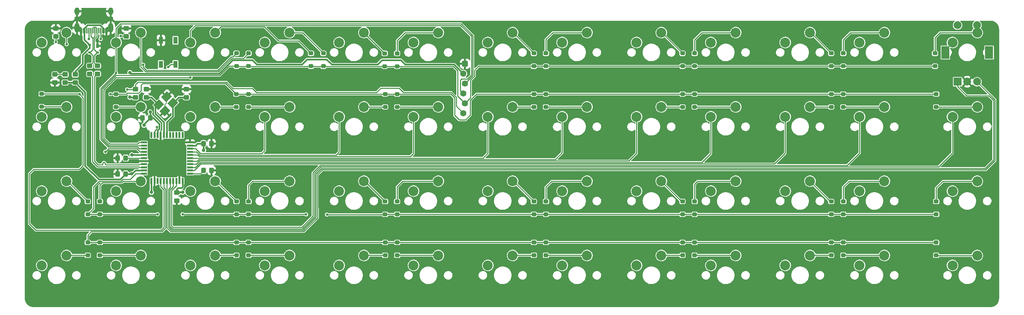
<source format=gbl>
G04 #@! TF.GenerationSoftware,KiCad,Pcbnew,(6.0.0-0)*
G04 #@! TF.CreationDate,2022-01-19T17:11:42-06:00*
G04 #@! TF.ProjectId,pcb,7063622e-6b69-4636-9164-5f7063625858,rev?*
G04 #@! TF.SameCoordinates,Original*
G04 #@! TF.FileFunction,Copper,L2,Bot*
G04 #@! TF.FilePolarity,Positive*
%FSLAX46Y46*%
G04 Gerber Fmt 4.6, Leading zero omitted, Abs format (unit mm)*
G04 Created by KiCad (PCBNEW (6.0.0-0)) date 2022-01-19 17:11:42*
%MOMM*%
%LPD*%
G01*
G04 APERTURE LIST*
G04 Aperture macros list*
%AMRoundRect*
0 Rectangle with rounded corners*
0 $1 Rounding radius*
0 $2 $3 $4 $5 $6 $7 $8 $9 X,Y pos of 4 corners*
0 Add a 4 corners polygon primitive as box body*
4,1,4,$2,$3,$4,$5,$6,$7,$8,$9,$2,$3,0*
0 Add four circle primitives for the rounded corners*
1,1,$1+$1,$2,$3*
1,1,$1+$1,$4,$5*
1,1,$1+$1,$6,$7*
1,1,$1+$1,$8,$9*
0 Add four rect primitives between the rounded corners*
20,1,$1+$1,$2,$3,$4,$5,0*
20,1,$1+$1,$4,$5,$6,$7,0*
20,1,$1+$1,$6,$7,$8,$9,0*
20,1,$1+$1,$8,$9,$2,$3,0*%
%AMRotRect*
0 Rectangle, with rotation*
0 The origin of the aperture is its center*
0 $1 length*
0 $2 width*
0 $3 Rotation angle, in degrees counterclockwise*
0 Add horizontal line*
21,1,$1,$2,0,0,$3*%
G04 Aperture macros list end*
G04 #@! TA.AperFunction,ComponentPad*
%ADD10C,2.540000*%
G04 #@! TD*
G04 #@! TA.AperFunction,ComponentPad*
%ADD11R,2.000000X2.000000*%
G04 #@! TD*
G04 #@! TA.AperFunction,ComponentPad*
%ADD12C,2.000000*%
G04 #@! TD*
G04 #@! TA.AperFunction,ComponentPad*
%ADD13R,2.000000X3.200000*%
G04 #@! TD*
G04 #@! TA.AperFunction,SMDPad,CuDef*
%ADD14RoundRect,0.249999X-0.450001X0.325001X-0.450001X-0.325001X0.450001X-0.325001X0.450001X0.325001X0*%
G04 #@! TD*
G04 #@! TA.AperFunction,SMDPad,CuDef*
%ADD15RoundRect,0.250000X0.350000X-0.250000X0.350000X0.250000X-0.350000X0.250000X-0.350000X-0.250000X0*%
G04 #@! TD*
G04 #@! TA.AperFunction,SMDPad,CuDef*
%ADD16RoundRect,0.250000X-0.350000X0.250000X-0.350000X-0.250000X0.350000X-0.250000X0.350000X0.250000X0*%
G04 #@! TD*
G04 #@! TA.AperFunction,ComponentPad*
%ADD17C,1.600200*%
G04 #@! TD*
G04 #@! TA.AperFunction,ComponentPad*
%ADD18RoundRect,0.400050X0.400050X0.400050X-0.400050X0.400050X-0.400050X-0.400050X0.400050X-0.400050X0*%
G04 #@! TD*
G04 #@! TA.AperFunction,SMDPad,CuDef*
%ADD19R,1.100000X1.800000*%
G04 #@! TD*
G04 #@! TA.AperFunction,SMDPad,CuDef*
%ADD20R,1.500000X0.500000*%
G04 #@! TD*
G04 #@! TA.AperFunction,SMDPad,CuDef*
%ADD21R,0.500000X1.500000*%
G04 #@! TD*
G04 #@! TA.AperFunction,SMDPad,CuDef*
%ADD22RoundRect,0.249999X0.325001X0.450001X-0.325001X0.450001X-0.325001X-0.450001X0.325001X-0.450001X0*%
G04 #@! TD*
G04 #@! TA.AperFunction,SMDPad,CuDef*
%ADD23RoundRect,0.249999X0.450001X-0.325001X0.450001X0.325001X-0.450001X0.325001X-0.450001X-0.325001X0*%
G04 #@! TD*
G04 #@! TA.AperFunction,SMDPad,CuDef*
%ADD24RotRect,2.100000X1.800000X45.000000*%
G04 #@! TD*
G04 #@! TA.AperFunction,SMDPad,CuDef*
%ADD25RoundRect,0.150000X-0.150000X-0.575000X0.150000X-0.575000X0.150000X0.575000X-0.150000X0.575000X0*%
G04 #@! TD*
G04 #@! TA.AperFunction,SMDPad,CuDef*
%ADD26RoundRect,0.075000X-0.075000X-0.650000X0.075000X-0.650000X0.075000X0.650000X-0.075000X0.650000X0*%
G04 #@! TD*
G04 #@! TA.AperFunction,ComponentPad*
%ADD27O,1.300000X2.400000*%
G04 #@! TD*
G04 #@! TA.AperFunction,ComponentPad*
%ADD28O,1.300000X1.900000*%
G04 #@! TD*
G04 #@! TA.AperFunction,SMDPad,CuDef*
%ADD29RoundRect,0.249999X-0.325001X-0.450001X0.325001X-0.450001X0.325001X0.450001X-0.325001X0.450001X0*%
G04 #@! TD*
G04 #@! TA.AperFunction,SMDPad,CuDef*
%ADD30R,0.700000X1.000000*%
G04 #@! TD*
G04 #@! TA.AperFunction,SMDPad,CuDef*
%ADD31R,0.700000X0.600000*%
G04 #@! TD*
G04 #@! TA.AperFunction,ViaPad*
%ADD32C,0.650000*%
G04 #@! TD*
G04 #@! TA.AperFunction,ViaPad*
%ADD33C,0.900000*%
G04 #@! TD*
G04 #@! TA.AperFunction,Conductor*
%ADD34C,0.250000*%
G04 #@! TD*
G04 #@! TA.AperFunction,Conductor*
%ADD35C,0.400000*%
G04 #@! TD*
G04 #@! TA.AperFunction,Conductor*
%ADD36C,0.200000*%
G04 #@! TD*
G04 APERTURE END LIST*
D10*
X121205625Y-50641250D03*
X127555625Y-48101250D03*
X197405625Y-50641250D03*
X203755625Y-48101250D03*
X178355625Y-50641250D03*
X184705625Y-48101250D03*
X159305625Y-50641250D03*
X165655625Y-48101250D03*
X83105625Y-50641250D03*
X89455625Y-48101250D03*
X216455625Y-50641250D03*
X222805625Y-48101250D03*
X235505625Y-50641250D03*
X241855625Y-48101250D03*
X83105625Y-69691250D03*
X89455625Y-67151250D03*
X102155625Y-69691250D03*
X108505625Y-67151250D03*
X140260799Y-69691250D03*
X146610799Y-67151250D03*
X273605625Y-50641250D03*
X279955625Y-48101250D03*
X159305625Y-69691250D03*
X165655625Y-67151250D03*
X178355625Y-69691250D03*
X184705625Y-67151250D03*
X197405625Y-69691250D03*
X203755625Y-67151250D03*
X102155625Y-107791250D03*
X108505625Y-105251250D03*
X121205625Y-107791250D03*
X127555625Y-105251250D03*
X140255625Y-107791250D03*
X146605625Y-105251250D03*
X159305625Y-107791250D03*
X165655625Y-105251250D03*
X178355625Y-107791250D03*
X184705625Y-105251250D03*
X216455625Y-107791250D03*
X222805625Y-105251250D03*
X235505625Y-107791250D03*
X241855625Y-105251250D03*
X254555625Y-107791250D03*
X260905625Y-105251250D03*
X273605625Y-107791250D03*
X279955625Y-105251250D03*
X197405625Y-107791250D03*
X203755625Y-105251250D03*
X273605625Y-88741250D03*
X279955625Y-86201250D03*
X254555625Y-88741250D03*
X260905625Y-86201250D03*
X216455625Y-88741250D03*
X222805625Y-86201250D03*
X178355625Y-88741250D03*
X184705625Y-86201250D03*
X140255625Y-88741250D03*
X146605625Y-86201250D03*
X83105625Y-88741250D03*
X89455625Y-86201250D03*
X159305625Y-88741250D03*
X165655625Y-86201250D03*
X292655625Y-69691250D03*
X299005625Y-67151250D03*
X121205625Y-88741250D03*
X127555625Y-86201250D03*
X102155625Y-88741250D03*
X108505625Y-86201250D03*
X254555625Y-69691250D03*
X260905625Y-67151250D03*
X235505625Y-69691250D03*
X241855625Y-67151250D03*
X273605625Y-69691250D03*
X279955625Y-67151250D03*
X292655625Y-107791250D03*
X299005625Y-105251250D03*
X292655625Y-88741250D03*
X299005625Y-86201250D03*
X316468125Y-50641250D03*
X322818125Y-48101250D03*
X292655625Y-50641250D03*
X299005625Y-48101250D03*
D11*
X317752725Y-60693950D03*
D12*
X322752725Y-60693950D03*
X320252725Y-60693950D03*
D13*
X325852725Y-53193950D03*
X314652725Y-53193950D03*
D12*
X322752725Y-46193950D03*
X317752725Y-46193950D03*
D10*
X102155625Y-50641250D03*
X108505625Y-48101250D03*
X140255625Y-50641250D03*
X146605625Y-48101250D03*
X316468185Y-107791530D03*
X322818185Y-105251530D03*
X316468185Y-69691370D03*
X322818185Y-67151370D03*
X316468185Y-88741450D03*
X322818185Y-86201450D03*
X197405625Y-88741250D03*
X203755625Y-86201250D03*
X235505625Y-88741250D03*
X241855625Y-86201250D03*
X83105625Y-107791250D03*
X89455625Y-105251250D03*
X254555625Y-50641250D03*
X260905625Y-48101250D03*
X121205625Y-69691250D03*
X127555625Y-67151250D03*
X216455625Y-69691250D03*
X222805625Y-67151250D03*
D14*
X117690625Y-89131250D03*
X117690625Y-91181250D03*
D15*
X97990625Y-94706250D03*
X97990625Y-91406250D03*
D16*
X209190625Y-63856250D03*
X209190625Y-67156250D03*
X171090625Y-63856250D03*
X171090625Y-67156250D03*
X136090625Y-63856250D03*
X136090625Y-67156250D03*
X102140625Y-63856250D03*
X102140625Y-67156250D03*
D15*
X285390625Y-56706250D03*
X285390625Y-53406250D03*
X250390625Y-56706250D03*
X250390625Y-53406250D03*
X212290625Y-56706250D03*
X212290625Y-53406250D03*
X209190625Y-56706250D03*
X209190625Y-53406250D03*
X174160999Y-56733377D03*
X174160999Y-53433377D03*
X170985999Y-56733377D03*
X170985999Y-53433377D03*
X155260999Y-56706250D03*
X155260999Y-53406250D03*
D16*
X288490625Y-101906250D03*
X288490625Y-105206250D03*
X285390625Y-101906250D03*
X285390625Y-105206250D03*
X250390625Y-101906250D03*
X250390625Y-105206250D03*
X247290625Y-101899377D03*
X247290625Y-105199377D03*
X212283999Y-101899377D03*
X212283999Y-105199377D03*
X209200000Y-101899377D03*
X209200000Y-105199377D03*
D15*
X212290625Y-94706250D03*
X212290625Y-91406250D03*
D16*
X285390625Y-63856250D03*
X285390625Y-67156250D03*
D15*
X209190625Y-94706250D03*
X209190625Y-91406250D03*
X171085999Y-94706250D03*
X171085999Y-91406250D03*
X132990625Y-94706250D03*
X132990625Y-91406250D03*
D16*
X288490625Y-63856250D03*
X288490625Y-67156250D03*
D15*
X285390625Y-94706250D03*
X285390625Y-91406250D03*
X250390625Y-94706250D03*
X250390625Y-91406250D03*
X247290625Y-94706250D03*
X247290625Y-91406250D03*
D16*
X174190625Y-101906250D03*
X174190625Y-105206250D03*
D15*
X152085999Y-56706250D03*
X152085999Y-53406250D03*
D16*
X212290625Y-63856250D03*
X212290625Y-67156250D03*
D17*
X191140000Y-68800000D03*
X191140000Y-58640000D03*
X191140000Y-63720000D03*
X191546400Y-66260000D03*
X191546400Y-61180000D03*
D18*
X191546400Y-56100000D03*
D15*
X288490625Y-56706250D03*
X288490625Y-53406250D03*
D16*
X312290625Y-101906250D03*
X312290625Y-105206250D03*
X312290625Y-63856250D03*
X312290625Y-67156250D03*
D15*
X312290625Y-94706250D03*
X312290625Y-91406250D03*
D19*
X113640785Y-50081290D03*
X117340785Y-56281290D03*
X117340785Y-50081290D03*
X113640785Y-56281290D03*
D20*
X109290625Y-84256250D03*
X109290625Y-83456250D03*
X109290625Y-82656250D03*
X109290625Y-81856250D03*
X109290625Y-81056250D03*
X109290625Y-80256250D03*
X109290625Y-79456250D03*
X109290625Y-78656250D03*
X109290625Y-77856250D03*
X109290625Y-77056250D03*
X109290625Y-76256250D03*
D21*
X111190625Y-74356250D03*
X111990625Y-74356250D03*
X112790625Y-74356250D03*
X113590625Y-74356250D03*
X114390625Y-74356250D03*
X115190625Y-74356250D03*
X115990625Y-74356250D03*
X116790625Y-74356250D03*
X117590625Y-74356250D03*
X118390625Y-74356250D03*
X119190625Y-74356250D03*
D20*
X121090625Y-76256250D03*
X121090625Y-77056250D03*
X121090625Y-77856250D03*
X121090625Y-78656250D03*
X121090625Y-79456250D03*
X121090625Y-80256250D03*
X121090625Y-81056250D03*
X121090625Y-81856250D03*
X121090625Y-82656250D03*
X121090625Y-83456250D03*
X121090625Y-84256250D03*
D21*
X119190625Y-86156250D03*
X118390625Y-86156250D03*
X117590625Y-86156250D03*
X116790625Y-86156250D03*
X115990625Y-86156250D03*
X115190625Y-86156250D03*
X114390625Y-86156250D03*
X113590625Y-86156250D03*
X112790625Y-86156250D03*
X111990625Y-86156250D03*
X111190625Y-86156250D03*
D22*
X110915625Y-69956250D03*
X108865625Y-69956250D03*
D23*
X120190625Y-64681250D03*
X120190625Y-62631250D03*
X109890625Y-64681250D03*
X109890625Y-62631250D03*
D24*
X113052147Y-66568382D03*
X115102757Y-64517772D03*
X116729103Y-66144118D03*
X114678493Y-68194728D03*
D23*
X91690625Y-60881250D03*
X91690625Y-58831250D03*
D25*
X93189825Y-47638315D03*
X93989825Y-47638315D03*
D26*
X95189825Y-47638315D03*
X96185825Y-47638315D03*
X96689825Y-47638315D03*
X97689825Y-47638315D03*
D25*
X99689825Y-47638315D03*
X98889825Y-47638315D03*
D26*
X98189825Y-47638315D03*
X97189825Y-47638315D03*
X95689825Y-47638315D03*
X94689825Y-47638315D03*
D27*
X100739825Y-46863315D03*
D28*
X100739825Y-42663315D03*
X92139825Y-42663315D03*
D27*
X92139825Y-46863315D03*
D23*
X97390625Y-58667186D03*
X97390625Y-56617186D03*
D14*
X86690625Y-47025000D03*
X86690625Y-49075000D03*
X89090625Y-58831250D03*
X89090625Y-60881250D03*
D23*
X86490625Y-60875000D03*
X86490625Y-58825000D03*
D16*
X136090625Y-101899377D03*
X136090625Y-105199377D03*
X132990625Y-101906250D03*
X132990625Y-105206250D03*
D29*
X124565625Y-76556250D03*
X126615625Y-76556250D03*
D23*
X95390625Y-58667186D03*
X95390625Y-56617186D03*
D22*
X104615625Y-84356250D03*
X102565625Y-84356250D03*
X104615625Y-80256250D03*
X102565625Y-80256250D03*
X126615625Y-83456250D03*
X124565625Y-83456250D03*
D16*
X83090625Y-63806250D03*
X83090625Y-67106250D03*
X94890625Y-101906250D03*
X94890625Y-105206250D03*
X97990625Y-101906250D03*
X97990625Y-105206250D03*
X171090625Y-101906250D03*
X171090625Y-105206250D03*
D15*
X136090625Y-94706250D03*
X136090625Y-91406250D03*
X174150000Y-94706250D03*
X174150000Y-91406250D03*
X288490625Y-94706250D03*
X288490625Y-91406250D03*
X94890625Y-94706250D03*
X94890625Y-91406250D03*
X136090625Y-56706250D03*
X136090625Y-53406250D03*
X311990625Y-56706250D03*
X311990625Y-53406250D03*
X247290625Y-56706250D03*
X247290625Y-53406250D03*
X132999835Y-56699950D03*
X132999835Y-53399950D03*
D14*
X107090625Y-62631250D03*
X107090625Y-64681250D03*
D16*
X250390625Y-63856250D03*
X250390625Y-67156250D03*
X247290625Y-63856250D03*
X247290625Y-67156250D03*
X174190625Y-63856250D03*
X174190625Y-67156250D03*
X132940625Y-63856250D03*
X132940625Y-67156250D03*
D14*
X104790625Y-47031250D03*
X104790625Y-49081250D03*
D30*
X97390625Y-51492186D03*
D31*
X97390625Y-53192186D03*
X95390625Y-53192186D03*
X95390625Y-51292186D03*
D32*
X109090625Y-56356250D03*
X89490625Y-51056250D03*
D33*
X119190625Y-89056250D03*
X109290625Y-71856250D03*
X111190625Y-89051250D03*
X110890625Y-68456250D03*
X124590625Y-78256250D03*
X106190625Y-79456250D03*
X105695625Y-64656250D03*
X106139815Y-84305440D03*
X105695625Y-58341278D03*
D32*
X92840625Y-63856250D03*
X100690625Y-63856250D03*
X119190625Y-94656250D03*
X150840625Y-94706250D03*
X112790625Y-94656250D03*
X156190625Y-94756250D03*
X99390625Y-78656250D03*
X102154911Y-58466336D03*
X121205625Y-59626278D03*
X103290625Y-48956250D03*
X98190625Y-49742186D03*
X95190625Y-49742186D03*
X86690625Y-50456250D03*
X104990625Y-62656250D03*
X112590625Y-72356250D03*
X115490625Y-56956250D03*
D34*
X132078555Y-54321230D02*
X132999835Y-53399950D01*
X89455625Y-48101250D02*
X89455625Y-51021250D01*
X109090625Y-56956250D02*
X109890625Y-57756250D01*
X89455625Y-51021250D02*
X89490625Y-51056250D01*
X131644749Y-54321230D02*
X132078555Y-54321230D01*
X109890625Y-57756250D02*
X128209729Y-57756250D01*
X109090625Y-56356250D02*
X109090625Y-56956250D01*
X128209729Y-57756250D02*
X131644749Y-54321230D01*
X136090625Y-53406250D02*
X134795635Y-54701240D01*
X128367134Y-58136259D02*
X109733220Y-58136260D01*
X108505625Y-56908665D02*
X108505625Y-56671250D01*
X108505625Y-56671250D02*
X108505625Y-48101250D01*
X131802154Y-54701240D02*
X128367134Y-58136259D01*
X134795635Y-54701240D02*
X131802154Y-54701240D01*
X109733220Y-58136260D02*
X108505625Y-56908665D01*
X140150645Y-46616270D02*
X129040605Y-46616270D01*
X143790625Y-50256250D02*
X140150645Y-46616270D01*
X152085999Y-53406250D02*
X148935999Y-50256250D01*
X129040605Y-46616270D02*
X127555625Y-48101250D01*
X148935999Y-50256250D02*
X143790625Y-50256250D01*
X149955999Y-48101250D02*
X155260999Y-53406250D01*
X146605625Y-48101250D02*
X149955999Y-48101250D01*
X170985999Y-53433377D02*
X165655625Y-48103003D01*
X165655625Y-48103003D02*
X165655625Y-48101250D01*
X176245625Y-48101250D02*
X184705625Y-48101250D01*
X174160999Y-53433377D02*
X174160999Y-50185876D01*
X174160999Y-50185876D02*
X176245625Y-48101250D01*
X209190625Y-53406250D02*
X203885625Y-48101250D01*
X203885625Y-48101250D02*
X203755625Y-48101250D01*
X214045625Y-48101250D02*
X222805625Y-48101250D01*
X212290625Y-49856250D02*
X214045625Y-48101250D01*
X212290625Y-53406250D02*
X212290625Y-49856250D01*
X241985625Y-48101250D02*
X241855625Y-48101250D01*
X247290625Y-53406250D02*
X241985625Y-48101250D01*
X252245625Y-48101250D02*
X260905625Y-48101250D01*
X250390625Y-53406250D02*
X250390625Y-49956250D01*
X250390625Y-49956250D02*
X252245625Y-48101250D01*
X285390625Y-53406250D02*
X280085625Y-48101250D01*
X280085625Y-48101250D02*
X279955625Y-48101250D01*
X299005625Y-48101250D02*
X290345625Y-48101250D01*
X288490625Y-53406250D02*
X288490625Y-49956250D01*
X288490625Y-49956250D02*
X290345625Y-48101250D01*
X89410625Y-67106250D02*
X89455625Y-67151250D01*
X83090625Y-67106250D02*
X89410625Y-67106250D01*
X108505625Y-67151250D02*
X102145625Y-67151250D01*
X102145625Y-67151250D02*
X102140625Y-67156250D01*
X127555625Y-67151250D02*
X132935625Y-67151250D01*
X132935625Y-67151250D02*
X132940625Y-67156250D01*
X146610799Y-67151250D02*
X136095625Y-67151250D01*
X136095625Y-67151250D02*
X136090625Y-67156250D01*
X165655625Y-67151250D02*
X171085625Y-67151250D01*
X171085625Y-67151250D02*
X171090625Y-67156250D01*
X174195625Y-67151250D02*
X174190625Y-67156250D01*
X184705625Y-67151250D02*
X174195625Y-67151250D01*
X209190625Y-67156250D02*
X203760625Y-67156250D01*
X203760625Y-67156250D02*
X203755625Y-67151250D01*
X212290625Y-67156250D02*
X222800625Y-67156250D01*
X222800625Y-67156250D02*
X222805625Y-67151250D01*
X247290625Y-67156250D02*
X241860625Y-67156250D01*
X241860625Y-67156250D02*
X241855625Y-67151250D01*
X260900625Y-67156250D02*
X260905625Y-67151250D01*
X250390625Y-67156250D02*
X260900625Y-67156250D01*
X279960625Y-67156250D02*
X279955625Y-67151250D01*
X285390625Y-67156250D02*
X279960625Y-67156250D01*
X288495625Y-67151250D02*
X288490625Y-67156250D01*
X299005625Y-67151250D02*
X288495625Y-67151250D01*
X89685625Y-86201250D02*
X89455625Y-86201250D01*
X94890625Y-91406250D02*
X89685625Y-86201250D01*
X103951519Y-86201250D02*
X103571510Y-86581259D01*
X108505625Y-86201250D02*
X103951519Y-86201250D01*
X103571510Y-86581259D02*
X98690625Y-86581259D01*
X98690625Y-86581259D02*
X97990625Y-87281259D01*
X97990625Y-87281259D02*
X97990625Y-91406250D01*
X127785625Y-86201250D02*
X127555625Y-86201250D01*
X132990625Y-91406250D02*
X127785625Y-86201250D01*
X137145625Y-86201250D02*
X146605625Y-86201250D01*
X136090625Y-91406250D02*
X136090625Y-87256250D01*
X136090625Y-87256250D02*
X137145625Y-86201250D01*
X165880999Y-86201250D02*
X165655625Y-86201250D01*
X171085999Y-91406250D02*
X165880999Y-86201250D01*
X175595625Y-86201250D02*
X176045625Y-86201250D01*
X174150000Y-87646875D02*
X175595625Y-86201250D01*
X184705625Y-86201250D02*
X176045625Y-86201250D01*
X174150000Y-91406250D02*
X174150000Y-87646875D01*
X203985625Y-86201250D02*
X203755625Y-86201250D01*
X209190625Y-91406250D02*
X203985625Y-86201250D01*
X213795625Y-86201250D02*
X212290625Y-87706250D01*
X222805625Y-86201250D02*
X213795625Y-86201250D01*
X212290625Y-87706250D02*
X212290625Y-91406250D01*
X247060625Y-91406250D02*
X247290625Y-91406250D01*
X241855625Y-86201250D02*
X247060625Y-91406250D01*
X250390625Y-86956250D02*
X250390625Y-91406250D01*
X251145625Y-86201250D02*
X250390625Y-86956250D01*
X260905625Y-86201250D02*
X251145625Y-86201250D01*
X279955625Y-86201250D02*
X285160625Y-91406250D01*
X285160625Y-91406250D02*
X285390625Y-91406250D01*
X299005625Y-86201250D02*
X289995625Y-86201250D01*
X289995625Y-86201250D02*
X288490625Y-87706250D01*
X288490625Y-87706250D02*
X288490625Y-91406250D01*
X89500625Y-105206250D02*
X89455625Y-105251250D01*
X94890625Y-105206250D02*
X89500625Y-105206250D01*
X97990625Y-105206250D02*
X108460625Y-105206250D01*
X108460625Y-105206250D02*
X108505625Y-105251250D01*
X127642498Y-105251250D02*
X127555625Y-105251250D01*
X127600625Y-105206250D02*
X127555625Y-105251250D01*
X132990625Y-105206250D02*
X127600625Y-105206250D01*
X136090625Y-105199377D02*
X146553752Y-105199377D01*
X146553752Y-105199377D02*
X146605625Y-105251250D01*
X171090625Y-105206250D02*
X165700625Y-105206250D01*
X165735625Y-105251250D02*
X165655625Y-105251250D01*
X165700625Y-105206250D02*
X165655625Y-105251250D01*
X184660625Y-105206250D02*
X184705625Y-105251250D01*
X174190625Y-105206250D02*
X184660625Y-105206250D01*
X203807498Y-105199377D02*
X203755625Y-105251250D01*
X209200000Y-105199377D02*
X203807498Y-105199377D01*
X212283999Y-105199377D02*
X222753752Y-105199377D01*
X222753752Y-105199377D02*
X222805625Y-105251250D01*
X247290625Y-105199377D02*
X241907498Y-105199377D01*
X241907498Y-105199377D02*
X241855625Y-105251250D01*
X250390625Y-105206250D02*
X260860625Y-105206250D01*
X260860625Y-105206250D02*
X260905625Y-105251250D01*
X285390625Y-105206250D02*
X280000625Y-105206250D01*
X280000625Y-105206250D02*
X279955625Y-105251250D01*
X288490625Y-105206250D02*
X298960625Y-105206250D01*
X298960625Y-105206250D02*
X299005625Y-105251250D01*
D35*
X170290625Y-55156250D02*
X175090625Y-55156250D01*
X94190625Y-82256250D02*
X94190625Y-63381250D01*
X188778368Y-56278368D02*
X191140000Y-58640000D01*
X110915625Y-68481250D02*
X110890625Y-68456250D01*
X104615625Y-84356250D02*
X103225635Y-85746240D01*
X113245626Y-71511251D02*
X113245626Y-72744730D01*
X122990625Y-76556250D02*
X124565625Y-76556250D01*
X121090625Y-77056250D02*
X122490625Y-77056250D01*
X137090625Y-55156250D02*
X138212742Y-56278367D01*
X128555604Y-58591268D02*
X131990625Y-55156250D01*
X176212742Y-56278367D02*
X188778368Y-56278368D01*
X117765625Y-89056250D02*
X117690625Y-89131250D01*
X119190625Y-87631250D02*
X119190625Y-86156250D01*
X105945615Y-58591268D02*
X128555604Y-58591268D01*
X157412742Y-56278367D02*
X169168508Y-56278367D01*
X107090625Y-83456250D02*
X106190625Y-84356250D01*
X105695625Y-58341278D02*
X105945615Y-58591268D01*
X109290625Y-71856250D02*
X109290625Y-71581250D01*
X138212742Y-56278367D02*
X149768508Y-56278367D01*
X124590625Y-78256250D02*
X124590625Y-76581250D01*
X111190625Y-86156250D02*
X111190625Y-89056250D01*
X97680615Y-85746240D02*
X94190625Y-82256250D01*
X118878125Y-87943750D02*
X119190625Y-87631250D01*
X156090625Y-54956250D02*
X157412742Y-56278367D01*
X169168508Y-56278367D02*
X170290625Y-55156250D01*
X110915625Y-69956250D02*
X111690625Y-69956250D01*
X175090625Y-55156250D02*
X176212742Y-56278367D01*
X113245626Y-72744730D02*
X112790625Y-73199731D01*
X110915625Y-69956250D02*
X110915625Y-68481250D01*
X119190625Y-89056250D02*
X117765625Y-89056250D01*
X151090625Y-54956250D02*
X156090625Y-54956250D01*
X105715625Y-64681250D02*
X105690625Y-64656250D01*
X117690625Y-88256250D02*
X118003125Y-87943750D01*
X109290625Y-79456250D02*
X106190625Y-79456250D01*
X112790625Y-73199731D02*
X112790625Y-74356250D01*
X94190625Y-63381250D02*
X91690625Y-60881250D01*
X118003125Y-87943750D02*
X118878125Y-87943750D01*
X131990625Y-55156250D02*
X137090625Y-55156250D01*
X107090625Y-64681250D02*
X105715625Y-64681250D01*
X111690625Y-69956250D02*
X113245626Y-71511251D01*
X109290625Y-71581250D02*
X110915625Y-69956250D01*
X89090625Y-60881250D02*
X91690625Y-60881250D01*
X104615625Y-84356250D02*
X106190625Y-84356250D01*
X117690625Y-89131250D02*
X117690625Y-88256250D01*
X122490625Y-77056250D02*
X122990625Y-76556250D01*
X103225635Y-85746240D02*
X97680615Y-85746240D01*
X149768508Y-56278367D02*
X151090625Y-54956250D01*
X109290625Y-83456250D02*
X107090625Y-83456250D01*
D34*
X109290625Y-80256250D02*
X104615625Y-80256250D01*
D35*
X111165015Y-64681250D02*
X113052147Y-66568382D01*
X114390625Y-71056250D02*
X112238975Y-68904600D01*
X109890625Y-64681250D02*
X111165015Y-64681250D01*
X114390625Y-74356250D02*
X114390625Y-71056250D01*
X112238975Y-68904600D02*
X112238975Y-67381554D01*
X112238975Y-67381554D02*
X113052147Y-66568382D01*
X118191971Y-64681250D02*
X116729103Y-66144118D01*
X115190625Y-74356250D02*
X115190625Y-71056250D01*
X115190625Y-71056250D02*
X116729103Y-69517772D01*
X120190625Y-64681250D02*
X118191971Y-64681250D01*
X116729103Y-69517772D02*
X116729103Y-66144118D01*
D34*
X170985999Y-56733377D02*
X171685999Y-56733377D01*
X100328039Y-77056250D02*
X98610615Y-75338826D01*
X174160999Y-56733377D02*
X188589897Y-56733377D01*
X98610615Y-75338826D02*
X98610616Y-62598845D01*
X192990625Y-64815776D02*
X192990625Y-60273190D01*
X193970635Y-57776240D02*
X195040625Y-56706250D01*
X209190625Y-56706250D02*
X311990625Y-56706250D01*
X109290625Y-77056250D02*
X100328039Y-77056250D01*
X188589897Y-56733377D02*
X189690625Y-57834105D01*
X195040625Y-56706250D02*
X209190625Y-56706250D01*
X133033262Y-56733377D02*
X132999835Y-56699950D01*
X102163183Y-59046278D02*
X128744075Y-59046278D01*
X131090404Y-56699950D02*
X132999835Y-56699950D01*
X170985999Y-56733377D02*
X133033262Y-56733377D01*
X98610616Y-62598845D02*
X102163183Y-59046278D01*
X171685999Y-56733377D02*
X174160999Y-56733377D01*
X193970635Y-59293180D02*
X193970635Y-57776240D01*
X189690625Y-64404225D02*
X191546400Y-66260000D01*
X128744075Y-59046278D02*
X131090404Y-56699950D01*
X189690625Y-57834105D02*
X189690625Y-64404225D01*
X192990625Y-60273190D02*
X193970635Y-59293180D01*
X191546400Y-66260000D02*
X192990625Y-64815776D01*
X171090625Y-63856250D02*
X187940625Y-63856250D01*
X108540625Y-63006250D02*
X107890625Y-63656250D01*
X194487564Y-63856250D02*
X209190625Y-63856250D01*
X107890625Y-63656250D02*
X104990625Y-63656250D01*
X92740625Y-83156250D02*
X81040625Y-83156250D01*
X83090625Y-63806250D02*
X92690625Y-63806250D01*
X102140625Y-63856250D02*
X100690625Y-63856250D01*
X104790625Y-63856250D02*
X104990625Y-63656250D01*
X209190625Y-63856250D02*
X312290625Y-63856250D01*
X81040625Y-83156250D02*
X79890625Y-84306250D01*
X188910615Y-69326240D02*
X190090625Y-70506250D01*
X79890625Y-97056250D02*
X81590625Y-98756250D01*
X108540625Y-61556250D02*
X108540625Y-63006250D01*
X188910615Y-64826240D02*
X188910615Y-69326240D01*
X136090625Y-63856250D02*
X171090625Y-63856250D01*
X113753211Y-98756250D02*
X114430605Y-98078856D01*
X113590625Y-87593664D02*
X113590625Y-86156250D01*
X114430605Y-88433644D02*
X113590625Y-87593664D01*
X93690625Y-64806250D02*
X93690625Y-82206250D01*
X93690625Y-82206250D02*
X92740625Y-83156250D01*
X132940625Y-63856250D02*
X136090625Y-63856250D01*
X114430605Y-98078856D02*
X114430605Y-88433644D01*
X190090625Y-70506250D02*
X191640625Y-70506250D01*
X81590625Y-98756250D02*
X113753211Y-98756250D01*
X132940625Y-63856250D02*
X130265625Y-61181250D01*
X192890625Y-69256250D02*
X192890625Y-65453189D01*
X102140625Y-63856250D02*
X104790625Y-63856250D01*
X79890625Y-84306250D02*
X79890625Y-97056250D01*
X191640625Y-70506250D02*
X192890625Y-69256250D01*
X92690625Y-63806250D02*
X92790625Y-63906250D01*
X192890625Y-65453189D02*
X194487564Y-63856250D01*
X130265625Y-61181250D02*
X108915625Y-61181250D01*
X187940625Y-63856250D02*
X188910615Y-64826240D01*
X92790625Y-63906250D02*
X93690625Y-64806250D01*
X108915625Y-61181250D02*
X108540625Y-61556250D01*
X171035999Y-94756250D02*
X171085999Y-94706250D01*
X96390625Y-93206250D02*
X94890625Y-94706250D01*
X98040625Y-94656250D02*
X97990625Y-94706250D01*
X97990625Y-94706250D02*
X94890625Y-94706250D01*
X103414106Y-86201249D02*
X97845626Y-86201249D01*
X132940625Y-94656250D02*
X132990625Y-94706250D01*
X112790625Y-94656250D02*
X98040625Y-94656250D01*
X109290625Y-84256250D02*
X107186027Y-84256250D01*
X107186027Y-84256250D02*
X105746027Y-85696250D01*
X105746027Y-85696250D02*
X103919105Y-85696250D01*
X97845626Y-86201249D02*
X96390625Y-87656250D01*
X119190625Y-94656250D02*
X132940625Y-94656250D01*
X136090625Y-94706250D02*
X132990625Y-94706250D01*
X156190625Y-94756250D02*
X171035999Y-94756250D01*
X171085999Y-94706250D02*
X312290625Y-94706250D01*
X136090625Y-94706250D02*
X150840625Y-94706250D01*
X103919105Y-85696250D02*
X103414106Y-86201249D01*
X96390625Y-87656250D02*
X96390625Y-93206250D01*
X114810615Y-88276240D02*
X114390625Y-87856250D01*
X113910615Y-99136260D02*
X114810615Y-98236260D01*
X97990625Y-101906250D02*
X312290625Y-101906250D01*
X94890625Y-100056250D02*
X95810615Y-99136260D01*
X114810615Y-98236260D02*
X114810615Y-88276240D01*
X94890625Y-101906250D02*
X94890625Y-100056250D01*
X114390625Y-87856250D02*
X114390625Y-86156250D01*
X94890625Y-101906250D02*
X97990625Y-101906250D01*
X95810615Y-99136260D02*
X113910615Y-99136260D01*
X108015624Y-82506250D02*
X108165624Y-82656250D01*
X96140625Y-81259804D02*
X96140625Y-59417186D01*
X97387071Y-82506250D02*
X108015624Y-82506250D01*
X95390625Y-58667186D02*
X96140625Y-59417186D01*
X96140625Y-81259804D02*
X97387071Y-82506250D01*
X108165624Y-82656250D02*
X109290625Y-82656250D01*
X98440625Y-82006250D02*
X97594179Y-82006250D01*
X98675174Y-81893296D02*
X98627671Y-81940799D01*
X98806075Y-81445481D02*
X98770334Y-81502362D01*
X99640625Y-82006250D02*
X99573868Y-81998728D01*
X98627671Y-81940799D02*
X98570790Y-81976540D01*
X99340625Y-81632528D02*
X99333103Y-81565771D01*
X99107381Y-81340049D02*
X99040625Y-81332528D01*
X108015624Y-82006250D02*
X99640625Y-82006250D01*
X109290625Y-81856250D02*
X108165624Y-81856250D01*
X99370334Y-81836415D02*
X99348146Y-81773006D01*
X99170790Y-81362237D02*
X99107381Y-81340049D01*
X99510459Y-81976540D02*
X99453578Y-81940799D01*
X99573868Y-81998728D02*
X99510459Y-81976540D01*
X98748146Y-81565771D02*
X98740625Y-81632528D01*
X98570790Y-81976540D02*
X98507381Y-81998728D01*
X99406075Y-81893296D02*
X99370334Y-81836415D01*
X99227671Y-81397978D02*
X99170790Y-81362237D01*
X98740625Y-81706250D02*
X98733103Y-81773006D01*
X96640625Y-81052696D02*
X96640625Y-59417186D01*
X99333103Y-81565771D02*
X99310915Y-81502362D01*
X98740625Y-81632528D02*
X98740625Y-81706250D01*
X99275174Y-81445481D02*
X99227671Y-81397978D01*
X98770334Y-81502362D02*
X98748146Y-81565771D01*
X98973868Y-81340049D02*
X98910459Y-81362237D01*
X99310915Y-81502362D02*
X99275174Y-81445481D01*
X99348146Y-81773006D02*
X99340625Y-81706250D01*
X98733103Y-81773006D02*
X98710915Y-81836415D01*
X98710915Y-81836415D02*
X98675174Y-81893296D01*
X99040625Y-81332528D02*
X98973868Y-81340049D01*
X97594179Y-82006250D02*
X96640625Y-81052696D01*
X96640625Y-59417186D02*
X97390625Y-58667186D01*
X99340625Y-81706250D02*
X99340625Y-81632528D01*
X98910459Y-81362237D02*
X98853578Y-81397978D01*
X98853578Y-81397978D02*
X98806075Y-81445481D01*
X99453578Y-81940799D02*
X99406075Y-81893296D01*
X98507381Y-81998728D02*
X98440625Y-82006250D01*
X108165624Y-81856250D02*
X108015624Y-82006250D01*
X100230605Y-77816270D02*
X99390625Y-78656250D01*
X109290625Y-78656250D02*
X108290625Y-78656250D01*
X108290625Y-78656250D02*
X107450645Y-77816270D01*
X107450645Y-77816270D02*
X100230605Y-77816270D01*
X193590625Y-59135775D02*
X191546400Y-61180000D01*
X190590625Y-45856250D02*
X193590625Y-48856250D01*
X102155625Y-50641250D02*
X102155625Y-46991250D01*
X98230605Y-62441440D02*
X102155625Y-58516420D01*
X102155625Y-50641250D02*
X102155625Y-58516420D01*
X108028039Y-77856250D02*
X107608049Y-77436260D01*
X109290625Y-77856250D02*
X108028039Y-77856250D01*
X100170635Y-77436260D02*
X98230605Y-75496230D01*
X103290625Y-45856250D02*
X190590625Y-45856250D01*
X107608049Y-77436260D02*
X100170635Y-77436260D01*
X102155625Y-46991250D02*
X103290625Y-45856250D01*
X102155625Y-58516420D02*
X102155625Y-58467050D01*
X98230605Y-75496230D02*
X98230605Y-62441440D01*
X102155625Y-58467050D02*
X102154911Y-58466336D01*
X193590625Y-48856250D02*
X193590625Y-59135775D01*
X108090625Y-76256250D02*
X107670635Y-76676240D01*
X193210615Y-49013654D02*
X190433221Y-46236260D01*
X121205625Y-47541250D02*
X121205625Y-50641250D01*
X107670635Y-76676240D02*
X100485443Y-76676240D01*
X100485443Y-76676240D02*
X98990625Y-75181422D01*
X190339901Y-62919901D02*
X190339901Y-60306974D01*
X102120597Y-59626278D02*
X102260653Y-59626278D01*
X98990625Y-62756250D02*
X102120597Y-59626278D01*
X192232736Y-59956250D02*
X193210615Y-58978371D01*
X191140000Y-63720000D02*
X190339901Y-62919901D01*
X109290625Y-76256250D02*
X108090625Y-76256250D01*
X102260653Y-59626278D02*
X121205625Y-59626278D01*
X190690625Y-59956250D02*
X192232736Y-59956250D01*
X193210615Y-58978371D02*
X193210615Y-49013654D01*
X190433221Y-46236260D02*
X122510615Y-46236260D01*
X122510615Y-46236260D02*
X121205625Y-47541250D01*
X190339901Y-60306974D02*
X190690625Y-59956250D01*
X98990625Y-75181422D02*
X98990625Y-62756250D01*
X139430655Y-79116220D02*
X140260799Y-78286076D01*
X123805435Y-79116220D02*
X139430655Y-79116220D01*
X121090625Y-77856250D02*
X122545465Y-77856250D01*
X140260799Y-78286076D02*
X140260799Y-69691250D01*
X122545465Y-77856250D02*
X123805435Y-79116220D01*
X123648030Y-79496230D02*
X158550645Y-79496230D01*
X121090625Y-78656250D02*
X122808050Y-78656250D01*
X158550645Y-79496230D02*
X159305625Y-78741250D01*
X122808050Y-78656250D02*
X123648030Y-79496230D01*
X159305625Y-78741250D02*
X159305625Y-69691250D01*
X178355625Y-79091250D02*
X178355625Y-69691250D01*
X123070635Y-79456250D02*
X123490625Y-79876240D01*
X177570635Y-79876240D02*
X178355625Y-79091250D01*
X123490625Y-79876240D02*
X177570635Y-79876240D01*
X121090625Y-79456250D02*
X123070635Y-79456250D01*
X121090625Y-80256250D02*
X196190625Y-80256250D01*
X197405625Y-79041250D02*
X197405625Y-69691250D01*
X196190625Y-80256250D02*
X197405625Y-79041250D01*
X214710615Y-80636260D02*
X216455625Y-78891250D01*
X216455625Y-78891250D02*
X216455625Y-69691250D01*
X122970635Y-81056250D02*
X123390625Y-80636260D01*
X121090625Y-81056250D02*
X122970635Y-81056250D01*
X123390625Y-80636260D02*
X214710615Y-80636260D01*
X123548029Y-81016270D02*
X233530605Y-81016270D01*
X233530605Y-81016270D02*
X235505625Y-79041250D01*
X121090625Y-81856250D02*
X122708049Y-81856250D01*
X122708049Y-81856250D02*
X123548029Y-81016270D01*
X235505625Y-79041250D02*
X235505625Y-69691250D01*
X254555625Y-69691250D02*
X254555625Y-79091250D01*
X123718044Y-81396280D02*
X122458074Y-82656250D01*
X254555625Y-79091250D02*
X252250595Y-81396280D01*
X122458074Y-82656250D02*
X121090625Y-82656250D01*
X252250595Y-81396280D02*
X123718044Y-81396280D01*
X273605625Y-79041250D02*
X273605625Y-69691250D01*
X270870585Y-81776290D02*
X273605625Y-79041250D01*
X123875448Y-81776290D02*
X270870585Y-81776290D01*
X122195488Y-83456250D02*
X123875448Y-81776290D01*
X121090625Y-83456250D02*
X122195488Y-83456250D01*
X289490575Y-82156300D02*
X154490575Y-82156300D01*
X292655625Y-78991250D02*
X289490575Y-82156300D01*
X292655625Y-69691250D02*
X292655625Y-78991250D01*
X152590625Y-95156250D02*
X149750645Y-97996230D01*
X116330654Y-88571059D02*
X117590625Y-87311090D01*
X117590625Y-87311090D02*
X117590625Y-86156250D01*
X152590625Y-84056250D02*
X152590625Y-95156250D01*
X154490575Y-82156300D02*
X152590625Y-84056250D01*
X116642847Y-97996230D02*
X116330654Y-97684037D01*
X149750645Y-97996230D02*
X116642847Y-97996230D01*
X116330654Y-97684037D02*
X116330654Y-88571059D01*
X121090625Y-84256250D02*
X123765625Y-84256250D01*
X123765625Y-84256250D02*
X124565625Y-83456250D01*
D35*
X93989825Y-47088315D02*
X93989825Y-47040543D01*
X93989825Y-47040543D02*
X94827073Y-46203295D01*
X98889825Y-47040543D02*
X98889825Y-47088315D01*
X98052577Y-46203295D02*
X98889825Y-47040543D01*
X94827073Y-46203295D02*
X98052577Y-46203295D01*
X93590625Y-56092186D02*
X91690625Y-57992186D01*
X91690625Y-57992186D02*
X91690625Y-58831250D01*
X95340625Y-51292186D02*
X93989825Y-49941386D01*
X93590625Y-53792186D02*
X93590625Y-56092186D01*
X93989825Y-49941386D02*
X93989825Y-49841386D01*
X95390625Y-51992186D02*
X93590625Y-53792186D01*
X93989825Y-47088315D02*
X93989825Y-49841386D01*
X95390625Y-51292186D02*
X95340625Y-51292186D01*
X95390625Y-51292186D02*
X95390625Y-51992186D01*
D34*
X104665625Y-48956250D02*
X104790625Y-49081250D01*
X98189825Y-49741386D02*
X98190625Y-49742186D01*
X103290625Y-48956250D02*
X104665625Y-48956250D01*
X98189825Y-47088315D02*
X98189825Y-49741386D01*
X95189825Y-47088315D02*
X95189825Y-49741386D01*
X86690625Y-50456250D02*
X86690625Y-49075000D01*
X95189825Y-49741386D02*
X95190625Y-49742186D01*
X112590625Y-72756250D02*
X112590625Y-72356250D01*
X116165585Y-56281290D02*
X115490625Y-56956250D01*
X107745635Y-60801240D02*
X107090625Y-61456250D01*
X107065625Y-62656250D02*
X107090625Y-62631250D01*
X175810615Y-63476240D02*
X174690625Y-62356250D01*
X117340785Y-56281290D02*
X116165585Y-56281290D01*
X111990625Y-73356250D02*
X112590625Y-72756250D01*
X107090625Y-61456250D02*
X107090625Y-62631250D01*
X168870635Y-63476240D02*
X138110615Y-63476240D01*
X104990625Y-62656250D02*
X107065625Y-62656250D01*
X189290625Y-66950625D02*
X189290625Y-64668835D01*
X188098030Y-63476240D02*
X175810615Y-63476240D01*
X191140000Y-68800000D02*
X189290625Y-66950625D01*
X189290625Y-64668835D02*
X188098030Y-63476240D01*
X132078039Y-62456250D02*
X130423030Y-60801240D01*
X138110615Y-63476240D02*
X137090625Y-62456250D01*
X174690625Y-62356250D02*
X169990625Y-62356250D01*
X137090625Y-62456250D02*
X132078039Y-62456250D01*
X169990625Y-62356250D02*
X168870635Y-63476240D01*
X130423030Y-60801240D02*
X107745635Y-60801240D01*
X111990625Y-74356250D02*
X111990625Y-73356250D01*
X322818185Y-105251530D02*
X312335905Y-105251530D01*
X312335905Y-105251530D02*
X312290625Y-105206250D01*
X154647979Y-82536310D02*
X312910565Y-82536310D01*
X152990625Y-95293664D02*
X152990625Y-94256250D01*
X312910565Y-82536310D02*
X316468185Y-78978690D01*
X149908049Y-98376240D02*
X152990625Y-95293664D01*
X116485443Y-98376240D02*
X149908049Y-98376240D01*
X316468185Y-78978690D02*
X316468185Y-69691370D01*
X116790625Y-86156250D02*
X116790625Y-87573675D01*
X115950646Y-97841443D02*
X116485443Y-98376240D01*
X115950645Y-88413655D02*
X115950646Y-97841443D01*
X116790625Y-87573675D02*
X115950645Y-88413655D01*
X152990625Y-94256250D02*
X152970635Y-94236260D01*
X152970635Y-84213654D02*
X154647979Y-82536310D01*
X152970635Y-94236260D02*
X152970635Y-84213654D01*
X99689825Y-47088315D02*
X100514825Y-47088315D01*
X100514825Y-47088315D02*
X100739825Y-46863315D01*
X92364825Y-47088315D02*
X92139825Y-46863315D01*
X93189825Y-47088315D02*
X92364825Y-47088315D01*
D36*
X114678493Y-66821936D02*
X114678493Y-68194728D01*
D34*
X97990625Y-51492186D02*
X97390625Y-51492186D01*
X99689825Y-49792986D02*
X97990625Y-51492186D01*
X113590625Y-74356250D02*
X113590625Y-73256250D01*
D36*
X114678493Y-66561296D02*
X114678493Y-66821936D01*
X115102757Y-64517772D02*
X115102757Y-66137032D01*
X115102757Y-66137032D02*
X114678493Y-66561296D01*
D34*
X99689825Y-49792986D02*
X99689825Y-47088315D01*
X113590625Y-73256250D02*
X113790625Y-73056250D01*
X86496875Y-58831250D02*
X86490625Y-58825000D01*
X89090625Y-58831250D02*
X86496875Y-58831250D01*
X96689825Y-49061738D02*
X96689825Y-47088315D01*
X95440625Y-53192186D02*
X96190625Y-52442186D01*
X95440625Y-53192186D02*
X96190625Y-53942186D01*
X95390625Y-53192186D02*
X95440625Y-53192186D01*
X95689825Y-49060138D02*
X95689825Y-47088315D01*
X96190625Y-49560938D02*
X95689825Y-49060138D01*
X96190625Y-53942186D02*
X96190625Y-55817186D01*
X96190625Y-55817186D02*
X95390625Y-56617186D01*
X96190625Y-49560938D02*
X96190625Y-52442186D01*
X96190625Y-49560938D02*
X96689825Y-49061738D01*
X97189825Y-46946609D02*
X96901521Y-46658305D01*
X96478129Y-46658305D02*
X96185825Y-46950609D01*
X96185825Y-46950609D02*
X96185825Y-47088315D01*
X96901521Y-46658305D02*
X96478129Y-46658305D01*
X97189825Y-47088315D02*
X97189825Y-46946609D01*
X97340625Y-53192186D02*
X96570635Y-52422196D01*
X97390625Y-53192186D02*
X97340625Y-53192186D01*
X97340625Y-53192186D02*
X96570635Y-53962176D01*
X96570635Y-55797196D02*
X97390625Y-56617186D01*
X96570635Y-49718342D02*
X96570635Y-52422196D01*
X96570635Y-49718342D02*
X97189825Y-49099152D01*
X97189825Y-49099152D02*
X97189825Y-47088315D01*
X96570635Y-53962176D02*
X96570635Y-55797196D01*
X154805383Y-82916320D02*
X324830555Y-82916320D01*
X326990625Y-80756250D02*
X326990625Y-65469264D01*
X320065025Y-64256250D02*
X317752725Y-61943950D01*
X115990625Y-87836260D02*
X115570635Y-88256250D01*
X324830555Y-82916320D02*
X326990625Y-80756250D01*
X115570635Y-88256250D02*
X115570635Y-97998846D01*
X326990625Y-65469264D02*
X325777611Y-64256250D01*
X115990625Y-86156250D02*
X115990625Y-87836260D01*
X116328039Y-98756250D02*
X150065453Y-98756250D01*
X325777611Y-64256250D02*
X320065025Y-64256250D01*
X153370635Y-93536260D02*
X153350645Y-93516270D01*
X153370635Y-95451069D02*
X153370635Y-93536260D01*
X153350645Y-93516270D02*
X153350645Y-84371058D01*
X153350645Y-84371058D02*
X154805383Y-82916320D01*
X150065453Y-98756250D02*
X153370635Y-95451069D01*
X317752725Y-61943950D02*
X317752725Y-60693950D01*
X115570635Y-97998846D02*
X116328039Y-98756250D01*
X327370635Y-80913655D02*
X327370635Y-65311860D01*
X150222858Y-99136260D02*
X153750645Y-95608474D01*
X324987960Y-83296330D02*
X327370635Y-80913655D01*
X327370635Y-65311860D02*
X322752725Y-60693950D01*
X153730655Y-93196280D02*
X153730655Y-84528462D01*
X154962787Y-83296330D02*
X324987960Y-83296330D01*
X115190625Y-86156250D02*
X115190625Y-98156250D01*
X115190625Y-98156250D02*
X116170635Y-99136260D01*
X153750645Y-93216270D02*
X153730655Y-93196280D01*
X153730655Y-84528462D02*
X154962787Y-83296330D01*
X153750645Y-95608474D02*
X153750645Y-93216270D01*
X116170635Y-99136260D02*
X150222858Y-99136260D01*
X322818125Y-48101250D02*
X313295625Y-48101250D01*
X311990625Y-49406250D02*
X311990625Y-53406250D01*
X313295625Y-48101250D02*
X311990625Y-49406250D01*
X322818185Y-67151370D02*
X312295505Y-67151370D01*
X312295505Y-67151370D02*
X312290625Y-67156250D01*
X322818185Y-86201450D02*
X314045425Y-86201450D01*
X314045425Y-86201450D02*
X312290625Y-87956250D01*
X312290625Y-87956250D02*
X312290625Y-91406250D01*
G04 #@! TA.AperFunction,Conductor*
G36*
X99631603Y-41802612D02*
G01*
X99667567Y-41852112D01*
X99667568Y-41913297D01*
X99664875Y-41920596D01*
X99664042Y-41922606D01*
X99603624Y-42117183D01*
X99601743Y-42126033D01*
X99582167Y-42291439D01*
X99581825Y-42297235D01*
X99581825Y-42393635D01*
X99585947Y-42406320D01*
X99590068Y-42409315D01*
X100894825Y-42409315D01*
X100953016Y-42428222D01*
X100988980Y-42477722D01*
X100993825Y-42508315D01*
X100993825Y-44079044D01*
X100997947Y-44091729D01*
X100998551Y-44092168D01*
X101005699Y-44092684D01*
X101036349Y-44087417D01*
X101045076Y-44085079D01*
X101207359Y-44025210D01*
X101268498Y-44022808D01*
X101319371Y-44056801D01*
X101340625Y-44118091D01*
X101340625Y-44294474D01*
X101338068Y-44316826D01*
X101335483Y-44327980D01*
X101335482Y-44328696D01*
X101336727Y-44334152D01*
X101336727Y-44334154D01*
X101337028Y-44335475D01*
X101339031Y-44347790D01*
X101351017Y-44469485D01*
X101392083Y-44604863D01*
X101458772Y-44729628D01*
X101548519Y-44838986D01*
X101657877Y-44928733D01*
X101782642Y-44995422D01*
X101787302Y-44996836D01*
X101787303Y-44996836D01*
X101913364Y-45035076D01*
X101913368Y-45035077D01*
X101918020Y-45036488D01*
X102038662Y-45048371D01*
X102051309Y-45050450D01*
X102052626Y-45050755D01*
X102058093Y-45052022D01*
X102058809Y-45052023D01*
X102069212Y-45049650D01*
X102070488Y-45049359D01*
X102092505Y-45046880D01*
X316976798Y-45046880D01*
X317034989Y-45065787D01*
X317070953Y-45115287D01*
X317070953Y-45176473D01*
X317042073Y-45220312D01*
X316878182Y-45364040D01*
X316875374Y-45367602D01*
X316747057Y-45530373D01*
X316741588Y-45537310D01*
X316739474Y-45541328D01*
X316664443Y-45683938D01*
X316638856Y-45732570D01*
X316637512Y-45736899D01*
X316587550Y-45897804D01*
X316573428Y-45943283D01*
X316572894Y-45947793D01*
X316572894Y-45947794D01*
X316563392Y-46028075D01*
X316547495Y-46162390D01*
X316550664Y-46210746D01*
X316559841Y-46350754D01*
X316561925Y-46382554D01*
X316563041Y-46386947D01*
X316563041Y-46386949D01*
X316608473Y-46565836D01*
X316616236Y-46596402D01*
X316708608Y-46796771D01*
X316835947Y-46976952D01*
X316993989Y-47130911D01*
X317177442Y-47253490D01*
X317380161Y-47340585D01*
X317457890Y-47358173D01*
X317590931Y-47388278D01*
X317590936Y-47388279D01*
X317595357Y-47389279D01*
X317705590Y-47393610D01*
X317811290Y-47397763D01*
X317811291Y-47397763D01*
X317815823Y-47397941D01*
X318034177Y-47366281D01*
X318038476Y-47364822D01*
X318038479Y-47364821D01*
X318238803Y-47296820D01*
X318243104Y-47295360D01*
X318253797Y-47289372D01*
X318382865Y-47217090D01*
X318435609Y-47187552D01*
X318605243Y-47046468D01*
X318746327Y-46876834D01*
X318793474Y-46792647D01*
X318851917Y-46688290D01*
X318851918Y-46688288D01*
X318854135Y-46684329D01*
X318862930Y-46658420D01*
X318923596Y-46479704D01*
X318923597Y-46479701D01*
X318925056Y-46475402D01*
X318937881Y-46386949D01*
X318956296Y-46259947D01*
X318956296Y-46259941D01*
X318956716Y-46257048D01*
X318956897Y-46250157D01*
X318958292Y-46196864D01*
X318958292Y-46196859D01*
X318958368Y-46193950D01*
X318955440Y-46162079D01*
X318947533Y-46076033D01*
X318938179Y-45974239D01*
X318916624Y-45897811D01*
X318879524Y-45766261D01*
X318879523Y-45766260D01*
X318878290Y-45761886D01*
X318876282Y-45757814D01*
X318876280Y-45757809D01*
X318794386Y-45591746D01*
X318780705Y-45564003D01*
X318658266Y-45400038D01*
X318651408Y-45390854D01*
X318651407Y-45390853D01*
X318648692Y-45387217D01*
X318532197Y-45279530D01*
X318490004Y-45240527D01*
X318490003Y-45240526D01*
X318486674Y-45237449D01*
X318482841Y-45235030D01*
X318482835Y-45235026D01*
X318474246Y-45229607D01*
X318435121Y-45182566D01*
X318431119Y-45121511D01*
X318463768Y-45069765D01*
X318520597Y-45047092D01*
X318527073Y-45046880D01*
X321976798Y-45046880D01*
X322034989Y-45065787D01*
X322070953Y-45115287D01*
X322070953Y-45176473D01*
X322042073Y-45220312D01*
X321878182Y-45364040D01*
X321875374Y-45367602D01*
X321747057Y-45530373D01*
X321741588Y-45537310D01*
X321739474Y-45541328D01*
X321664443Y-45683938D01*
X321638856Y-45732570D01*
X321637512Y-45736899D01*
X321587550Y-45897804D01*
X321573428Y-45943283D01*
X321572894Y-45947793D01*
X321572894Y-45947794D01*
X321563392Y-46028075D01*
X321547495Y-46162390D01*
X321550664Y-46210746D01*
X321559841Y-46350754D01*
X321561925Y-46382554D01*
X321563041Y-46386947D01*
X321563041Y-46386949D01*
X321608473Y-46565836D01*
X321616236Y-46596402D01*
X321708608Y-46796771D01*
X321711228Y-46800478D01*
X321711233Y-46800487D01*
X321798451Y-46923897D01*
X321816596Y-46982330D01*
X321796928Y-47040268D01*
X321789181Y-47049427D01*
X321671415Y-47172663D01*
X321669123Y-47176023D01*
X321596065Y-47283122D01*
X321535150Y-47372419D01*
X321533442Y-47376099D01*
X321533439Y-47376104D01*
X321476217Y-47499380D01*
X321433341Y-47591749D01*
X321432255Y-47595665D01*
X321402431Y-47703207D01*
X321368661Y-47754228D01*
X321307032Y-47775750D01*
X313314159Y-47775750D01*
X313305530Y-47775373D01*
X313292443Y-47774228D01*
X313266818Y-47771986D01*
X313258451Y-47774228D01*
X313229276Y-47782046D01*
X313220841Y-47783916D01*
X313191108Y-47789158D01*
X313191106Y-47789159D01*
X313182580Y-47790662D01*
X313175081Y-47794992D01*
X313169596Y-47796988D01*
X313164309Y-47799454D01*
X313155941Y-47801696D01*
X313132519Y-47818097D01*
X313124114Y-47823982D01*
X313116833Y-47828621D01*
X313083170Y-47848056D01*
X313072933Y-47860256D01*
X313058194Y-47877821D01*
X313052360Y-47884189D01*
X311773568Y-49162981D01*
X311767201Y-49168815D01*
X311737431Y-49193795D01*
X311720681Y-49222808D01*
X311717998Y-49227455D01*
X311713357Y-49234739D01*
X311691071Y-49266566D01*
X311688829Y-49274934D01*
X311686363Y-49280221D01*
X311684367Y-49285706D01*
X311680037Y-49293205D01*
X311678534Y-49301731D01*
X311678533Y-49301733D01*
X311673291Y-49331466D01*
X311671421Y-49339901D01*
X311664054Y-49367395D01*
X311661361Y-49377443D01*
X311663538Y-49402327D01*
X311664748Y-49416155D01*
X311665125Y-49424784D01*
X311665125Y-52608262D01*
X311646218Y-52666453D01*
X311596718Y-52702417D01*
X311575442Y-52706823D01*
X311567345Y-52707588D01*
X311561264Y-52708163D01*
X311561263Y-52708163D01*
X311555256Y-52708731D01*
X311427441Y-52753616D01*
X311421490Y-52758011D01*
X311421489Y-52758012D01*
X311327004Y-52827800D01*
X311318475Y-52834100D01*
X311314075Y-52840057D01*
X311247041Y-52930814D01*
X311237991Y-52943066D01*
X311193106Y-53070881D01*
X311192538Y-53076888D01*
X311192538Y-53076889D01*
X311190501Y-53098441D01*
X311190125Y-53102416D01*
X311190125Y-53710084D01*
X311190343Y-53712385D01*
X311190343Y-53712395D01*
X311192510Y-53735319D01*
X311193106Y-53741619D01*
X311237991Y-53869434D01*
X311242386Y-53875385D01*
X311242387Y-53875386D01*
X311309422Y-53966143D01*
X311318475Y-53978400D01*
X311324432Y-53982800D01*
X311418912Y-54052584D01*
X311427441Y-54058884D01*
X311555256Y-54103769D01*
X311561263Y-54104337D01*
X311561264Y-54104337D01*
X311584480Y-54106532D01*
X311584490Y-54106532D01*
X311586791Y-54106750D01*
X312394459Y-54106750D01*
X312396760Y-54106532D01*
X312396770Y-54106532D01*
X312419986Y-54104337D01*
X312419987Y-54104337D01*
X312425994Y-54103769D01*
X312553809Y-54058884D01*
X312562339Y-54052584D01*
X312656818Y-53982800D01*
X312662775Y-53978400D01*
X312671828Y-53966143D01*
X312738863Y-53875386D01*
X312738864Y-53875385D01*
X312743259Y-53869434D01*
X312788144Y-53741619D01*
X312788740Y-53735319D01*
X312790907Y-53712395D01*
X312790907Y-53712385D01*
X312791125Y-53710084D01*
X312791125Y-53102416D01*
X312790750Y-53098441D01*
X312788712Y-53076889D01*
X312788712Y-53076888D01*
X312788144Y-53070881D01*
X312743259Y-52943066D01*
X312734210Y-52930814D01*
X312667175Y-52840057D01*
X312662775Y-52834100D01*
X312654246Y-52827800D01*
X312559761Y-52758012D01*
X312559760Y-52758011D01*
X312553809Y-52753616D01*
X312425994Y-52708731D01*
X312419987Y-52708163D01*
X312419986Y-52708163D01*
X312413905Y-52707588D01*
X312405809Y-52706823D01*
X312349656Y-52682523D01*
X312318509Y-52629859D01*
X312316125Y-52608262D01*
X312316125Y-49582084D01*
X312335032Y-49523893D01*
X312345121Y-49512080D01*
X313401455Y-48455746D01*
X313455972Y-48427969D01*
X313471459Y-48426750D01*
X321304848Y-48426750D01*
X321363039Y-48445657D01*
X321399003Y-48495157D01*
X321401426Y-48503985D01*
X321410105Y-48542497D01*
X321411633Y-48546260D01*
X321485691Y-48728641D01*
X321501079Y-48766538D01*
X321503203Y-48770004D01*
X321503205Y-48770008D01*
X321564765Y-48870464D01*
X321627423Y-48972712D01*
X321630082Y-48975782D01*
X321630083Y-48975783D01*
X321779679Y-49148481D01*
X321785744Y-49155483D01*
X321971790Y-49309942D01*
X321975297Y-49311991D01*
X321975298Y-49311992D01*
X321994752Y-49323360D01*
X322180565Y-49431940D01*
X322406462Y-49518202D01*
X322410437Y-49519011D01*
X322410438Y-49519011D01*
X322639432Y-49565600D01*
X322639436Y-49565600D01*
X322643415Y-49566410D01*
X322647475Y-49566559D01*
X322647476Y-49566559D01*
X322690374Y-49568132D01*
X322885060Y-49575271D01*
X322889078Y-49574756D01*
X322889084Y-49574756D01*
X323120875Y-49545063D01*
X323120881Y-49545062D01*
X323124907Y-49544546D01*
X323128800Y-49543378D01*
X323128805Y-49543377D01*
X323329493Y-49483167D01*
X323356515Y-49475060D01*
X323478554Y-49415274D01*
X323570018Y-49370467D01*
X323570021Y-49370465D01*
X323573665Y-49368680D01*
X323770524Y-49228262D01*
X323941805Y-49057577D01*
X323944175Y-49054278D01*
X323944179Y-49054274D01*
X324080539Y-48864509D01*
X324080541Y-48864506D01*
X324082910Y-48861209D01*
X324084708Y-48857571D01*
X324084711Y-48857566D01*
X324188246Y-48648078D01*
X324188248Y-48648073D01*
X324190047Y-48644433D01*
X324220961Y-48542684D01*
X324259160Y-48416957D01*
X324259161Y-48416951D01*
X324260341Y-48413068D01*
X324269314Y-48344915D01*
X324289107Y-48194569D01*
X324291903Y-48173330D01*
X324293665Y-48101250D01*
X324293177Y-48095318D01*
X324274185Y-47864302D01*
X324274184Y-47864298D01*
X324273852Y-47860256D01*
X324272455Y-47854691D01*
X324215935Y-47629680D01*
X324214944Y-47625734D01*
X324118523Y-47403982D01*
X323987180Y-47200956D01*
X323824441Y-47022108D01*
X323821255Y-47019592D01*
X323821252Y-47019589D01*
X323780170Y-46987145D01*
X323746222Y-46936242D01*
X323748677Y-46875106D01*
X323755151Y-46861079D01*
X323851914Y-46688295D01*
X323851914Y-46688294D01*
X323854135Y-46684329D01*
X323862930Y-46658420D01*
X323923596Y-46479704D01*
X323923597Y-46479701D01*
X323925056Y-46475402D01*
X323937881Y-46386949D01*
X323956296Y-46259947D01*
X323956296Y-46259941D01*
X323956716Y-46257048D01*
X323956897Y-46250157D01*
X323958292Y-46196864D01*
X323958292Y-46196859D01*
X323958368Y-46193950D01*
X323955440Y-46162079D01*
X323947533Y-46076033D01*
X323938179Y-45974239D01*
X323916624Y-45897811D01*
X323879524Y-45766261D01*
X323879523Y-45766260D01*
X323878290Y-45761886D01*
X323876282Y-45757814D01*
X323876280Y-45757809D01*
X323794386Y-45591746D01*
X323780705Y-45564003D01*
X323658266Y-45400038D01*
X323651408Y-45390854D01*
X323651407Y-45390853D01*
X323648692Y-45387217D01*
X323532197Y-45279530D01*
X323490004Y-45240527D01*
X323490003Y-45240526D01*
X323486674Y-45237449D01*
X323482841Y-45235030D01*
X323482835Y-45235026D01*
X323474246Y-45229607D01*
X323435121Y-45182566D01*
X323431119Y-45121511D01*
X323463768Y-45069765D01*
X323520597Y-45047092D01*
X323527073Y-45046880D01*
X326197375Y-45046880D01*
X326219562Y-45049398D01*
X326230977Y-45052023D01*
X326241852Y-45049562D01*
X326252998Y-45049582D01*
X326252998Y-45049617D01*
X326263059Y-45048799D01*
X326488286Y-45062423D01*
X326500141Y-45063862D01*
X326747461Y-45109185D01*
X326759054Y-45112042D01*
X326952999Y-45172478D01*
X326999101Y-45186844D01*
X327010279Y-45191083D01*
X327239560Y-45294274D01*
X327250139Y-45299826D01*
X327465306Y-45429899D01*
X327475144Y-45436690D01*
X327673059Y-45591746D01*
X327682008Y-45599673D01*
X327859802Y-45777467D01*
X327867729Y-45786416D01*
X328022785Y-45984331D01*
X328029574Y-45994166D01*
X328159649Y-46209336D01*
X328165201Y-46219915D01*
X328268392Y-46449196D01*
X328272631Y-46460374D01*
X328275913Y-46470905D01*
X328344608Y-46691353D01*
X328347431Y-46700413D01*
X328350290Y-46712014D01*
X328395613Y-46959336D01*
X328397052Y-46971186D01*
X328409443Y-47176023D01*
X328410645Y-47195895D01*
X328409825Y-47205767D01*
X328409970Y-47205767D01*
X328409950Y-47216918D01*
X328407452Y-47227782D01*
X328409912Y-47238654D01*
X328409912Y-47238656D01*
X328410154Y-47239723D01*
X328412595Y-47261572D01*
X328412595Y-116250720D01*
X328410077Y-116272907D01*
X328407452Y-116284322D01*
X328409913Y-116295197D01*
X328409893Y-116306343D01*
X328409858Y-116306343D01*
X328410676Y-116316406D01*
X328397053Y-116541624D01*
X328395612Y-116553492D01*
X328350292Y-116800799D01*
X328347431Y-116812407D01*
X328272631Y-117052446D01*
X328268392Y-117063624D01*
X328165201Y-117292905D01*
X328159649Y-117303484D01*
X328029576Y-117518651D01*
X328022785Y-117528489D01*
X327867729Y-117726404D01*
X327859802Y-117735353D01*
X327682008Y-117913147D01*
X327673059Y-117921074D01*
X327475144Y-118076130D01*
X327465309Y-118082919D01*
X327250139Y-118212994D01*
X327239560Y-118218546D01*
X327010279Y-118321737D01*
X326999101Y-118325976D01*
X326759054Y-118400778D01*
X326747461Y-118403635D01*
X326500139Y-118448958D01*
X326488289Y-118450397D01*
X326263578Y-118463990D01*
X326253708Y-118463170D01*
X326253708Y-118463315D01*
X326242557Y-118463295D01*
X326231693Y-118460797D01*
X326220821Y-118463257D01*
X326220819Y-118463257D01*
X326219752Y-118463499D01*
X326197903Y-118465940D01*
X80995515Y-118465940D01*
X80973328Y-118463422D01*
X80961913Y-118460797D01*
X80951038Y-118463258D01*
X80939892Y-118463238D01*
X80939892Y-118463203D01*
X80929831Y-118464021D01*
X80704604Y-118450397D01*
X80692749Y-118448958D01*
X80445429Y-118403635D01*
X80433836Y-118400778D01*
X80193789Y-118325976D01*
X80182611Y-118321737D01*
X79953330Y-118218546D01*
X79942751Y-118212994D01*
X79727581Y-118082919D01*
X79717746Y-118076130D01*
X79519831Y-117921074D01*
X79510882Y-117913147D01*
X79333088Y-117735353D01*
X79325161Y-117726404D01*
X79170105Y-117528489D01*
X79163314Y-117518651D01*
X79033241Y-117303484D01*
X79027689Y-117292905D01*
X78924498Y-117063624D01*
X78920259Y-117052446D01*
X78845459Y-116812407D01*
X78842598Y-116800799D01*
X78797278Y-116553492D01*
X78795837Y-116541624D01*
X78782261Y-116317180D01*
X78783997Y-116296485D01*
X78783530Y-116296431D01*
X78784171Y-116290857D01*
X78785437Y-116285396D01*
X78785438Y-116284680D01*
X78782774Y-116273001D01*
X78780295Y-116250984D01*
X78780295Y-110277202D01*
X80730536Y-110277202D01*
X80740253Y-110487145D01*
X80741358Y-110491729D01*
X80786390Y-110678582D01*
X80789494Y-110691462D01*
X80876482Y-110882782D01*
X80998078Y-111054201D01*
X81001773Y-111057738D01*
X81146491Y-111196276D01*
X81146495Y-111196279D01*
X81149895Y-111199534D01*
X81326455Y-111313538D01*
X81330816Y-111315296D01*
X81330817Y-111315296D01*
X81517025Y-111390340D01*
X81517028Y-111390341D01*
X81521388Y-111392098D01*
X81526001Y-111392999D01*
X81526005Y-111393000D01*
X81724163Y-111431698D01*
X81724170Y-111431699D01*
X81727658Y-111432380D01*
X81733179Y-111432650D01*
X81888136Y-111432650D01*
X82037212Y-111418427D01*
X82040147Y-111418147D01*
X82040148Y-111418147D01*
X82044842Y-111417699D01*
X82246510Y-111358536D01*
X82433352Y-111262306D01*
X82568436Y-111156196D01*
X82594920Y-111135393D01*
X82594921Y-111135392D01*
X82598627Y-111132481D01*
X82666313Y-111054481D01*
X82733282Y-110977306D01*
X82733283Y-110977305D01*
X82736371Y-110973746D01*
X82841613Y-110791827D01*
X82910557Y-110593290D01*
X82940714Y-110385298D01*
X82940393Y-110378358D01*
X84666695Y-110378358D01*
X84666981Y-110381626D01*
X84666981Y-110381629D01*
X84667710Y-110389958D01*
X84692681Y-110675380D01*
X84697297Y-110696031D01*
X84739104Y-110883062D01*
X84757722Y-110966355D01*
X84860675Y-111246173D01*
X84897267Y-111315576D01*
X84998203Y-111507019D01*
X84998207Y-111507026D01*
X84999731Y-111509916D01*
X85172447Y-111752951D01*
X85375789Y-111971009D01*
X85378325Y-111973092D01*
X85378326Y-111973093D01*
X85603645Y-112158173D01*
X85603650Y-112158177D01*
X85606184Y-112160258D01*
X85763800Y-112257984D01*
X85785903Y-112271688D01*
X85859585Y-112317373D01*
X85862582Y-112318720D01*
X85862586Y-112318722D01*
X86022878Y-112390760D01*
X86131539Y-112439594D01*
X86417269Y-112524773D01*
X86420510Y-112525286D01*
X86420513Y-112525287D01*
X86508933Y-112539291D01*
X86711754Y-112571415D01*
X86782514Y-112574628D01*
X86803909Y-112575600D01*
X86803915Y-112575600D01*
X86805013Y-112575650D01*
X86991250Y-112575650D01*
X87213126Y-112560913D01*
X87361076Y-112531081D01*
X87502172Y-112502631D01*
X87502177Y-112502630D01*
X87505399Y-112501980D01*
X87548139Y-112487263D01*
X87784199Y-112405982D01*
X87784205Y-112405979D01*
X87787311Y-112404910D01*
X88053909Y-112271408D01*
X88300508Y-112103820D01*
X88451733Y-111968609D01*
X88520326Y-111907280D01*
X88520329Y-111907276D01*
X88522776Y-111905089D01*
X88716809Y-111678707D01*
X88879196Y-111428653D01*
X88884265Y-111417979D01*
X89005679Y-111162281D01*
X89007086Y-111159318D01*
X89098231Y-110875435D01*
X89149834Y-110588633D01*
X89150446Y-110585232D01*
X89150446Y-110585230D01*
X89151029Y-110581991D01*
X89164555Y-110284142D01*
X89163948Y-110277202D01*
X90890536Y-110277202D01*
X90900253Y-110487145D01*
X90901358Y-110491729D01*
X90946390Y-110678582D01*
X90949494Y-110691462D01*
X91036482Y-110882782D01*
X91158078Y-111054201D01*
X91161773Y-111057738D01*
X91306491Y-111196276D01*
X91306495Y-111196279D01*
X91309895Y-111199534D01*
X91486455Y-111313538D01*
X91490816Y-111315296D01*
X91490817Y-111315296D01*
X91677025Y-111390340D01*
X91677028Y-111390341D01*
X91681388Y-111392098D01*
X91686001Y-111392999D01*
X91686005Y-111393000D01*
X91884163Y-111431698D01*
X91884170Y-111431699D01*
X91887658Y-111432380D01*
X91893179Y-111432650D01*
X92048136Y-111432650D01*
X92197212Y-111418427D01*
X92200147Y-111418147D01*
X92200148Y-111418147D01*
X92204842Y-111417699D01*
X92406510Y-111358536D01*
X92593352Y-111262306D01*
X92728436Y-111156196D01*
X92754920Y-111135393D01*
X92754921Y-111135392D01*
X92758627Y-111132481D01*
X92826313Y-111054481D01*
X92893282Y-110977306D01*
X92893283Y-110977305D01*
X92896371Y-110973746D01*
X93001613Y-110791827D01*
X93070557Y-110593290D01*
X93100714Y-110385298D01*
X93095711Y-110277202D01*
X99780536Y-110277202D01*
X99790253Y-110487145D01*
X99791358Y-110491729D01*
X99836390Y-110678582D01*
X99839494Y-110691462D01*
X99926482Y-110882782D01*
X100048078Y-111054201D01*
X100051773Y-111057738D01*
X100196491Y-111196276D01*
X100196495Y-111196279D01*
X100199895Y-111199534D01*
X100376455Y-111313538D01*
X100380816Y-111315296D01*
X100380817Y-111315296D01*
X100567025Y-111390340D01*
X100567028Y-111390341D01*
X100571388Y-111392098D01*
X100576001Y-111392999D01*
X100576005Y-111393000D01*
X100774163Y-111431698D01*
X100774170Y-111431699D01*
X100777658Y-111432380D01*
X100783179Y-111432650D01*
X100938136Y-111432650D01*
X101087212Y-111418427D01*
X101090147Y-111418147D01*
X101090148Y-111418147D01*
X101094842Y-111417699D01*
X101296510Y-111358536D01*
X101483352Y-111262306D01*
X101618436Y-111156196D01*
X101644920Y-111135393D01*
X101644921Y-111135392D01*
X101648627Y-111132481D01*
X101716313Y-111054481D01*
X101783282Y-110977306D01*
X101783283Y-110977305D01*
X101786371Y-110973746D01*
X101891613Y-110791827D01*
X101960557Y-110593290D01*
X101990714Y-110385298D01*
X101990393Y-110378358D01*
X103716695Y-110378358D01*
X103716981Y-110381626D01*
X103716981Y-110381629D01*
X103717710Y-110389958D01*
X103742681Y-110675380D01*
X103747297Y-110696031D01*
X103789104Y-110883062D01*
X103807722Y-110966355D01*
X103910675Y-111246173D01*
X103947267Y-111315576D01*
X104048203Y-111507019D01*
X104048207Y-111507026D01*
X104049731Y-111509916D01*
X104222447Y-111752951D01*
X104425789Y-111971009D01*
X104428325Y-111973092D01*
X104428326Y-111973093D01*
X104653645Y-112158173D01*
X104653650Y-112158177D01*
X104656184Y-112160258D01*
X104813800Y-112257984D01*
X104835903Y-112271688D01*
X104909585Y-112317373D01*
X104912582Y-112318720D01*
X104912586Y-112318722D01*
X105072878Y-112390760D01*
X105181539Y-112439594D01*
X105467269Y-112524773D01*
X105470510Y-112525286D01*
X105470513Y-112525287D01*
X105558933Y-112539291D01*
X105761754Y-112571415D01*
X105832514Y-112574628D01*
X105853909Y-112575600D01*
X105853915Y-112575600D01*
X105855013Y-112575650D01*
X106041250Y-112575650D01*
X106263126Y-112560913D01*
X106411076Y-112531081D01*
X106552172Y-112502631D01*
X106552177Y-112502630D01*
X106555399Y-112501980D01*
X106598139Y-112487263D01*
X106834199Y-112405982D01*
X106834205Y-112405979D01*
X106837311Y-112404910D01*
X107103909Y-112271408D01*
X107350508Y-112103820D01*
X107501733Y-111968609D01*
X107570326Y-111907280D01*
X107570329Y-111907276D01*
X107572776Y-111905089D01*
X107766809Y-111678707D01*
X107929196Y-111428653D01*
X107934265Y-111417979D01*
X108055679Y-111162281D01*
X108057086Y-111159318D01*
X108148231Y-110875435D01*
X108199834Y-110588633D01*
X108200446Y-110585232D01*
X108200446Y-110585230D01*
X108201029Y-110581991D01*
X108214555Y-110284142D01*
X108213948Y-110277202D01*
X109940536Y-110277202D01*
X109950253Y-110487145D01*
X109951358Y-110491729D01*
X109996390Y-110678582D01*
X109999494Y-110691462D01*
X110086482Y-110882782D01*
X110208078Y-111054201D01*
X110211773Y-111057738D01*
X110356491Y-111196276D01*
X110356495Y-111196279D01*
X110359895Y-111199534D01*
X110536455Y-111313538D01*
X110540816Y-111315296D01*
X110540817Y-111315296D01*
X110727025Y-111390340D01*
X110727028Y-111390341D01*
X110731388Y-111392098D01*
X110736001Y-111392999D01*
X110736005Y-111393000D01*
X110934163Y-111431698D01*
X110934170Y-111431699D01*
X110937658Y-111432380D01*
X110943179Y-111432650D01*
X111098136Y-111432650D01*
X111247212Y-111418427D01*
X111250147Y-111418147D01*
X111250148Y-111418147D01*
X111254842Y-111417699D01*
X111456510Y-111358536D01*
X111643352Y-111262306D01*
X111778436Y-111156196D01*
X111804920Y-111135393D01*
X111804921Y-111135392D01*
X111808627Y-111132481D01*
X111876313Y-111054481D01*
X111943282Y-110977306D01*
X111943283Y-110977305D01*
X111946371Y-110973746D01*
X112051613Y-110791827D01*
X112120557Y-110593290D01*
X112150714Y-110385298D01*
X112145711Y-110277202D01*
X118830536Y-110277202D01*
X118840253Y-110487145D01*
X118841358Y-110491729D01*
X118886390Y-110678582D01*
X118889494Y-110691462D01*
X118976482Y-110882782D01*
X119098078Y-111054201D01*
X119101773Y-111057738D01*
X119246491Y-111196276D01*
X119246495Y-111196279D01*
X119249895Y-111199534D01*
X119426455Y-111313538D01*
X119430816Y-111315296D01*
X119430817Y-111315296D01*
X119617025Y-111390340D01*
X119617028Y-111390341D01*
X119621388Y-111392098D01*
X119626001Y-111392999D01*
X119626005Y-111393000D01*
X119824163Y-111431698D01*
X119824170Y-111431699D01*
X119827658Y-111432380D01*
X119833179Y-111432650D01*
X119988136Y-111432650D01*
X120137212Y-111418427D01*
X120140147Y-111418147D01*
X120140148Y-111418147D01*
X120144842Y-111417699D01*
X120346510Y-111358536D01*
X120533352Y-111262306D01*
X120668436Y-111156196D01*
X120694920Y-111135393D01*
X120694921Y-111135392D01*
X120698627Y-111132481D01*
X120766313Y-111054481D01*
X120833282Y-110977306D01*
X120833283Y-110977305D01*
X120836371Y-110973746D01*
X120941613Y-110791827D01*
X121010557Y-110593290D01*
X121040714Y-110385298D01*
X121040393Y-110378358D01*
X122766695Y-110378358D01*
X122766981Y-110381626D01*
X122766981Y-110381629D01*
X122767710Y-110389958D01*
X122792681Y-110675380D01*
X122797297Y-110696031D01*
X122839104Y-110883062D01*
X122857722Y-110966355D01*
X122960675Y-111246173D01*
X122997267Y-111315576D01*
X123098203Y-111507019D01*
X123098207Y-111507026D01*
X123099731Y-111509916D01*
X123272447Y-111752951D01*
X123475789Y-111971009D01*
X123478325Y-111973092D01*
X123478326Y-111973093D01*
X123703645Y-112158173D01*
X123703650Y-112158177D01*
X123706184Y-112160258D01*
X123863800Y-112257984D01*
X123885903Y-112271688D01*
X123959585Y-112317373D01*
X123962582Y-112318720D01*
X123962586Y-112318722D01*
X124122878Y-112390760D01*
X124231539Y-112439594D01*
X124517269Y-112524773D01*
X124520510Y-112525286D01*
X124520513Y-112525287D01*
X124608933Y-112539291D01*
X124811754Y-112571415D01*
X124882514Y-112574628D01*
X124903909Y-112575600D01*
X124903915Y-112575600D01*
X124905013Y-112575650D01*
X125091250Y-112575650D01*
X125313126Y-112560913D01*
X125461076Y-112531081D01*
X125602172Y-112502631D01*
X125602177Y-112502630D01*
X125605399Y-112501980D01*
X125648139Y-112487263D01*
X125884199Y-112405982D01*
X125884205Y-112405979D01*
X125887311Y-112404910D01*
X126153909Y-112271408D01*
X126400508Y-112103820D01*
X126551733Y-111968609D01*
X126620326Y-111907280D01*
X126620329Y-111907276D01*
X126622776Y-111905089D01*
X126816809Y-111678707D01*
X126979196Y-111428653D01*
X126984265Y-111417979D01*
X127105679Y-111162281D01*
X127107086Y-111159318D01*
X127198231Y-110875435D01*
X127249834Y-110588633D01*
X127250446Y-110585232D01*
X127250446Y-110585230D01*
X127251029Y-110581991D01*
X127264555Y-110284142D01*
X127263948Y-110277202D01*
X128990536Y-110277202D01*
X129000253Y-110487145D01*
X129001358Y-110491729D01*
X129046390Y-110678582D01*
X129049494Y-110691462D01*
X129136482Y-110882782D01*
X129258078Y-111054201D01*
X129261773Y-111057738D01*
X129406491Y-111196276D01*
X129406495Y-111196279D01*
X129409895Y-111199534D01*
X129586455Y-111313538D01*
X129590816Y-111315296D01*
X129590817Y-111315296D01*
X129777025Y-111390340D01*
X129777028Y-111390341D01*
X129781388Y-111392098D01*
X129786001Y-111392999D01*
X129786005Y-111393000D01*
X129984163Y-111431698D01*
X129984170Y-111431699D01*
X129987658Y-111432380D01*
X129993179Y-111432650D01*
X130148136Y-111432650D01*
X130297212Y-111418427D01*
X130300147Y-111418147D01*
X130300148Y-111418147D01*
X130304842Y-111417699D01*
X130506510Y-111358536D01*
X130693352Y-111262306D01*
X130828436Y-111156196D01*
X130854920Y-111135393D01*
X130854921Y-111135392D01*
X130858627Y-111132481D01*
X130926313Y-111054481D01*
X130993282Y-110977306D01*
X130993283Y-110977305D01*
X130996371Y-110973746D01*
X131101613Y-110791827D01*
X131170557Y-110593290D01*
X131200714Y-110385298D01*
X131195711Y-110277202D01*
X137880536Y-110277202D01*
X137890253Y-110487145D01*
X137891358Y-110491729D01*
X137936390Y-110678582D01*
X137939494Y-110691462D01*
X138026482Y-110882782D01*
X138148078Y-111054201D01*
X138151773Y-111057738D01*
X138296491Y-111196276D01*
X138296495Y-111196279D01*
X138299895Y-111199534D01*
X138476455Y-111313538D01*
X138480816Y-111315296D01*
X138480817Y-111315296D01*
X138667025Y-111390340D01*
X138667028Y-111390341D01*
X138671388Y-111392098D01*
X138676001Y-111392999D01*
X138676005Y-111393000D01*
X138874163Y-111431698D01*
X138874170Y-111431699D01*
X138877658Y-111432380D01*
X138883179Y-111432650D01*
X139038136Y-111432650D01*
X139187212Y-111418427D01*
X139190147Y-111418147D01*
X139190148Y-111418147D01*
X139194842Y-111417699D01*
X139396510Y-111358536D01*
X139583352Y-111262306D01*
X139718436Y-111156196D01*
X139744920Y-111135393D01*
X139744921Y-111135392D01*
X139748627Y-111132481D01*
X139816313Y-111054481D01*
X139883282Y-110977306D01*
X139883283Y-110977305D01*
X139886371Y-110973746D01*
X139991613Y-110791827D01*
X140060557Y-110593290D01*
X140090714Y-110385298D01*
X140090393Y-110378358D01*
X141816695Y-110378358D01*
X141816981Y-110381626D01*
X141816981Y-110381629D01*
X141817710Y-110389958D01*
X141842681Y-110675380D01*
X141847297Y-110696031D01*
X141889104Y-110883062D01*
X141907722Y-110966355D01*
X142010675Y-111246173D01*
X142047267Y-111315576D01*
X142148203Y-111507019D01*
X142148207Y-111507026D01*
X142149731Y-111509916D01*
X142322447Y-111752951D01*
X142525789Y-111971009D01*
X142528325Y-111973092D01*
X142528326Y-111973093D01*
X142753645Y-112158173D01*
X142753650Y-112158177D01*
X142756184Y-112160258D01*
X142913800Y-112257984D01*
X142935903Y-112271688D01*
X143009585Y-112317373D01*
X143012582Y-112318720D01*
X143012586Y-112318722D01*
X143172878Y-112390760D01*
X143281539Y-112439594D01*
X143567269Y-112524773D01*
X143570510Y-112525286D01*
X143570513Y-112525287D01*
X143658933Y-112539291D01*
X143861754Y-112571415D01*
X143932514Y-112574628D01*
X143953909Y-112575600D01*
X143953915Y-112575600D01*
X143955013Y-112575650D01*
X144141250Y-112575650D01*
X144363126Y-112560913D01*
X144511076Y-112531081D01*
X144652172Y-112502631D01*
X144652177Y-112502630D01*
X144655399Y-112501980D01*
X144698139Y-112487263D01*
X144934199Y-112405982D01*
X144934205Y-112405979D01*
X144937311Y-112404910D01*
X145203909Y-112271408D01*
X145450508Y-112103820D01*
X145601733Y-111968609D01*
X145670326Y-111907280D01*
X145670329Y-111907276D01*
X145672776Y-111905089D01*
X145866809Y-111678707D01*
X146029196Y-111428653D01*
X146034265Y-111417979D01*
X146155679Y-111162281D01*
X146157086Y-111159318D01*
X146248231Y-110875435D01*
X146299834Y-110588633D01*
X146300446Y-110585232D01*
X146300446Y-110585230D01*
X146301029Y-110581991D01*
X146314555Y-110284142D01*
X146313948Y-110277202D01*
X148040536Y-110277202D01*
X148050253Y-110487145D01*
X148051358Y-110491729D01*
X148096390Y-110678582D01*
X148099494Y-110691462D01*
X148186482Y-110882782D01*
X148308078Y-111054201D01*
X148311773Y-111057738D01*
X148456491Y-111196276D01*
X148456495Y-111196279D01*
X148459895Y-111199534D01*
X148636455Y-111313538D01*
X148640816Y-111315296D01*
X148640817Y-111315296D01*
X148827025Y-111390340D01*
X148827028Y-111390341D01*
X148831388Y-111392098D01*
X148836001Y-111392999D01*
X148836005Y-111393000D01*
X149034163Y-111431698D01*
X149034170Y-111431699D01*
X149037658Y-111432380D01*
X149043179Y-111432650D01*
X149198136Y-111432650D01*
X149347212Y-111418427D01*
X149350147Y-111418147D01*
X149350148Y-111418147D01*
X149354842Y-111417699D01*
X149556510Y-111358536D01*
X149743352Y-111262306D01*
X149878436Y-111156196D01*
X149904920Y-111135393D01*
X149904921Y-111135392D01*
X149908627Y-111132481D01*
X149976313Y-111054481D01*
X150043282Y-110977306D01*
X150043283Y-110977305D01*
X150046371Y-110973746D01*
X150151613Y-110791827D01*
X150220557Y-110593290D01*
X150250714Y-110385298D01*
X150245711Y-110277202D01*
X156930536Y-110277202D01*
X156940253Y-110487145D01*
X156941358Y-110491729D01*
X156986390Y-110678582D01*
X156989494Y-110691462D01*
X157076482Y-110882782D01*
X157198078Y-111054201D01*
X157201773Y-111057738D01*
X157346491Y-111196276D01*
X157346495Y-111196279D01*
X157349895Y-111199534D01*
X157526455Y-111313538D01*
X157530816Y-111315296D01*
X157530817Y-111315296D01*
X157717025Y-111390340D01*
X157717028Y-111390341D01*
X157721388Y-111392098D01*
X157726001Y-111392999D01*
X157726005Y-111393000D01*
X157924163Y-111431698D01*
X157924170Y-111431699D01*
X157927658Y-111432380D01*
X157933179Y-111432650D01*
X158088136Y-111432650D01*
X158237212Y-111418427D01*
X158240147Y-111418147D01*
X158240148Y-111418147D01*
X158244842Y-111417699D01*
X158446510Y-111358536D01*
X158633352Y-111262306D01*
X158768436Y-111156196D01*
X158794920Y-111135393D01*
X158794921Y-111135392D01*
X158798627Y-111132481D01*
X158866313Y-111054481D01*
X158933282Y-110977306D01*
X158933283Y-110977305D01*
X158936371Y-110973746D01*
X159041613Y-110791827D01*
X159110557Y-110593290D01*
X159140714Y-110385298D01*
X159140393Y-110378358D01*
X160866695Y-110378358D01*
X160866981Y-110381626D01*
X160866981Y-110381629D01*
X160867710Y-110389958D01*
X160892681Y-110675380D01*
X160897297Y-110696031D01*
X160939104Y-110883062D01*
X160957722Y-110966355D01*
X161060675Y-111246173D01*
X161097267Y-111315576D01*
X161198203Y-111507019D01*
X161198207Y-111507026D01*
X161199731Y-111509916D01*
X161372447Y-111752951D01*
X161575789Y-111971009D01*
X161578325Y-111973092D01*
X161578326Y-111973093D01*
X161803645Y-112158173D01*
X161803650Y-112158177D01*
X161806184Y-112160258D01*
X161963800Y-112257984D01*
X161985903Y-112271688D01*
X162059585Y-112317373D01*
X162062582Y-112318720D01*
X162062586Y-112318722D01*
X162222878Y-112390760D01*
X162331539Y-112439594D01*
X162617269Y-112524773D01*
X162620510Y-112525286D01*
X162620513Y-112525287D01*
X162708933Y-112539291D01*
X162911754Y-112571415D01*
X162982514Y-112574628D01*
X163003909Y-112575600D01*
X163003915Y-112575600D01*
X163005013Y-112575650D01*
X163191250Y-112575650D01*
X163413126Y-112560913D01*
X163561076Y-112531081D01*
X163702172Y-112502631D01*
X163702177Y-112502630D01*
X163705399Y-112501980D01*
X163748139Y-112487263D01*
X163984199Y-112405982D01*
X163984205Y-112405979D01*
X163987311Y-112404910D01*
X164253909Y-112271408D01*
X164500508Y-112103820D01*
X164651733Y-111968609D01*
X164720326Y-111907280D01*
X164720329Y-111907276D01*
X164722776Y-111905089D01*
X164916809Y-111678707D01*
X165079196Y-111428653D01*
X165084265Y-111417979D01*
X165205679Y-111162281D01*
X165207086Y-111159318D01*
X165298231Y-110875435D01*
X165349834Y-110588633D01*
X165350446Y-110585232D01*
X165350446Y-110585230D01*
X165351029Y-110581991D01*
X165364555Y-110284142D01*
X165363948Y-110277202D01*
X167090536Y-110277202D01*
X167100253Y-110487145D01*
X167101358Y-110491729D01*
X167146390Y-110678582D01*
X167149494Y-110691462D01*
X167236482Y-110882782D01*
X167358078Y-111054201D01*
X167361773Y-111057738D01*
X167506491Y-111196276D01*
X167506495Y-111196279D01*
X167509895Y-111199534D01*
X167686455Y-111313538D01*
X167690816Y-111315296D01*
X167690817Y-111315296D01*
X167877025Y-111390340D01*
X167877028Y-111390341D01*
X167881388Y-111392098D01*
X167886001Y-111392999D01*
X167886005Y-111393000D01*
X168084163Y-111431698D01*
X168084170Y-111431699D01*
X168087658Y-111432380D01*
X168093179Y-111432650D01*
X168248136Y-111432650D01*
X168397212Y-111418427D01*
X168400147Y-111418147D01*
X168400148Y-111418147D01*
X168404842Y-111417699D01*
X168606510Y-111358536D01*
X168793352Y-111262306D01*
X168928436Y-111156196D01*
X168954920Y-111135393D01*
X168954921Y-111135392D01*
X168958627Y-111132481D01*
X169026313Y-111054481D01*
X169093282Y-110977306D01*
X169093283Y-110977305D01*
X169096371Y-110973746D01*
X169201613Y-110791827D01*
X169270557Y-110593290D01*
X169300714Y-110385298D01*
X169295711Y-110277202D01*
X175980536Y-110277202D01*
X175990253Y-110487145D01*
X175991358Y-110491729D01*
X176036390Y-110678582D01*
X176039494Y-110691462D01*
X176126482Y-110882782D01*
X176248078Y-111054201D01*
X176251773Y-111057738D01*
X176396491Y-111196276D01*
X176396495Y-111196279D01*
X176399895Y-111199534D01*
X176576455Y-111313538D01*
X176580816Y-111315296D01*
X176580817Y-111315296D01*
X176767025Y-111390340D01*
X176767028Y-111390341D01*
X176771388Y-111392098D01*
X176776001Y-111392999D01*
X176776005Y-111393000D01*
X176974163Y-111431698D01*
X176974170Y-111431699D01*
X176977658Y-111432380D01*
X176983179Y-111432650D01*
X177138136Y-111432650D01*
X177287212Y-111418427D01*
X177290147Y-111418147D01*
X177290148Y-111418147D01*
X177294842Y-111417699D01*
X177496510Y-111358536D01*
X177683352Y-111262306D01*
X177818436Y-111156196D01*
X177844920Y-111135393D01*
X177844921Y-111135392D01*
X177848627Y-111132481D01*
X177916313Y-111054481D01*
X177983282Y-110977306D01*
X177983283Y-110977305D01*
X177986371Y-110973746D01*
X178091613Y-110791827D01*
X178160557Y-110593290D01*
X178190714Y-110385298D01*
X178190393Y-110378358D01*
X179916695Y-110378358D01*
X179916981Y-110381626D01*
X179916981Y-110381629D01*
X179917710Y-110389958D01*
X179942681Y-110675380D01*
X179947297Y-110696031D01*
X179989104Y-110883062D01*
X180007722Y-110966355D01*
X180110675Y-111246173D01*
X180147267Y-111315576D01*
X180248203Y-111507019D01*
X180248207Y-111507026D01*
X180249731Y-111509916D01*
X180422447Y-111752951D01*
X180625789Y-111971009D01*
X180628325Y-111973092D01*
X180628326Y-111973093D01*
X180853645Y-112158173D01*
X180853650Y-112158177D01*
X180856184Y-112160258D01*
X181013800Y-112257984D01*
X181035903Y-112271688D01*
X181109585Y-112317373D01*
X181112582Y-112318720D01*
X181112586Y-112318722D01*
X181272878Y-112390760D01*
X181381539Y-112439594D01*
X181667269Y-112524773D01*
X181670510Y-112525286D01*
X181670513Y-112525287D01*
X181758933Y-112539291D01*
X181961754Y-112571415D01*
X182032514Y-112574628D01*
X182053909Y-112575600D01*
X182053915Y-112575600D01*
X182055013Y-112575650D01*
X182241250Y-112575650D01*
X182463126Y-112560913D01*
X182611076Y-112531081D01*
X182752172Y-112502631D01*
X182752177Y-112502630D01*
X182755399Y-112501980D01*
X182798139Y-112487263D01*
X183034199Y-112405982D01*
X183034205Y-112405979D01*
X183037311Y-112404910D01*
X183303909Y-112271408D01*
X183550508Y-112103820D01*
X183701733Y-111968609D01*
X183770326Y-111907280D01*
X183770329Y-111907276D01*
X183772776Y-111905089D01*
X183966809Y-111678707D01*
X184129196Y-111428653D01*
X184134265Y-111417979D01*
X184255679Y-111162281D01*
X184257086Y-111159318D01*
X184348231Y-110875435D01*
X184399834Y-110588633D01*
X184400446Y-110585232D01*
X184400446Y-110585230D01*
X184401029Y-110581991D01*
X184414555Y-110284142D01*
X184413948Y-110277202D01*
X186140536Y-110277202D01*
X186150253Y-110487145D01*
X186151358Y-110491729D01*
X186196390Y-110678582D01*
X186199494Y-110691462D01*
X186286482Y-110882782D01*
X186408078Y-111054201D01*
X186411773Y-111057738D01*
X186556491Y-111196276D01*
X186556495Y-111196279D01*
X186559895Y-111199534D01*
X186736455Y-111313538D01*
X186740816Y-111315296D01*
X186740817Y-111315296D01*
X186927025Y-111390340D01*
X186927028Y-111390341D01*
X186931388Y-111392098D01*
X186936001Y-111392999D01*
X186936005Y-111393000D01*
X187134163Y-111431698D01*
X187134170Y-111431699D01*
X187137658Y-111432380D01*
X187143179Y-111432650D01*
X187298136Y-111432650D01*
X187447212Y-111418427D01*
X187450147Y-111418147D01*
X187450148Y-111418147D01*
X187454842Y-111417699D01*
X187656510Y-111358536D01*
X187843352Y-111262306D01*
X187978436Y-111156196D01*
X188004920Y-111135393D01*
X188004921Y-111135392D01*
X188008627Y-111132481D01*
X188076313Y-111054481D01*
X188143282Y-110977306D01*
X188143283Y-110977305D01*
X188146371Y-110973746D01*
X188251613Y-110791827D01*
X188320557Y-110593290D01*
X188350714Y-110385298D01*
X188345711Y-110277202D01*
X195030536Y-110277202D01*
X195040253Y-110487145D01*
X195041358Y-110491729D01*
X195086390Y-110678582D01*
X195089494Y-110691462D01*
X195176482Y-110882782D01*
X195298078Y-111054201D01*
X195301773Y-111057738D01*
X195446491Y-111196276D01*
X195446495Y-111196279D01*
X195449895Y-111199534D01*
X195626455Y-111313538D01*
X195630816Y-111315296D01*
X195630817Y-111315296D01*
X195817025Y-111390340D01*
X195817028Y-111390341D01*
X195821388Y-111392098D01*
X195826001Y-111392999D01*
X195826005Y-111393000D01*
X196024163Y-111431698D01*
X196024170Y-111431699D01*
X196027658Y-111432380D01*
X196033179Y-111432650D01*
X196188136Y-111432650D01*
X196337212Y-111418427D01*
X196340147Y-111418147D01*
X196340148Y-111418147D01*
X196344842Y-111417699D01*
X196546510Y-111358536D01*
X196733352Y-111262306D01*
X196868436Y-111156196D01*
X196894920Y-111135393D01*
X196894921Y-111135392D01*
X196898627Y-111132481D01*
X196966313Y-111054481D01*
X197033282Y-110977306D01*
X197033283Y-110977305D01*
X197036371Y-110973746D01*
X197141613Y-110791827D01*
X197210557Y-110593290D01*
X197240714Y-110385298D01*
X197240393Y-110378358D01*
X198966695Y-110378358D01*
X198966981Y-110381626D01*
X198966981Y-110381629D01*
X198967710Y-110389958D01*
X198992681Y-110675380D01*
X198997297Y-110696031D01*
X199039104Y-110883062D01*
X199057722Y-110966355D01*
X199160675Y-111246173D01*
X199197267Y-111315576D01*
X199298203Y-111507019D01*
X199298207Y-111507026D01*
X199299731Y-111509916D01*
X199472447Y-111752951D01*
X199675789Y-111971009D01*
X199678325Y-111973092D01*
X199678326Y-111973093D01*
X199903645Y-112158173D01*
X199903650Y-112158177D01*
X199906184Y-112160258D01*
X200063800Y-112257984D01*
X200085903Y-112271688D01*
X200159585Y-112317373D01*
X200162582Y-112318720D01*
X200162586Y-112318722D01*
X200322878Y-112390760D01*
X200431539Y-112439594D01*
X200717269Y-112524773D01*
X200720510Y-112525286D01*
X200720513Y-112525287D01*
X200808933Y-112539291D01*
X201011754Y-112571415D01*
X201082514Y-112574628D01*
X201103909Y-112575600D01*
X201103915Y-112575600D01*
X201105013Y-112575650D01*
X201291250Y-112575650D01*
X201513126Y-112560913D01*
X201661076Y-112531081D01*
X201802172Y-112502631D01*
X201802177Y-112502630D01*
X201805399Y-112501980D01*
X201848139Y-112487263D01*
X202084199Y-112405982D01*
X202084205Y-112405979D01*
X202087311Y-112404910D01*
X202353909Y-112271408D01*
X202600508Y-112103820D01*
X202751733Y-111968609D01*
X202820326Y-111907280D01*
X202820329Y-111907276D01*
X202822776Y-111905089D01*
X203016809Y-111678707D01*
X203179196Y-111428653D01*
X203184265Y-111417979D01*
X203305679Y-111162281D01*
X203307086Y-111159318D01*
X203398231Y-110875435D01*
X203449834Y-110588633D01*
X203450446Y-110585232D01*
X203450446Y-110585230D01*
X203451029Y-110581991D01*
X203464555Y-110284142D01*
X203463948Y-110277202D01*
X205190536Y-110277202D01*
X205200253Y-110487145D01*
X205201358Y-110491729D01*
X205246390Y-110678582D01*
X205249494Y-110691462D01*
X205336482Y-110882782D01*
X205458078Y-111054201D01*
X205461773Y-111057738D01*
X205606491Y-111196276D01*
X205606495Y-111196279D01*
X205609895Y-111199534D01*
X205786455Y-111313538D01*
X205790816Y-111315296D01*
X205790817Y-111315296D01*
X205977025Y-111390340D01*
X205977028Y-111390341D01*
X205981388Y-111392098D01*
X205986001Y-111392999D01*
X205986005Y-111393000D01*
X206184163Y-111431698D01*
X206184170Y-111431699D01*
X206187658Y-111432380D01*
X206193179Y-111432650D01*
X206348136Y-111432650D01*
X206497212Y-111418427D01*
X206500147Y-111418147D01*
X206500148Y-111418147D01*
X206504842Y-111417699D01*
X206706510Y-111358536D01*
X206893352Y-111262306D01*
X207028436Y-111156196D01*
X207054920Y-111135393D01*
X207054921Y-111135392D01*
X207058627Y-111132481D01*
X207126313Y-111054481D01*
X207193282Y-110977306D01*
X207193283Y-110977305D01*
X207196371Y-110973746D01*
X207301613Y-110791827D01*
X207370557Y-110593290D01*
X207400714Y-110385298D01*
X207395711Y-110277202D01*
X214080536Y-110277202D01*
X214090253Y-110487145D01*
X214091358Y-110491729D01*
X214136390Y-110678582D01*
X214139494Y-110691462D01*
X214226482Y-110882782D01*
X214348078Y-111054201D01*
X214351773Y-111057738D01*
X214496491Y-111196276D01*
X214496495Y-111196279D01*
X214499895Y-111199534D01*
X214676455Y-111313538D01*
X214680816Y-111315296D01*
X214680817Y-111315296D01*
X214867025Y-111390340D01*
X214867028Y-111390341D01*
X214871388Y-111392098D01*
X214876001Y-111392999D01*
X214876005Y-111393000D01*
X215074163Y-111431698D01*
X215074170Y-111431699D01*
X215077658Y-111432380D01*
X215083179Y-111432650D01*
X215238136Y-111432650D01*
X215387212Y-111418427D01*
X215390147Y-111418147D01*
X215390148Y-111418147D01*
X215394842Y-111417699D01*
X215596510Y-111358536D01*
X215783352Y-111262306D01*
X215918436Y-111156196D01*
X215944920Y-111135393D01*
X215944921Y-111135392D01*
X215948627Y-111132481D01*
X216016313Y-111054481D01*
X216083282Y-110977306D01*
X216083283Y-110977305D01*
X216086371Y-110973746D01*
X216191613Y-110791827D01*
X216260557Y-110593290D01*
X216290714Y-110385298D01*
X216290393Y-110378358D01*
X218016695Y-110378358D01*
X218016981Y-110381626D01*
X218016981Y-110381629D01*
X218017710Y-110389958D01*
X218042681Y-110675380D01*
X218047297Y-110696031D01*
X218089104Y-110883062D01*
X218107722Y-110966355D01*
X218210675Y-111246173D01*
X218247267Y-111315576D01*
X218348203Y-111507019D01*
X218348207Y-111507026D01*
X218349731Y-111509916D01*
X218522447Y-111752951D01*
X218725789Y-111971009D01*
X218728325Y-111973092D01*
X218728326Y-111973093D01*
X218953645Y-112158173D01*
X218953650Y-112158177D01*
X218956184Y-112160258D01*
X219113800Y-112257984D01*
X219135903Y-112271688D01*
X219209585Y-112317373D01*
X219212582Y-112318720D01*
X219212586Y-112318722D01*
X219372878Y-112390760D01*
X219481539Y-112439594D01*
X219767269Y-112524773D01*
X219770510Y-112525286D01*
X219770513Y-112525287D01*
X219858933Y-112539291D01*
X220061754Y-112571415D01*
X220132514Y-112574628D01*
X220153909Y-112575600D01*
X220153915Y-112575600D01*
X220155013Y-112575650D01*
X220341250Y-112575650D01*
X220563126Y-112560913D01*
X220711076Y-112531081D01*
X220852172Y-112502631D01*
X220852177Y-112502630D01*
X220855399Y-112501980D01*
X220898139Y-112487263D01*
X221134199Y-112405982D01*
X221134205Y-112405979D01*
X221137311Y-112404910D01*
X221403909Y-112271408D01*
X221650508Y-112103820D01*
X221801733Y-111968609D01*
X221870326Y-111907280D01*
X221870329Y-111907276D01*
X221872776Y-111905089D01*
X222066809Y-111678707D01*
X222229196Y-111428653D01*
X222234265Y-111417979D01*
X222355679Y-111162281D01*
X222357086Y-111159318D01*
X222448231Y-110875435D01*
X222499834Y-110588633D01*
X222500446Y-110585232D01*
X222500446Y-110585230D01*
X222501029Y-110581991D01*
X222514555Y-110284142D01*
X222513948Y-110277202D01*
X224240536Y-110277202D01*
X224250253Y-110487145D01*
X224251358Y-110491729D01*
X224296390Y-110678582D01*
X224299494Y-110691462D01*
X224386482Y-110882782D01*
X224508078Y-111054201D01*
X224511773Y-111057738D01*
X224656491Y-111196276D01*
X224656495Y-111196279D01*
X224659895Y-111199534D01*
X224836455Y-111313538D01*
X224840816Y-111315296D01*
X224840817Y-111315296D01*
X225027025Y-111390340D01*
X225027028Y-111390341D01*
X225031388Y-111392098D01*
X225036001Y-111392999D01*
X225036005Y-111393000D01*
X225234163Y-111431698D01*
X225234170Y-111431699D01*
X225237658Y-111432380D01*
X225243179Y-111432650D01*
X225398136Y-111432650D01*
X225547212Y-111418427D01*
X225550147Y-111418147D01*
X225550148Y-111418147D01*
X225554842Y-111417699D01*
X225756510Y-111358536D01*
X225943352Y-111262306D01*
X226078436Y-111156196D01*
X226104920Y-111135393D01*
X226104921Y-111135392D01*
X226108627Y-111132481D01*
X226176313Y-111054481D01*
X226243282Y-110977306D01*
X226243283Y-110977305D01*
X226246371Y-110973746D01*
X226351613Y-110791827D01*
X226420557Y-110593290D01*
X226450714Y-110385298D01*
X226445711Y-110277202D01*
X233130536Y-110277202D01*
X233140253Y-110487145D01*
X233141358Y-110491729D01*
X233186390Y-110678582D01*
X233189494Y-110691462D01*
X233276482Y-110882782D01*
X233398078Y-111054201D01*
X233401773Y-111057738D01*
X233546491Y-111196276D01*
X233546495Y-111196279D01*
X233549895Y-111199534D01*
X233726455Y-111313538D01*
X233730816Y-111315296D01*
X233730817Y-111315296D01*
X233917025Y-111390340D01*
X233917028Y-111390341D01*
X233921388Y-111392098D01*
X233926001Y-111392999D01*
X233926005Y-111393000D01*
X234124163Y-111431698D01*
X234124170Y-111431699D01*
X234127658Y-111432380D01*
X234133179Y-111432650D01*
X234288136Y-111432650D01*
X234437212Y-111418427D01*
X234440147Y-111418147D01*
X234440148Y-111418147D01*
X234444842Y-111417699D01*
X234646510Y-111358536D01*
X234833352Y-111262306D01*
X234968436Y-111156196D01*
X234994920Y-111135393D01*
X234994921Y-111135392D01*
X234998627Y-111132481D01*
X235066313Y-111054481D01*
X235133282Y-110977306D01*
X235133283Y-110977305D01*
X235136371Y-110973746D01*
X235241613Y-110791827D01*
X235310557Y-110593290D01*
X235340714Y-110385298D01*
X235340393Y-110378358D01*
X237066695Y-110378358D01*
X237066981Y-110381626D01*
X237066981Y-110381629D01*
X237067710Y-110389958D01*
X237092681Y-110675380D01*
X237097297Y-110696031D01*
X237139104Y-110883062D01*
X237157722Y-110966355D01*
X237260675Y-111246173D01*
X237297267Y-111315576D01*
X237398203Y-111507019D01*
X237398207Y-111507026D01*
X237399731Y-111509916D01*
X237572447Y-111752951D01*
X237775789Y-111971009D01*
X237778325Y-111973092D01*
X237778326Y-111973093D01*
X238003645Y-112158173D01*
X238003650Y-112158177D01*
X238006184Y-112160258D01*
X238163800Y-112257984D01*
X238185903Y-112271688D01*
X238259585Y-112317373D01*
X238262582Y-112318720D01*
X238262586Y-112318722D01*
X238422878Y-112390760D01*
X238531539Y-112439594D01*
X238817269Y-112524773D01*
X238820510Y-112525286D01*
X238820513Y-112525287D01*
X238908933Y-112539291D01*
X239111754Y-112571415D01*
X239182514Y-112574628D01*
X239203909Y-112575600D01*
X239203915Y-112575600D01*
X239205013Y-112575650D01*
X239391250Y-112575650D01*
X239613126Y-112560913D01*
X239761076Y-112531081D01*
X239902172Y-112502631D01*
X239902177Y-112502630D01*
X239905399Y-112501980D01*
X239948139Y-112487263D01*
X240184199Y-112405982D01*
X240184205Y-112405979D01*
X240187311Y-112404910D01*
X240453909Y-112271408D01*
X240700508Y-112103820D01*
X240851733Y-111968609D01*
X240920326Y-111907280D01*
X240920329Y-111907276D01*
X240922776Y-111905089D01*
X241116809Y-111678707D01*
X241279196Y-111428653D01*
X241284265Y-111417979D01*
X241405679Y-111162281D01*
X241407086Y-111159318D01*
X241498231Y-110875435D01*
X241549834Y-110588633D01*
X241550446Y-110585232D01*
X241550446Y-110585230D01*
X241551029Y-110581991D01*
X241564555Y-110284142D01*
X241563948Y-110277202D01*
X243290536Y-110277202D01*
X243300253Y-110487145D01*
X243301358Y-110491729D01*
X243346390Y-110678582D01*
X243349494Y-110691462D01*
X243436482Y-110882782D01*
X243558078Y-111054201D01*
X243561773Y-111057738D01*
X243706491Y-111196276D01*
X243706495Y-111196279D01*
X243709895Y-111199534D01*
X243886455Y-111313538D01*
X243890816Y-111315296D01*
X243890817Y-111315296D01*
X244077025Y-111390340D01*
X244077028Y-111390341D01*
X244081388Y-111392098D01*
X244086001Y-111392999D01*
X244086005Y-111393000D01*
X244284163Y-111431698D01*
X244284170Y-111431699D01*
X244287658Y-111432380D01*
X244293179Y-111432650D01*
X244448136Y-111432650D01*
X244597212Y-111418427D01*
X244600147Y-111418147D01*
X244600148Y-111418147D01*
X244604842Y-111417699D01*
X244806510Y-111358536D01*
X244993352Y-111262306D01*
X245128436Y-111156196D01*
X245154920Y-111135393D01*
X245154921Y-111135392D01*
X245158627Y-111132481D01*
X245226313Y-111054481D01*
X245293282Y-110977306D01*
X245293283Y-110977305D01*
X245296371Y-110973746D01*
X245401613Y-110791827D01*
X245470557Y-110593290D01*
X245500714Y-110385298D01*
X245495711Y-110277202D01*
X252180536Y-110277202D01*
X252190253Y-110487145D01*
X252191358Y-110491729D01*
X252236390Y-110678582D01*
X252239494Y-110691462D01*
X252326482Y-110882782D01*
X252448078Y-111054201D01*
X252451773Y-111057738D01*
X252596491Y-111196276D01*
X252596495Y-111196279D01*
X252599895Y-111199534D01*
X252776455Y-111313538D01*
X252780816Y-111315296D01*
X252780817Y-111315296D01*
X252967025Y-111390340D01*
X252967028Y-111390341D01*
X252971388Y-111392098D01*
X252976001Y-111392999D01*
X252976005Y-111393000D01*
X253174163Y-111431698D01*
X253174170Y-111431699D01*
X253177658Y-111432380D01*
X253183179Y-111432650D01*
X253338136Y-111432650D01*
X253487212Y-111418427D01*
X253490147Y-111418147D01*
X253490148Y-111418147D01*
X253494842Y-111417699D01*
X253696510Y-111358536D01*
X253883352Y-111262306D01*
X254018436Y-111156196D01*
X254044920Y-111135393D01*
X254044921Y-111135392D01*
X254048627Y-111132481D01*
X254116313Y-111054481D01*
X254183282Y-110977306D01*
X254183283Y-110977305D01*
X254186371Y-110973746D01*
X254291613Y-110791827D01*
X254360557Y-110593290D01*
X254390714Y-110385298D01*
X254390393Y-110378358D01*
X256116695Y-110378358D01*
X256116981Y-110381626D01*
X256116981Y-110381629D01*
X256117710Y-110389958D01*
X256142681Y-110675380D01*
X256147297Y-110696031D01*
X256189104Y-110883062D01*
X256207722Y-110966355D01*
X256310675Y-111246173D01*
X256347267Y-111315576D01*
X256448203Y-111507019D01*
X256448207Y-111507026D01*
X256449731Y-111509916D01*
X256622447Y-111752951D01*
X256825789Y-111971009D01*
X256828325Y-111973092D01*
X256828326Y-111973093D01*
X257053645Y-112158173D01*
X257053650Y-112158177D01*
X257056184Y-112160258D01*
X257213800Y-112257984D01*
X257235903Y-112271688D01*
X257309585Y-112317373D01*
X257312582Y-112318720D01*
X257312586Y-112318722D01*
X257472878Y-112390760D01*
X257581539Y-112439594D01*
X257867269Y-112524773D01*
X257870510Y-112525286D01*
X257870513Y-112525287D01*
X257958933Y-112539291D01*
X258161754Y-112571415D01*
X258232514Y-112574628D01*
X258253909Y-112575600D01*
X258253915Y-112575600D01*
X258255013Y-112575650D01*
X258441250Y-112575650D01*
X258663126Y-112560913D01*
X258811076Y-112531081D01*
X258952172Y-112502631D01*
X258952177Y-112502630D01*
X258955399Y-112501980D01*
X258998139Y-112487263D01*
X259234199Y-112405982D01*
X259234205Y-112405979D01*
X259237311Y-112404910D01*
X259503909Y-112271408D01*
X259750508Y-112103820D01*
X259901733Y-111968609D01*
X259970326Y-111907280D01*
X259970329Y-111907276D01*
X259972776Y-111905089D01*
X260166809Y-111678707D01*
X260329196Y-111428653D01*
X260334265Y-111417979D01*
X260455679Y-111162281D01*
X260457086Y-111159318D01*
X260548231Y-110875435D01*
X260599834Y-110588633D01*
X260600446Y-110585232D01*
X260600446Y-110585230D01*
X260601029Y-110581991D01*
X260614555Y-110284142D01*
X260613948Y-110277202D01*
X262340536Y-110277202D01*
X262350253Y-110487145D01*
X262351358Y-110491729D01*
X262396390Y-110678582D01*
X262399494Y-110691462D01*
X262486482Y-110882782D01*
X262608078Y-111054201D01*
X262611773Y-111057738D01*
X262756491Y-111196276D01*
X262756495Y-111196279D01*
X262759895Y-111199534D01*
X262936455Y-111313538D01*
X262940816Y-111315296D01*
X262940817Y-111315296D01*
X263127025Y-111390340D01*
X263127028Y-111390341D01*
X263131388Y-111392098D01*
X263136001Y-111392999D01*
X263136005Y-111393000D01*
X263334163Y-111431698D01*
X263334170Y-111431699D01*
X263337658Y-111432380D01*
X263343179Y-111432650D01*
X263498136Y-111432650D01*
X263647212Y-111418427D01*
X263650147Y-111418147D01*
X263650148Y-111418147D01*
X263654842Y-111417699D01*
X263856510Y-111358536D01*
X264043352Y-111262306D01*
X264178436Y-111156196D01*
X264204920Y-111135393D01*
X264204921Y-111135392D01*
X264208627Y-111132481D01*
X264276313Y-111054481D01*
X264343282Y-110977306D01*
X264343283Y-110977305D01*
X264346371Y-110973746D01*
X264451613Y-110791827D01*
X264520557Y-110593290D01*
X264550714Y-110385298D01*
X264545711Y-110277202D01*
X271230536Y-110277202D01*
X271240253Y-110487145D01*
X271241358Y-110491729D01*
X271286390Y-110678582D01*
X271289494Y-110691462D01*
X271376482Y-110882782D01*
X271498078Y-111054201D01*
X271501773Y-111057738D01*
X271646491Y-111196276D01*
X271646495Y-111196279D01*
X271649895Y-111199534D01*
X271826455Y-111313538D01*
X271830816Y-111315296D01*
X271830817Y-111315296D01*
X272017025Y-111390340D01*
X272017028Y-111390341D01*
X272021388Y-111392098D01*
X272026001Y-111392999D01*
X272026005Y-111393000D01*
X272224163Y-111431698D01*
X272224170Y-111431699D01*
X272227658Y-111432380D01*
X272233179Y-111432650D01*
X272388136Y-111432650D01*
X272537212Y-111418427D01*
X272540147Y-111418147D01*
X272540148Y-111418147D01*
X272544842Y-111417699D01*
X272746510Y-111358536D01*
X272933352Y-111262306D01*
X273068436Y-111156196D01*
X273094920Y-111135393D01*
X273094921Y-111135392D01*
X273098627Y-111132481D01*
X273166313Y-111054481D01*
X273233282Y-110977306D01*
X273233283Y-110977305D01*
X273236371Y-110973746D01*
X273341613Y-110791827D01*
X273410557Y-110593290D01*
X273440714Y-110385298D01*
X273440393Y-110378358D01*
X275166695Y-110378358D01*
X275166981Y-110381626D01*
X275166981Y-110381629D01*
X275167710Y-110389958D01*
X275192681Y-110675380D01*
X275197297Y-110696031D01*
X275239104Y-110883062D01*
X275257722Y-110966355D01*
X275360675Y-111246173D01*
X275397267Y-111315576D01*
X275498203Y-111507019D01*
X275498207Y-111507026D01*
X275499731Y-111509916D01*
X275672447Y-111752951D01*
X275875789Y-111971009D01*
X275878325Y-111973092D01*
X275878326Y-111973093D01*
X276103645Y-112158173D01*
X276103650Y-112158177D01*
X276106184Y-112160258D01*
X276263800Y-112257984D01*
X276285903Y-112271688D01*
X276359585Y-112317373D01*
X276362582Y-112318720D01*
X276362586Y-112318722D01*
X276522878Y-112390760D01*
X276631539Y-112439594D01*
X276917269Y-112524773D01*
X276920510Y-112525286D01*
X276920513Y-112525287D01*
X277008933Y-112539291D01*
X277211754Y-112571415D01*
X277282514Y-112574628D01*
X277303909Y-112575600D01*
X277303915Y-112575600D01*
X277305013Y-112575650D01*
X277491250Y-112575650D01*
X277713126Y-112560913D01*
X277861076Y-112531081D01*
X278002172Y-112502631D01*
X278002177Y-112502630D01*
X278005399Y-112501980D01*
X278048139Y-112487263D01*
X278284199Y-112405982D01*
X278284205Y-112405979D01*
X278287311Y-112404910D01*
X278553909Y-112271408D01*
X278800508Y-112103820D01*
X278951733Y-111968609D01*
X279020326Y-111907280D01*
X279020329Y-111907276D01*
X279022776Y-111905089D01*
X279216809Y-111678707D01*
X279379196Y-111428653D01*
X279384265Y-111417979D01*
X279505679Y-111162281D01*
X279507086Y-111159318D01*
X279598231Y-110875435D01*
X279649834Y-110588633D01*
X279650446Y-110585232D01*
X279650446Y-110585230D01*
X279651029Y-110581991D01*
X279664555Y-110284142D01*
X279663948Y-110277202D01*
X281390536Y-110277202D01*
X281400253Y-110487145D01*
X281401358Y-110491729D01*
X281446390Y-110678582D01*
X281449494Y-110691462D01*
X281536482Y-110882782D01*
X281658078Y-111054201D01*
X281661773Y-111057738D01*
X281806491Y-111196276D01*
X281806495Y-111196279D01*
X281809895Y-111199534D01*
X281986455Y-111313538D01*
X281990816Y-111315296D01*
X281990817Y-111315296D01*
X282177025Y-111390340D01*
X282177028Y-111390341D01*
X282181388Y-111392098D01*
X282186001Y-111392999D01*
X282186005Y-111393000D01*
X282384163Y-111431698D01*
X282384170Y-111431699D01*
X282387658Y-111432380D01*
X282393179Y-111432650D01*
X282548136Y-111432650D01*
X282697212Y-111418427D01*
X282700147Y-111418147D01*
X282700148Y-111418147D01*
X282704842Y-111417699D01*
X282906510Y-111358536D01*
X283093352Y-111262306D01*
X283228436Y-111156196D01*
X283254920Y-111135393D01*
X283254921Y-111135392D01*
X283258627Y-111132481D01*
X283326313Y-111054481D01*
X283393282Y-110977306D01*
X283393283Y-110977305D01*
X283396371Y-110973746D01*
X283501613Y-110791827D01*
X283570557Y-110593290D01*
X283600714Y-110385298D01*
X283595711Y-110277202D01*
X290280536Y-110277202D01*
X290290253Y-110487145D01*
X290291358Y-110491729D01*
X290336390Y-110678582D01*
X290339494Y-110691462D01*
X290426482Y-110882782D01*
X290548078Y-111054201D01*
X290551773Y-111057738D01*
X290696491Y-111196276D01*
X290696495Y-111196279D01*
X290699895Y-111199534D01*
X290876455Y-111313538D01*
X290880816Y-111315296D01*
X290880817Y-111315296D01*
X291067025Y-111390340D01*
X291067028Y-111390341D01*
X291071388Y-111392098D01*
X291076001Y-111392999D01*
X291076005Y-111393000D01*
X291274163Y-111431698D01*
X291274170Y-111431699D01*
X291277658Y-111432380D01*
X291283179Y-111432650D01*
X291438136Y-111432650D01*
X291587212Y-111418427D01*
X291590147Y-111418147D01*
X291590148Y-111418147D01*
X291594842Y-111417699D01*
X291796510Y-111358536D01*
X291983352Y-111262306D01*
X292118436Y-111156196D01*
X292144920Y-111135393D01*
X292144921Y-111135392D01*
X292148627Y-111132481D01*
X292216313Y-111054481D01*
X292283282Y-110977306D01*
X292283283Y-110977305D01*
X292286371Y-110973746D01*
X292391613Y-110791827D01*
X292460557Y-110593290D01*
X292490714Y-110385298D01*
X292490393Y-110378358D01*
X294216695Y-110378358D01*
X294216981Y-110381626D01*
X294216981Y-110381629D01*
X294217710Y-110389958D01*
X294242681Y-110675380D01*
X294247297Y-110696031D01*
X294289104Y-110883062D01*
X294307722Y-110966355D01*
X294410675Y-111246173D01*
X294447267Y-111315576D01*
X294548203Y-111507019D01*
X294548207Y-111507026D01*
X294549731Y-111509916D01*
X294722447Y-111752951D01*
X294925789Y-111971009D01*
X294928325Y-111973092D01*
X294928326Y-111973093D01*
X295153645Y-112158173D01*
X295153650Y-112158177D01*
X295156184Y-112160258D01*
X295313800Y-112257984D01*
X295335903Y-112271688D01*
X295409585Y-112317373D01*
X295412582Y-112318720D01*
X295412586Y-112318722D01*
X295572878Y-112390760D01*
X295681539Y-112439594D01*
X295967269Y-112524773D01*
X295970510Y-112525286D01*
X295970513Y-112525287D01*
X296058933Y-112539291D01*
X296261754Y-112571415D01*
X296332514Y-112574628D01*
X296353909Y-112575600D01*
X296353915Y-112575600D01*
X296355013Y-112575650D01*
X296541250Y-112575650D01*
X296763126Y-112560913D01*
X296911076Y-112531081D01*
X297052172Y-112502631D01*
X297052177Y-112502630D01*
X297055399Y-112501980D01*
X297098139Y-112487263D01*
X297334199Y-112405982D01*
X297334205Y-112405979D01*
X297337311Y-112404910D01*
X297603909Y-112271408D01*
X297850508Y-112103820D01*
X298001733Y-111968609D01*
X298070326Y-111907280D01*
X298070329Y-111907276D01*
X298072776Y-111905089D01*
X298266809Y-111678707D01*
X298429196Y-111428653D01*
X298434265Y-111417979D01*
X298555679Y-111162281D01*
X298557086Y-111159318D01*
X298648231Y-110875435D01*
X298699834Y-110588633D01*
X298700446Y-110585232D01*
X298700446Y-110585230D01*
X298701029Y-110581991D01*
X298714555Y-110284142D01*
X298713948Y-110277202D01*
X300440536Y-110277202D01*
X300450253Y-110487145D01*
X300451358Y-110491729D01*
X300496390Y-110678582D01*
X300499494Y-110691462D01*
X300586482Y-110882782D01*
X300708078Y-111054201D01*
X300711773Y-111057738D01*
X300856491Y-111196276D01*
X300856495Y-111196279D01*
X300859895Y-111199534D01*
X301036455Y-111313538D01*
X301040816Y-111315296D01*
X301040817Y-111315296D01*
X301227025Y-111390340D01*
X301227028Y-111390341D01*
X301231388Y-111392098D01*
X301236001Y-111392999D01*
X301236005Y-111393000D01*
X301434163Y-111431698D01*
X301434170Y-111431699D01*
X301437658Y-111432380D01*
X301443179Y-111432650D01*
X301598136Y-111432650D01*
X301747212Y-111418427D01*
X301750147Y-111418147D01*
X301750148Y-111418147D01*
X301754842Y-111417699D01*
X301956510Y-111358536D01*
X302143352Y-111262306D01*
X302278436Y-111156196D01*
X302304920Y-111135393D01*
X302304921Y-111135392D01*
X302308627Y-111132481D01*
X302376313Y-111054481D01*
X302443282Y-110977306D01*
X302443283Y-110977305D01*
X302446371Y-110973746D01*
X302551613Y-110791827D01*
X302620557Y-110593290D01*
X302650714Y-110385298D01*
X302645724Y-110277482D01*
X314093096Y-110277482D01*
X314102813Y-110487425D01*
X314103918Y-110492009D01*
X314148950Y-110678862D01*
X314152054Y-110691742D01*
X314239042Y-110883062D01*
X314360638Y-111054481D01*
X314438402Y-111128924D01*
X314509051Y-111196556D01*
X314509055Y-111196559D01*
X314512455Y-111199814D01*
X314689015Y-111313818D01*
X314693376Y-111315576D01*
X314693377Y-111315576D01*
X314879585Y-111390620D01*
X314879588Y-111390621D01*
X314883948Y-111392378D01*
X314888561Y-111393279D01*
X314888565Y-111393280D01*
X315086723Y-111431978D01*
X315086730Y-111431979D01*
X315090218Y-111432660D01*
X315095739Y-111432930D01*
X315250696Y-111432930D01*
X315383693Y-111420241D01*
X315402707Y-111418427D01*
X315402708Y-111418427D01*
X315407402Y-111417979D01*
X315609070Y-111358816D01*
X315795912Y-111262586D01*
X315961187Y-111132761D01*
X316029116Y-111054481D01*
X316095842Y-110977586D01*
X316095843Y-110977585D01*
X316098931Y-110974026D01*
X316204173Y-110792107D01*
X316273117Y-110593570D01*
X316303274Y-110385578D01*
X316302953Y-110378638D01*
X318029255Y-110378638D01*
X318055241Y-110675660D01*
X318080214Y-110787380D01*
X318119505Y-110963158D01*
X318120282Y-110966635D01*
X318223235Y-111246453D01*
X318281192Y-111356379D01*
X318360763Y-111507299D01*
X318360767Y-111507306D01*
X318362291Y-111510196D01*
X318535007Y-111753231D01*
X318738349Y-111971289D01*
X318740885Y-111973372D01*
X318740886Y-111973373D01*
X318966205Y-112158453D01*
X318966210Y-112158457D01*
X318968744Y-112160538D01*
X319126360Y-112258264D01*
X319218897Y-112315639D01*
X319222145Y-112317653D01*
X319225142Y-112319000D01*
X319225146Y-112319002D01*
X319385438Y-112391040D01*
X319494099Y-112439874D01*
X319779829Y-112525053D01*
X319783070Y-112525566D01*
X319783073Y-112525567D01*
X319871493Y-112539571D01*
X320074314Y-112571695D01*
X320145074Y-112574908D01*
X320166469Y-112575880D01*
X320166475Y-112575880D01*
X320167573Y-112575930D01*
X320353810Y-112575930D01*
X320575686Y-112561193D01*
X320760960Y-112523835D01*
X320864732Y-112502911D01*
X320864737Y-112502910D01*
X320867959Y-112502260D01*
X320910699Y-112487543D01*
X321146759Y-112406262D01*
X321146765Y-112406259D01*
X321149871Y-112405190D01*
X321416469Y-112271688D01*
X321663068Y-112104100D01*
X321885336Y-111905369D01*
X322079369Y-111678987D01*
X322241756Y-111428933D01*
X322243295Y-111425693D01*
X322368239Y-111162561D01*
X322369646Y-111159598D01*
X322460791Y-110875715D01*
X322510756Y-110598016D01*
X322513006Y-110585512D01*
X322513006Y-110585510D01*
X322513589Y-110582271D01*
X322527115Y-110284422D01*
X322526805Y-110280871D01*
X322526508Y-110277482D01*
X324253096Y-110277482D01*
X324262813Y-110487425D01*
X324263918Y-110492009D01*
X324308950Y-110678862D01*
X324312054Y-110691742D01*
X324399042Y-110883062D01*
X324520638Y-111054481D01*
X324598402Y-111128924D01*
X324669051Y-111196556D01*
X324669055Y-111196559D01*
X324672455Y-111199814D01*
X324849015Y-111313818D01*
X324853376Y-111315576D01*
X324853377Y-111315576D01*
X325039585Y-111390620D01*
X325039588Y-111390621D01*
X325043948Y-111392378D01*
X325048561Y-111393279D01*
X325048565Y-111393280D01*
X325246723Y-111431978D01*
X325246730Y-111431979D01*
X325250218Y-111432660D01*
X325255739Y-111432930D01*
X325410696Y-111432930D01*
X325543693Y-111420241D01*
X325562707Y-111418427D01*
X325562708Y-111418427D01*
X325567402Y-111417979D01*
X325769070Y-111358816D01*
X325955912Y-111262586D01*
X326121187Y-111132761D01*
X326189116Y-111054481D01*
X326255842Y-110977586D01*
X326255843Y-110977585D01*
X326258931Y-110974026D01*
X326364173Y-110792107D01*
X326433117Y-110593570D01*
X326463274Y-110385578D01*
X326453557Y-110175635D01*
X326426837Y-110064764D01*
X326405421Y-109975901D01*
X326405419Y-109975896D01*
X326404316Y-109971318D01*
X326317328Y-109779998D01*
X326195732Y-109608579D01*
X326088894Y-109506304D01*
X326047319Y-109466504D01*
X326047315Y-109466501D01*
X326043915Y-109463246D01*
X325867355Y-109349242D01*
X325862298Y-109347204D01*
X325676785Y-109272440D01*
X325676782Y-109272439D01*
X325672422Y-109270682D01*
X325667809Y-109269781D01*
X325667805Y-109269780D01*
X325469647Y-109231082D01*
X325469640Y-109231081D01*
X325466152Y-109230400D01*
X325460631Y-109230130D01*
X325305674Y-109230130D01*
X325172677Y-109242819D01*
X325153663Y-109244633D01*
X325153662Y-109244633D01*
X325148968Y-109245081D01*
X324947300Y-109304244D01*
X324760458Y-109400474D01*
X324676754Y-109466224D01*
X324599247Y-109527107D01*
X324595183Y-109530299D01*
X324592098Y-109533854D01*
X324592096Y-109533856D01*
X324524163Y-109612142D01*
X324457439Y-109689034D01*
X324352197Y-109870953D01*
X324283253Y-110069490D01*
X324253096Y-110277482D01*
X322526508Y-110277482D01*
X322509587Y-110084076D01*
X322501129Y-109987400D01*
X322455665Y-109784007D01*
X322436803Y-109699622D01*
X322436801Y-109699617D01*
X322436088Y-109696425D01*
X322333135Y-109416607D01*
X322256977Y-109272160D01*
X322195607Y-109155761D01*
X322195603Y-109155754D01*
X322194079Y-109152864D01*
X322021363Y-108909829D01*
X321818021Y-108691771D01*
X321778422Y-108659244D01*
X321590165Y-108504607D01*
X321590160Y-108504603D01*
X321587626Y-108502522D01*
X321408359Y-108391372D01*
X321337022Y-108347141D01*
X321337020Y-108347140D01*
X321334225Y-108345407D01*
X321331228Y-108344060D01*
X321331224Y-108344058D01*
X321065270Y-108224534D01*
X321062271Y-108223186D01*
X320776541Y-108138007D01*
X320773300Y-108137494D01*
X320773297Y-108137493D01*
X320684877Y-108123489D01*
X320482056Y-108091365D01*
X320411296Y-108088152D01*
X320389901Y-108087180D01*
X320389895Y-108087180D01*
X320388797Y-108087130D01*
X320202560Y-108087130D01*
X319980684Y-108101867D01*
X319832734Y-108131699D01*
X319691638Y-108160149D01*
X319691633Y-108160150D01*
X319688411Y-108160800D01*
X319685294Y-108161873D01*
X319685295Y-108161873D01*
X319409611Y-108256798D01*
X319409605Y-108256801D01*
X319406499Y-108257870D01*
X319139901Y-108391372D01*
X318893302Y-108558960D01*
X318890856Y-108561147D01*
X318673798Y-108755220D01*
X318671034Y-108757691D01*
X318477001Y-108984073D01*
X318314614Y-109234127D01*
X318313211Y-109237081D01*
X318313208Y-109237087D01*
X318235759Y-109400194D01*
X318186724Y-109503462D01*
X318095579Y-109787345D01*
X318094996Y-109790587D01*
X318043415Y-110077268D01*
X318042781Y-110080789D01*
X318029255Y-110378638D01*
X316302953Y-110378638D01*
X316293557Y-110175635D01*
X316266837Y-110064764D01*
X316245421Y-109975901D01*
X316245419Y-109975896D01*
X316244316Y-109971318D01*
X316157328Y-109779998D01*
X316035732Y-109608579D01*
X315928894Y-109506304D01*
X315887319Y-109466504D01*
X315887315Y-109466501D01*
X315883915Y-109463246D01*
X315707355Y-109349242D01*
X315702298Y-109347204D01*
X315516785Y-109272440D01*
X315516782Y-109272439D01*
X315512422Y-109270682D01*
X315507809Y-109269781D01*
X315507805Y-109269780D01*
X315309647Y-109231082D01*
X315309640Y-109231081D01*
X315306152Y-109230400D01*
X315300631Y-109230130D01*
X315145674Y-109230130D01*
X315012677Y-109242819D01*
X314993663Y-109244633D01*
X314993662Y-109244633D01*
X314988968Y-109245081D01*
X314787300Y-109304244D01*
X314600458Y-109400474D01*
X314516754Y-109466224D01*
X314439247Y-109527107D01*
X314435183Y-109530299D01*
X314432098Y-109533854D01*
X314432096Y-109533856D01*
X314364163Y-109612142D01*
X314297439Y-109689034D01*
X314192197Y-109870953D01*
X314123253Y-110069490D01*
X314093096Y-110277482D01*
X302645724Y-110277482D01*
X302640997Y-110175355D01*
X302624183Y-110105589D01*
X302592861Y-109975621D01*
X302592859Y-109975616D01*
X302591756Y-109971038D01*
X302504768Y-109779718D01*
X302383172Y-109608299D01*
X302273658Y-109503462D01*
X302234759Y-109466224D01*
X302234755Y-109466221D01*
X302231355Y-109462966D01*
X302054795Y-109348962D01*
X302050433Y-109347204D01*
X301864225Y-109272160D01*
X301864222Y-109272159D01*
X301859862Y-109270402D01*
X301855249Y-109269501D01*
X301855245Y-109269500D01*
X301657087Y-109230802D01*
X301657080Y-109230801D01*
X301653592Y-109230120D01*
X301648071Y-109229850D01*
X301493114Y-109229850D01*
X301360117Y-109242539D01*
X301341103Y-109244353D01*
X301341102Y-109244353D01*
X301336408Y-109244801D01*
X301134740Y-109303964D01*
X300947898Y-109400194D01*
X300782623Y-109530019D01*
X300779538Y-109533574D01*
X300779536Y-109533576D01*
X300711360Y-109612142D01*
X300644879Y-109688754D01*
X300539637Y-109870673D01*
X300470693Y-110069210D01*
X300440536Y-110277202D01*
X298713948Y-110277202D01*
X298688569Y-109987120D01*
X298661629Y-109866597D01*
X298624243Y-109699342D01*
X298624241Y-109699337D01*
X298623528Y-109696145D01*
X298520575Y-109416327D01*
X298443785Y-109270682D01*
X298383047Y-109155481D01*
X298383043Y-109155474D01*
X298381519Y-109152584D01*
X298208803Y-108909549D01*
X298005461Y-108691491D01*
X297846778Y-108561147D01*
X297777605Y-108504327D01*
X297777600Y-108504323D01*
X297775066Y-108502242D01*
X297593422Y-108389618D01*
X297524462Y-108346861D01*
X297524460Y-108346860D01*
X297521665Y-108345127D01*
X297518668Y-108343780D01*
X297518664Y-108343778D01*
X297252710Y-108224254D01*
X297249711Y-108222906D01*
X296963981Y-108137727D01*
X296960740Y-108137214D01*
X296960737Y-108137213D01*
X296872317Y-108123209D01*
X296669496Y-108091085D01*
X296598736Y-108087872D01*
X296577341Y-108086900D01*
X296577335Y-108086900D01*
X296576237Y-108086850D01*
X296390000Y-108086850D01*
X296168124Y-108101587D01*
X296020174Y-108131419D01*
X295879078Y-108159869D01*
X295879073Y-108159870D01*
X295875851Y-108160520D01*
X295872734Y-108161593D01*
X295872735Y-108161593D01*
X295597051Y-108256518D01*
X295597045Y-108256521D01*
X295593939Y-108257590D01*
X295327341Y-108391092D01*
X295080742Y-108558680D01*
X295078296Y-108560867D01*
X294869160Y-108747857D01*
X294858474Y-108757411D01*
X294664441Y-108983793D01*
X294502054Y-109233847D01*
X294500651Y-109236801D01*
X294500648Y-109236807D01*
X294423958Y-109398317D01*
X294374164Y-109503182D01*
X294283019Y-109787065D01*
X294267176Y-109875120D01*
X294232204Y-110069490D01*
X294230221Y-110080509D01*
X294216695Y-110378358D01*
X292490393Y-110378358D01*
X292480997Y-110175355D01*
X292464183Y-110105589D01*
X292432861Y-109975621D01*
X292432859Y-109975616D01*
X292431756Y-109971038D01*
X292344768Y-109779718D01*
X292223172Y-109608299D01*
X292113658Y-109503462D01*
X292074759Y-109466224D01*
X292074755Y-109466221D01*
X292071355Y-109462966D01*
X291894795Y-109348962D01*
X291890433Y-109347204D01*
X291704225Y-109272160D01*
X291704222Y-109272159D01*
X291699862Y-109270402D01*
X291695249Y-109269501D01*
X291695245Y-109269500D01*
X291497087Y-109230802D01*
X291497080Y-109230801D01*
X291493592Y-109230120D01*
X291488071Y-109229850D01*
X291333114Y-109229850D01*
X291200117Y-109242539D01*
X291181103Y-109244353D01*
X291181102Y-109244353D01*
X291176408Y-109244801D01*
X290974740Y-109303964D01*
X290787898Y-109400194D01*
X290622623Y-109530019D01*
X290619538Y-109533574D01*
X290619536Y-109533576D01*
X290551360Y-109612142D01*
X290484879Y-109688754D01*
X290379637Y-109870673D01*
X290310693Y-110069210D01*
X290280536Y-110277202D01*
X283595711Y-110277202D01*
X283590997Y-110175355D01*
X283574183Y-110105589D01*
X283542861Y-109975621D01*
X283542859Y-109975616D01*
X283541756Y-109971038D01*
X283454768Y-109779718D01*
X283333172Y-109608299D01*
X283223658Y-109503462D01*
X283184759Y-109466224D01*
X283184755Y-109466221D01*
X283181355Y-109462966D01*
X283004795Y-109348962D01*
X283000433Y-109347204D01*
X282814225Y-109272160D01*
X282814222Y-109272159D01*
X282809862Y-109270402D01*
X282805249Y-109269501D01*
X282805245Y-109269500D01*
X282607087Y-109230802D01*
X282607080Y-109230801D01*
X282603592Y-109230120D01*
X282598071Y-109229850D01*
X282443114Y-109229850D01*
X282310117Y-109242539D01*
X282291103Y-109244353D01*
X282291102Y-109244353D01*
X282286408Y-109244801D01*
X282084740Y-109303964D01*
X281897898Y-109400194D01*
X281732623Y-109530019D01*
X281729538Y-109533574D01*
X281729536Y-109533576D01*
X281661360Y-109612142D01*
X281594879Y-109688754D01*
X281489637Y-109870673D01*
X281420693Y-110069210D01*
X281390536Y-110277202D01*
X279663948Y-110277202D01*
X279638569Y-109987120D01*
X279611629Y-109866597D01*
X279574243Y-109699342D01*
X279574241Y-109699337D01*
X279573528Y-109696145D01*
X279470575Y-109416327D01*
X279393785Y-109270682D01*
X279333047Y-109155481D01*
X279333043Y-109155474D01*
X279331519Y-109152584D01*
X279158803Y-108909549D01*
X278955461Y-108691491D01*
X278796778Y-108561147D01*
X278727605Y-108504327D01*
X278727600Y-108504323D01*
X278725066Y-108502242D01*
X278543422Y-108389618D01*
X278474462Y-108346861D01*
X278474460Y-108346860D01*
X278471665Y-108345127D01*
X278468668Y-108343780D01*
X278468664Y-108343778D01*
X278202710Y-108224254D01*
X278199711Y-108222906D01*
X277913981Y-108137727D01*
X277910740Y-108137214D01*
X277910737Y-108137213D01*
X277822317Y-108123209D01*
X277619496Y-108091085D01*
X277548736Y-108087872D01*
X277527341Y-108086900D01*
X277527335Y-108086900D01*
X277526237Y-108086850D01*
X277340000Y-108086850D01*
X277118124Y-108101587D01*
X276970174Y-108131419D01*
X276829078Y-108159869D01*
X276829073Y-108159870D01*
X276825851Y-108160520D01*
X276822734Y-108161593D01*
X276822735Y-108161593D01*
X276547051Y-108256518D01*
X276547045Y-108256521D01*
X276543939Y-108257590D01*
X276277341Y-108391092D01*
X276030742Y-108558680D01*
X276028296Y-108560867D01*
X275819160Y-108747857D01*
X275808474Y-108757411D01*
X275614441Y-108983793D01*
X275452054Y-109233847D01*
X275450651Y-109236801D01*
X275450648Y-109236807D01*
X275373958Y-109398317D01*
X275324164Y-109503182D01*
X275233019Y-109787065D01*
X275217176Y-109875120D01*
X275182204Y-110069490D01*
X275180221Y-110080509D01*
X275166695Y-110378358D01*
X273440393Y-110378358D01*
X273430997Y-110175355D01*
X273414183Y-110105589D01*
X273382861Y-109975621D01*
X273382859Y-109975616D01*
X273381756Y-109971038D01*
X273294768Y-109779718D01*
X273173172Y-109608299D01*
X273063658Y-109503462D01*
X273024759Y-109466224D01*
X273024755Y-109466221D01*
X273021355Y-109462966D01*
X272844795Y-109348962D01*
X272840433Y-109347204D01*
X272654225Y-109272160D01*
X272654222Y-109272159D01*
X272649862Y-109270402D01*
X272645249Y-109269501D01*
X272645245Y-109269500D01*
X272447087Y-109230802D01*
X272447080Y-109230801D01*
X272443592Y-109230120D01*
X272438071Y-109229850D01*
X272283114Y-109229850D01*
X272150117Y-109242539D01*
X272131103Y-109244353D01*
X272131102Y-109244353D01*
X272126408Y-109244801D01*
X271924740Y-109303964D01*
X271737898Y-109400194D01*
X271572623Y-109530019D01*
X271569538Y-109533574D01*
X271569536Y-109533576D01*
X271501360Y-109612142D01*
X271434879Y-109688754D01*
X271329637Y-109870673D01*
X271260693Y-110069210D01*
X271230536Y-110277202D01*
X264545711Y-110277202D01*
X264540997Y-110175355D01*
X264524183Y-110105589D01*
X264492861Y-109975621D01*
X264492859Y-109975616D01*
X264491756Y-109971038D01*
X264404768Y-109779718D01*
X264283172Y-109608299D01*
X264173658Y-109503462D01*
X264134759Y-109466224D01*
X264134755Y-109466221D01*
X264131355Y-109462966D01*
X263954795Y-109348962D01*
X263950433Y-109347204D01*
X263764225Y-109272160D01*
X263764222Y-109272159D01*
X263759862Y-109270402D01*
X263755249Y-109269501D01*
X263755245Y-109269500D01*
X263557087Y-109230802D01*
X263557080Y-109230801D01*
X263553592Y-109230120D01*
X263548071Y-109229850D01*
X263393114Y-109229850D01*
X263260117Y-109242539D01*
X263241103Y-109244353D01*
X263241102Y-109244353D01*
X263236408Y-109244801D01*
X263034740Y-109303964D01*
X262847898Y-109400194D01*
X262682623Y-109530019D01*
X262679538Y-109533574D01*
X262679536Y-109533576D01*
X262611360Y-109612142D01*
X262544879Y-109688754D01*
X262439637Y-109870673D01*
X262370693Y-110069210D01*
X262340536Y-110277202D01*
X260613948Y-110277202D01*
X260588569Y-109987120D01*
X260561629Y-109866597D01*
X260524243Y-109699342D01*
X260524241Y-109699337D01*
X260523528Y-109696145D01*
X260420575Y-109416327D01*
X260343785Y-109270682D01*
X260283047Y-109155481D01*
X260283043Y-109155474D01*
X260281519Y-109152584D01*
X260108803Y-108909549D01*
X259905461Y-108691491D01*
X259746778Y-108561147D01*
X259677605Y-108504327D01*
X259677600Y-108504323D01*
X259675066Y-108502242D01*
X259493422Y-108389618D01*
X259424462Y-108346861D01*
X259424460Y-108346860D01*
X259421665Y-108345127D01*
X259418668Y-108343780D01*
X259418664Y-108343778D01*
X259152710Y-108224254D01*
X259149711Y-108222906D01*
X258863981Y-108137727D01*
X258860740Y-108137214D01*
X258860737Y-108137213D01*
X258772317Y-108123209D01*
X258569496Y-108091085D01*
X258498736Y-108087872D01*
X258477341Y-108086900D01*
X258477335Y-108086900D01*
X258476237Y-108086850D01*
X258290000Y-108086850D01*
X258068124Y-108101587D01*
X257920174Y-108131419D01*
X257779078Y-108159869D01*
X257779073Y-108159870D01*
X257775851Y-108160520D01*
X257772734Y-108161593D01*
X257772735Y-108161593D01*
X257497051Y-108256518D01*
X257497045Y-108256521D01*
X257493939Y-108257590D01*
X257227341Y-108391092D01*
X256980742Y-108558680D01*
X256978296Y-108560867D01*
X256769160Y-108747857D01*
X256758474Y-108757411D01*
X256564441Y-108983793D01*
X256402054Y-109233847D01*
X256400651Y-109236801D01*
X256400648Y-109236807D01*
X256323958Y-109398317D01*
X256274164Y-109503182D01*
X256183019Y-109787065D01*
X256167176Y-109875120D01*
X256132204Y-110069490D01*
X256130221Y-110080509D01*
X256116695Y-110378358D01*
X254390393Y-110378358D01*
X254380997Y-110175355D01*
X254364183Y-110105589D01*
X254332861Y-109975621D01*
X254332859Y-109975616D01*
X254331756Y-109971038D01*
X254244768Y-109779718D01*
X254123172Y-109608299D01*
X254013658Y-109503462D01*
X253974759Y-109466224D01*
X253974755Y-109466221D01*
X253971355Y-109462966D01*
X253794795Y-109348962D01*
X253790433Y-109347204D01*
X253604225Y-109272160D01*
X253604222Y-109272159D01*
X253599862Y-109270402D01*
X253595249Y-109269501D01*
X253595245Y-109269500D01*
X253397087Y-109230802D01*
X253397080Y-109230801D01*
X253393592Y-109230120D01*
X253388071Y-109229850D01*
X253233114Y-109229850D01*
X253100117Y-109242539D01*
X253081103Y-109244353D01*
X253081102Y-109244353D01*
X253076408Y-109244801D01*
X252874740Y-109303964D01*
X252687898Y-109400194D01*
X252522623Y-109530019D01*
X252519538Y-109533574D01*
X252519536Y-109533576D01*
X252451360Y-109612142D01*
X252384879Y-109688754D01*
X252279637Y-109870673D01*
X252210693Y-110069210D01*
X252180536Y-110277202D01*
X245495711Y-110277202D01*
X245490997Y-110175355D01*
X245474183Y-110105589D01*
X245442861Y-109975621D01*
X245442859Y-109975616D01*
X245441756Y-109971038D01*
X245354768Y-109779718D01*
X245233172Y-109608299D01*
X245123658Y-109503462D01*
X245084759Y-109466224D01*
X245084755Y-109466221D01*
X245081355Y-109462966D01*
X244904795Y-109348962D01*
X244900433Y-109347204D01*
X244714225Y-109272160D01*
X244714222Y-109272159D01*
X244709862Y-109270402D01*
X244705249Y-109269501D01*
X244705245Y-109269500D01*
X244507087Y-109230802D01*
X244507080Y-109230801D01*
X244503592Y-109230120D01*
X244498071Y-109229850D01*
X244343114Y-109229850D01*
X244210117Y-109242539D01*
X244191103Y-109244353D01*
X244191102Y-109244353D01*
X244186408Y-109244801D01*
X243984740Y-109303964D01*
X243797898Y-109400194D01*
X243632623Y-109530019D01*
X243629538Y-109533574D01*
X243629536Y-109533576D01*
X243561360Y-109612142D01*
X243494879Y-109688754D01*
X243389637Y-109870673D01*
X243320693Y-110069210D01*
X243290536Y-110277202D01*
X241563948Y-110277202D01*
X241538569Y-109987120D01*
X241511629Y-109866597D01*
X241474243Y-109699342D01*
X241474241Y-109699337D01*
X241473528Y-109696145D01*
X241370575Y-109416327D01*
X241293785Y-109270682D01*
X241233047Y-109155481D01*
X241233043Y-109155474D01*
X241231519Y-109152584D01*
X241058803Y-108909549D01*
X240855461Y-108691491D01*
X240696778Y-108561147D01*
X240627605Y-108504327D01*
X240627600Y-108504323D01*
X240625066Y-108502242D01*
X240443422Y-108389618D01*
X240374462Y-108346861D01*
X240374460Y-108346860D01*
X240371665Y-108345127D01*
X240368668Y-108343780D01*
X240368664Y-108343778D01*
X240102710Y-108224254D01*
X240099711Y-108222906D01*
X239813981Y-108137727D01*
X239810740Y-108137214D01*
X239810737Y-108137213D01*
X239722317Y-108123209D01*
X239519496Y-108091085D01*
X239448736Y-108087872D01*
X239427341Y-108086900D01*
X239427335Y-108086900D01*
X239426237Y-108086850D01*
X239240000Y-108086850D01*
X239018124Y-108101587D01*
X238870174Y-108131419D01*
X238729078Y-108159869D01*
X238729073Y-108159870D01*
X238725851Y-108160520D01*
X238722734Y-108161593D01*
X238722735Y-108161593D01*
X238447051Y-108256518D01*
X238447045Y-108256521D01*
X238443939Y-108257590D01*
X238177341Y-108391092D01*
X237930742Y-108558680D01*
X237928296Y-108560867D01*
X237719160Y-108747857D01*
X237708474Y-108757411D01*
X237514441Y-108983793D01*
X237352054Y-109233847D01*
X237350651Y-109236801D01*
X237350648Y-109236807D01*
X237273958Y-109398317D01*
X237224164Y-109503182D01*
X237133019Y-109787065D01*
X237117176Y-109875120D01*
X237082204Y-110069490D01*
X237080221Y-110080509D01*
X237066695Y-110378358D01*
X235340393Y-110378358D01*
X235330997Y-110175355D01*
X235314183Y-110105589D01*
X235282861Y-109975621D01*
X235282859Y-109975616D01*
X235281756Y-109971038D01*
X235194768Y-109779718D01*
X235073172Y-109608299D01*
X234963658Y-109503462D01*
X234924759Y-109466224D01*
X234924755Y-109466221D01*
X234921355Y-109462966D01*
X234744795Y-109348962D01*
X234740433Y-109347204D01*
X234554225Y-109272160D01*
X234554222Y-109272159D01*
X234549862Y-109270402D01*
X234545249Y-109269501D01*
X234545245Y-109269500D01*
X234347087Y-109230802D01*
X234347080Y-109230801D01*
X234343592Y-109230120D01*
X234338071Y-109229850D01*
X234183114Y-109229850D01*
X234050117Y-109242539D01*
X234031103Y-109244353D01*
X234031102Y-109244353D01*
X234026408Y-109244801D01*
X233824740Y-109303964D01*
X233637898Y-109400194D01*
X233472623Y-109530019D01*
X233469538Y-109533574D01*
X233469536Y-109533576D01*
X233401360Y-109612142D01*
X233334879Y-109688754D01*
X233229637Y-109870673D01*
X233160693Y-110069210D01*
X233130536Y-110277202D01*
X226445711Y-110277202D01*
X226440997Y-110175355D01*
X226424183Y-110105589D01*
X226392861Y-109975621D01*
X226392859Y-109975616D01*
X226391756Y-109971038D01*
X226304768Y-109779718D01*
X226183172Y-109608299D01*
X226073658Y-109503462D01*
X226034759Y-109466224D01*
X226034755Y-109466221D01*
X226031355Y-109462966D01*
X225854795Y-109348962D01*
X225850433Y-109347204D01*
X225664225Y-109272160D01*
X225664222Y-109272159D01*
X225659862Y-109270402D01*
X225655249Y-109269501D01*
X225655245Y-109269500D01*
X225457087Y-109230802D01*
X225457080Y-109230801D01*
X225453592Y-109230120D01*
X225448071Y-109229850D01*
X225293114Y-109229850D01*
X225160117Y-109242539D01*
X225141103Y-109244353D01*
X225141102Y-109244353D01*
X225136408Y-109244801D01*
X224934740Y-109303964D01*
X224747898Y-109400194D01*
X224582623Y-109530019D01*
X224579538Y-109533574D01*
X224579536Y-109533576D01*
X224511360Y-109612142D01*
X224444879Y-109688754D01*
X224339637Y-109870673D01*
X224270693Y-110069210D01*
X224240536Y-110277202D01*
X222513948Y-110277202D01*
X222488569Y-109987120D01*
X222461629Y-109866597D01*
X222424243Y-109699342D01*
X222424241Y-109699337D01*
X222423528Y-109696145D01*
X222320575Y-109416327D01*
X222243785Y-109270682D01*
X222183047Y-109155481D01*
X222183043Y-109155474D01*
X222181519Y-109152584D01*
X222008803Y-108909549D01*
X221805461Y-108691491D01*
X221646778Y-108561147D01*
X221577605Y-108504327D01*
X221577600Y-108504323D01*
X221575066Y-108502242D01*
X221393422Y-108389618D01*
X221324462Y-108346861D01*
X221324460Y-108346860D01*
X221321665Y-108345127D01*
X221318668Y-108343780D01*
X221318664Y-108343778D01*
X221052710Y-108224254D01*
X221049711Y-108222906D01*
X220763981Y-108137727D01*
X220760740Y-108137214D01*
X220760737Y-108137213D01*
X220672317Y-108123209D01*
X220469496Y-108091085D01*
X220398736Y-108087872D01*
X220377341Y-108086900D01*
X220377335Y-108086900D01*
X220376237Y-108086850D01*
X220190000Y-108086850D01*
X219968124Y-108101587D01*
X219820174Y-108131419D01*
X219679078Y-108159869D01*
X219679073Y-108159870D01*
X219675851Y-108160520D01*
X219672734Y-108161593D01*
X219672735Y-108161593D01*
X219397051Y-108256518D01*
X219397045Y-108256521D01*
X219393939Y-108257590D01*
X219127341Y-108391092D01*
X218880742Y-108558680D01*
X218878296Y-108560867D01*
X218669160Y-108747857D01*
X218658474Y-108757411D01*
X218464441Y-108983793D01*
X218302054Y-109233847D01*
X218300651Y-109236801D01*
X218300648Y-109236807D01*
X218223958Y-109398317D01*
X218174164Y-109503182D01*
X218083019Y-109787065D01*
X218067176Y-109875120D01*
X218032204Y-110069490D01*
X218030221Y-110080509D01*
X218016695Y-110378358D01*
X216290393Y-110378358D01*
X216280997Y-110175355D01*
X216264183Y-110105589D01*
X216232861Y-109975621D01*
X216232859Y-109975616D01*
X216231756Y-109971038D01*
X216144768Y-109779718D01*
X216023172Y-109608299D01*
X215913658Y-109503462D01*
X215874759Y-109466224D01*
X215874755Y-109466221D01*
X215871355Y-109462966D01*
X215694795Y-109348962D01*
X215690433Y-109347204D01*
X215504225Y-109272160D01*
X215504222Y-109272159D01*
X215499862Y-109270402D01*
X215495249Y-109269501D01*
X215495245Y-109269500D01*
X215297087Y-109230802D01*
X215297080Y-109230801D01*
X215293592Y-109230120D01*
X215288071Y-109229850D01*
X215133114Y-109229850D01*
X215000117Y-109242539D01*
X214981103Y-109244353D01*
X214981102Y-109244353D01*
X214976408Y-109244801D01*
X214774740Y-109303964D01*
X214587898Y-109400194D01*
X214422623Y-109530019D01*
X214419538Y-109533574D01*
X214419536Y-109533576D01*
X214351360Y-109612142D01*
X214284879Y-109688754D01*
X214179637Y-109870673D01*
X214110693Y-110069210D01*
X214080536Y-110277202D01*
X207395711Y-110277202D01*
X207390997Y-110175355D01*
X207374183Y-110105589D01*
X207342861Y-109975621D01*
X207342859Y-109975616D01*
X207341756Y-109971038D01*
X207254768Y-109779718D01*
X207133172Y-109608299D01*
X207023658Y-109503462D01*
X206984759Y-109466224D01*
X206984755Y-109466221D01*
X206981355Y-109462966D01*
X206804795Y-109348962D01*
X206800433Y-109347204D01*
X206614225Y-109272160D01*
X206614222Y-109272159D01*
X206609862Y-109270402D01*
X206605249Y-109269501D01*
X206605245Y-109269500D01*
X206407087Y-109230802D01*
X206407080Y-109230801D01*
X206403592Y-109230120D01*
X206398071Y-109229850D01*
X206243114Y-109229850D01*
X206110117Y-109242539D01*
X206091103Y-109244353D01*
X206091102Y-109244353D01*
X206086408Y-109244801D01*
X205884740Y-109303964D01*
X205697898Y-109400194D01*
X205532623Y-109530019D01*
X205529538Y-109533574D01*
X205529536Y-109533576D01*
X205461360Y-109612142D01*
X205394879Y-109688754D01*
X205289637Y-109870673D01*
X205220693Y-110069210D01*
X205190536Y-110277202D01*
X203463948Y-110277202D01*
X203438569Y-109987120D01*
X203411629Y-109866597D01*
X203374243Y-109699342D01*
X203374241Y-109699337D01*
X203373528Y-109696145D01*
X203270575Y-109416327D01*
X203193785Y-109270682D01*
X203133047Y-109155481D01*
X203133043Y-109155474D01*
X203131519Y-109152584D01*
X202958803Y-108909549D01*
X202755461Y-108691491D01*
X202596778Y-108561147D01*
X202527605Y-108504327D01*
X202527600Y-108504323D01*
X202525066Y-108502242D01*
X202343422Y-108389618D01*
X202274462Y-108346861D01*
X202274460Y-108346860D01*
X202271665Y-108345127D01*
X202268668Y-108343780D01*
X202268664Y-108343778D01*
X202002710Y-108224254D01*
X201999711Y-108222906D01*
X201713981Y-108137727D01*
X201710740Y-108137214D01*
X201710737Y-108137213D01*
X201622317Y-108123209D01*
X201419496Y-108091085D01*
X201348736Y-108087872D01*
X201327341Y-108086900D01*
X201327335Y-108086900D01*
X201326237Y-108086850D01*
X201140000Y-108086850D01*
X200918124Y-108101587D01*
X200770174Y-108131419D01*
X200629078Y-108159869D01*
X200629073Y-108159870D01*
X200625851Y-108160520D01*
X200622734Y-108161593D01*
X200622735Y-108161593D01*
X200347051Y-108256518D01*
X200347045Y-108256521D01*
X200343939Y-108257590D01*
X200077341Y-108391092D01*
X199830742Y-108558680D01*
X199828296Y-108560867D01*
X199619160Y-108747857D01*
X199608474Y-108757411D01*
X199414441Y-108983793D01*
X199252054Y-109233847D01*
X199250651Y-109236801D01*
X199250648Y-109236807D01*
X199173958Y-109398317D01*
X199124164Y-109503182D01*
X199033019Y-109787065D01*
X199017176Y-109875120D01*
X198982204Y-110069490D01*
X198980221Y-110080509D01*
X198966695Y-110378358D01*
X197240393Y-110378358D01*
X197230997Y-110175355D01*
X197214183Y-110105589D01*
X197182861Y-109975621D01*
X197182859Y-109975616D01*
X197181756Y-109971038D01*
X197094768Y-109779718D01*
X196973172Y-109608299D01*
X196863658Y-109503462D01*
X196824759Y-109466224D01*
X196824755Y-109466221D01*
X196821355Y-109462966D01*
X196644795Y-109348962D01*
X196640433Y-109347204D01*
X196454225Y-109272160D01*
X196454222Y-109272159D01*
X196449862Y-109270402D01*
X196445249Y-109269501D01*
X196445245Y-109269500D01*
X196247087Y-109230802D01*
X196247080Y-109230801D01*
X196243592Y-109230120D01*
X196238071Y-109229850D01*
X196083114Y-109229850D01*
X195950117Y-109242539D01*
X195931103Y-109244353D01*
X195931102Y-109244353D01*
X195926408Y-109244801D01*
X195724740Y-109303964D01*
X195537898Y-109400194D01*
X195372623Y-109530019D01*
X195369538Y-109533574D01*
X195369536Y-109533576D01*
X195301360Y-109612142D01*
X195234879Y-109688754D01*
X195129637Y-109870673D01*
X195060693Y-110069210D01*
X195030536Y-110277202D01*
X188345711Y-110277202D01*
X188340997Y-110175355D01*
X188324183Y-110105589D01*
X188292861Y-109975621D01*
X188292859Y-109975616D01*
X188291756Y-109971038D01*
X188204768Y-109779718D01*
X188083172Y-109608299D01*
X187973658Y-109503462D01*
X187934759Y-109466224D01*
X187934755Y-109466221D01*
X187931355Y-109462966D01*
X187754795Y-109348962D01*
X187750433Y-109347204D01*
X187564225Y-109272160D01*
X187564222Y-109272159D01*
X187559862Y-109270402D01*
X187555249Y-109269501D01*
X187555245Y-109269500D01*
X187357087Y-109230802D01*
X187357080Y-109230801D01*
X187353592Y-109230120D01*
X187348071Y-109229850D01*
X187193114Y-109229850D01*
X187060117Y-109242539D01*
X187041103Y-109244353D01*
X187041102Y-109244353D01*
X187036408Y-109244801D01*
X186834740Y-109303964D01*
X186647898Y-109400194D01*
X186482623Y-109530019D01*
X186479538Y-109533574D01*
X186479536Y-109533576D01*
X186411360Y-109612142D01*
X186344879Y-109688754D01*
X186239637Y-109870673D01*
X186170693Y-110069210D01*
X186140536Y-110277202D01*
X184413948Y-110277202D01*
X184388569Y-109987120D01*
X184361629Y-109866597D01*
X184324243Y-109699342D01*
X184324241Y-109699337D01*
X184323528Y-109696145D01*
X184220575Y-109416327D01*
X184143785Y-109270682D01*
X184083047Y-109155481D01*
X184083043Y-109155474D01*
X184081519Y-109152584D01*
X183908803Y-108909549D01*
X183705461Y-108691491D01*
X183546778Y-108561147D01*
X183477605Y-108504327D01*
X183477600Y-108504323D01*
X183475066Y-108502242D01*
X183293422Y-108389618D01*
X183224462Y-108346861D01*
X183224460Y-108346860D01*
X183221665Y-108345127D01*
X183218668Y-108343780D01*
X183218664Y-108343778D01*
X182952710Y-108224254D01*
X182949711Y-108222906D01*
X182663981Y-108137727D01*
X182660740Y-108137214D01*
X182660737Y-108137213D01*
X182572317Y-108123209D01*
X182369496Y-108091085D01*
X182298736Y-108087872D01*
X182277341Y-108086900D01*
X182277335Y-108086900D01*
X182276237Y-108086850D01*
X182090000Y-108086850D01*
X181868124Y-108101587D01*
X181720174Y-108131419D01*
X181579078Y-108159869D01*
X181579073Y-108159870D01*
X181575851Y-108160520D01*
X181572734Y-108161593D01*
X181572735Y-108161593D01*
X181297051Y-108256518D01*
X181297045Y-108256521D01*
X181293939Y-108257590D01*
X181027341Y-108391092D01*
X180780742Y-108558680D01*
X180778296Y-108560867D01*
X180569160Y-108747857D01*
X180558474Y-108757411D01*
X180364441Y-108983793D01*
X180202054Y-109233847D01*
X180200651Y-109236801D01*
X180200648Y-109236807D01*
X180123958Y-109398317D01*
X180074164Y-109503182D01*
X179983019Y-109787065D01*
X179967176Y-109875120D01*
X179932204Y-110069490D01*
X179930221Y-110080509D01*
X179916695Y-110378358D01*
X178190393Y-110378358D01*
X178180997Y-110175355D01*
X178164183Y-110105589D01*
X178132861Y-109975621D01*
X178132859Y-109975616D01*
X178131756Y-109971038D01*
X178044768Y-109779718D01*
X177923172Y-109608299D01*
X177813658Y-109503462D01*
X177774759Y-109466224D01*
X177774755Y-109466221D01*
X177771355Y-109462966D01*
X177594795Y-109348962D01*
X177590433Y-109347204D01*
X177404225Y-109272160D01*
X177404222Y-109272159D01*
X177399862Y-109270402D01*
X177395249Y-109269501D01*
X177395245Y-109269500D01*
X177197087Y-109230802D01*
X177197080Y-109230801D01*
X177193592Y-109230120D01*
X177188071Y-109229850D01*
X177033114Y-109229850D01*
X176900117Y-109242539D01*
X176881103Y-109244353D01*
X176881102Y-109244353D01*
X176876408Y-109244801D01*
X176674740Y-109303964D01*
X176487898Y-109400194D01*
X176322623Y-109530019D01*
X176319538Y-109533574D01*
X176319536Y-109533576D01*
X176251360Y-109612142D01*
X176184879Y-109688754D01*
X176079637Y-109870673D01*
X176010693Y-110069210D01*
X175980536Y-110277202D01*
X169295711Y-110277202D01*
X169290997Y-110175355D01*
X169274183Y-110105589D01*
X169242861Y-109975621D01*
X169242859Y-109975616D01*
X169241756Y-109971038D01*
X169154768Y-109779718D01*
X169033172Y-109608299D01*
X168923658Y-109503462D01*
X168884759Y-109466224D01*
X168884755Y-109466221D01*
X168881355Y-109462966D01*
X168704795Y-109348962D01*
X168700433Y-109347204D01*
X168514225Y-109272160D01*
X168514222Y-109272159D01*
X168509862Y-109270402D01*
X168505249Y-109269501D01*
X168505245Y-109269500D01*
X168307087Y-109230802D01*
X168307080Y-109230801D01*
X168303592Y-109230120D01*
X168298071Y-109229850D01*
X168143114Y-109229850D01*
X168010117Y-109242539D01*
X167991103Y-109244353D01*
X167991102Y-109244353D01*
X167986408Y-109244801D01*
X167784740Y-109303964D01*
X167597898Y-109400194D01*
X167432623Y-109530019D01*
X167429538Y-109533574D01*
X167429536Y-109533576D01*
X167361360Y-109612142D01*
X167294879Y-109688754D01*
X167189637Y-109870673D01*
X167120693Y-110069210D01*
X167090536Y-110277202D01*
X165363948Y-110277202D01*
X165338569Y-109987120D01*
X165311629Y-109866597D01*
X165274243Y-109699342D01*
X165274241Y-109699337D01*
X165273528Y-109696145D01*
X165170575Y-109416327D01*
X165093785Y-109270682D01*
X165033047Y-109155481D01*
X165033043Y-109155474D01*
X165031519Y-109152584D01*
X164858803Y-108909549D01*
X164655461Y-108691491D01*
X164496778Y-108561147D01*
X164427605Y-108504327D01*
X164427600Y-108504323D01*
X164425066Y-108502242D01*
X164243422Y-108389618D01*
X164174462Y-108346861D01*
X164174460Y-108346860D01*
X164171665Y-108345127D01*
X164168668Y-108343780D01*
X164168664Y-108343778D01*
X163902710Y-108224254D01*
X163899711Y-108222906D01*
X163613981Y-108137727D01*
X163610740Y-108137214D01*
X163610737Y-108137213D01*
X163522317Y-108123209D01*
X163319496Y-108091085D01*
X163248736Y-108087872D01*
X163227341Y-108086900D01*
X163227335Y-108086900D01*
X163226237Y-108086850D01*
X163040000Y-108086850D01*
X162818124Y-108101587D01*
X162670174Y-108131419D01*
X162529078Y-108159869D01*
X162529073Y-108159870D01*
X162525851Y-108160520D01*
X162522734Y-108161593D01*
X162522735Y-108161593D01*
X162247051Y-108256518D01*
X162247045Y-108256521D01*
X162243939Y-108257590D01*
X161977341Y-108391092D01*
X161730742Y-108558680D01*
X161728296Y-108560867D01*
X161519160Y-108747857D01*
X161508474Y-108757411D01*
X161314441Y-108983793D01*
X161152054Y-109233847D01*
X161150651Y-109236801D01*
X161150648Y-109236807D01*
X161073958Y-109398317D01*
X161024164Y-109503182D01*
X160933019Y-109787065D01*
X160917176Y-109875120D01*
X160882204Y-110069490D01*
X160880221Y-110080509D01*
X160866695Y-110378358D01*
X159140393Y-110378358D01*
X159130997Y-110175355D01*
X159114183Y-110105589D01*
X159082861Y-109975621D01*
X159082859Y-109975616D01*
X159081756Y-109971038D01*
X158994768Y-109779718D01*
X158873172Y-109608299D01*
X158763658Y-109503462D01*
X158724759Y-109466224D01*
X158724755Y-109466221D01*
X158721355Y-109462966D01*
X158544795Y-109348962D01*
X158540433Y-109347204D01*
X158354225Y-109272160D01*
X158354222Y-109272159D01*
X158349862Y-109270402D01*
X158345249Y-109269501D01*
X158345245Y-109269500D01*
X158147087Y-109230802D01*
X158147080Y-109230801D01*
X158143592Y-109230120D01*
X158138071Y-109229850D01*
X157983114Y-109229850D01*
X157850117Y-109242539D01*
X157831103Y-109244353D01*
X157831102Y-109244353D01*
X157826408Y-109244801D01*
X157624740Y-109303964D01*
X157437898Y-109400194D01*
X157272623Y-109530019D01*
X157269538Y-109533574D01*
X157269536Y-109533576D01*
X157201360Y-109612142D01*
X157134879Y-109688754D01*
X157029637Y-109870673D01*
X156960693Y-110069210D01*
X156930536Y-110277202D01*
X150245711Y-110277202D01*
X150240997Y-110175355D01*
X150224183Y-110105589D01*
X150192861Y-109975621D01*
X150192859Y-109975616D01*
X150191756Y-109971038D01*
X150104768Y-109779718D01*
X149983172Y-109608299D01*
X149873658Y-109503462D01*
X149834759Y-109466224D01*
X149834755Y-109466221D01*
X149831355Y-109462966D01*
X149654795Y-109348962D01*
X149650433Y-109347204D01*
X149464225Y-109272160D01*
X149464222Y-109272159D01*
X149459862Y-109270402D01*
X149455249Y-109269501D01*
X149455245Y-109269500D01*
X149257087Y-109230802D01*
X149257080Y-109230801D01*
X149253592Y-109230120D01*
X149248071Y-109229850D01*
X149093114Y-109229850D01*
X148960117Y-109242539D01*
X148941103Y-109244353D01*
X148941102Y-109244353D01*
X148936408Y-109244801D01*
X148734740Y-109303964D01*
X148547898Y-109400194D01*
X148382623Y-109530019D01*
X148379538Y-109533574D01*
X148379536Y-109533576D01*
X148311360Y-109612142D01*
X148244879Y-109688754D01*
X148139637Y-109870673D01*
X148070693Y-110069210D01*
X148040536Y-110277202D01*
X146313948Y-110277202D01*
X146288569Y-109987120D01*
X146261629Y-109866597D01*
X146224243Y-109699342D01*
X146224241Y-109699337D01*
X146223528Y-109696145D01*
X146120575Y-109416327D01*
X146043785Y-109270682D01*
X145983047Y-109155481D01*
X145983043Y-109155474D01*
X145981519Y-109152584D01*
X145808803Y-108909549D01*
X145605461Y-108691491D01*
X145446778Y-108561147D01*
X145377605Y-108504327D01*
X145377600Y-108504323D01*
X145375066Y-108502242D01*
X145193422Y-108389618D01*
X145124462Y-108346861D01*
X145124460Y-108346860D01*
X145121665Y-108345127D01*
X145118668Y-108343780D01*
X145118664Y-108343778D01*
X144852710Y-108224254D01*
X144849711Y-108222906D01*
X144563981Y-108137727D01*
X144560740Y-108137214D01*
X144560737Y-108137213D01*
X144472317Y-108123209D01*
X144269496Y-108091085D01*
X144198736Y-108087872D01*
X144177341Y-108086900D01*
X144177335Y-108086900D01*
X144176237Y-108086850D01*
X143990000Y-108086850D01*
X143768124Y-108101587D01*
X143620174Y-108131419D01*
X143479078Y-108159869D01*
X143479073Y-108159870D01*
X143475851Y-108160520D01*
X143472734Y-108161593D01*
X143472735Y-108161593D01*
X143197051Y-108256518D01*
X143197045Y-108256521D01*
X143193939Y-108257590D01*
X142927341Y-108391092D01*
X142680742Y-108558680D01*
X142678296Y-108560867D01*
X142469160Y-108747857D01*
X142458474Y-108757411D01*
X142264441Y-108983793D01*
X142102054Y-109233847D01*
X142100651Y-109236801D01*
X142100648Y-109236807D01*
X142023958Y-109398317D01*
X141974164Y-109503182D01*
X141883019Y-109787065D01*
X141867176Y-109875120D01*
X141832204Y-110069490D01*
X141830221Y-110080509D01*
X141816695Y-110378358D01*
X140090393Y-110378358D01*
X140080997Y-110175355D01*
X140064183Y-110105589D01*
X140032861Y-109975621D01*
X140032859Y-109975616D01*
X140031756Y-109971038D01*
X139944768Y-109779718D01*
X139823172Y-109608299D01*
X139713658Y-109503462D01*
X139674759Y-109466224D01*
X139674755Y-109466221D01*
X139671355Y-109462966D01*
X139494795Y-109348962D01*
X139490433Y-109347204D01*
X139304225Y-109272160D01*
X139304222Y-109272159D01*
X139299862Y-109270402D01*
X139295249Y-109269501D01*
X139295245Y-109269500D01*
X139097087Y-109230802D01*
X139097080Y-109230801D01*
X139093592Y-109230120D01*
X139088071Y-109229850D01*
X138933114Y-109229850D01*
X138800117Y-109242539D01*
X138781103Y-109244353D01*
X138781102Y-109244353D01*
X138776408Y-109244801D01*
X138574740Y-109303964D01*
X138387898Y-109400194D01*
X138222623Y-109530019D01*
X138219538Y-109533574D01*
X138219536Y-109533576D01*
X138151360Y-109612142D01*
X138084879Y-109688754D01*
X137979637Y-109870673D01*
X137910693Y-110069210D01*
X137880536Y-110277202D01*
X131195711Y-110277202D01*
X131190997Y-110175355D01*
X131174183Y-110105589D01*
X131142861Y-109975621D01*
X131142859Y-109975616D01*
X131141756Y-109971038D01*
X131054768Y-109779718D01*
X130933172Y-109608299D01*
X130823658Y-109503462D01*
X130784759Y-109466224D01*
X130784755Y-109466221D01*
X130781355Y-109462966D01*
X130604795Y-109348962D01*
X130600433Y-109347204D01*
X130414225Y-109272160D01*
X130414222Y-109272159D01*
X130409862Y-109270402D01*
X130405249Y-109269501D01*
X130405245Y-109269500D01*
X130207087Y-109230802D01*
X130207080Y-109230801D01*
X130203592Y-109230120D01*
X130198071Y-109229850D01*
X130043114Y-109229850D01*
X129910117Y-109242539D01*
X129891103Y-109244353D01*
X129891102Y-109244353D01*
X129886408Y-109244801D01*
X129684740Y-109303964D01*
X129497898Y-109400194D01*
X129332623Y-109530019D01*
X129329538Y-109533574D01*
X129329536Y-109533576D01*
X129261360Y-109612142D01*
X129194879Y-109688754D01*
X129089637Y-109870673D01*
X129020693Y-110069210D01*
X128990536Y-110277202D01*
X127263948Y-110277202D01*
X127238569Y-109987120D01*
X127211629Y-109866597D01*
X127174243Y-109699342D01*
X127174241Y-109699337D01*
X127173528Y-109696145D01*
X127070575Y-109416327D01*
X126993785Y-109270682D01*
X126933047Y-109155481D01*
X126933043Y-109155474D01*
X126931519Y-109152584D01*
X126758803Y-108909549D01*
X126555461Y-108691491D01*
X126396778Y-108561147D01*
X126327605Y-108504327D01*
X126327600Y-108504323D01*
X126325066Y-108502242D01*
X126143422Y-108389618D01*
X126074462Y-108346861D01*
X126074460Y-108346860D01*
X126071665Y-108345127D01*
X126068668Y-108343780D01*
X126068664Y-108343778D01*
X125802710Y-108224254D01*
X125799711Y-108222906D01*
X125513981Y-108137727D01*
X125510740Y-108137214D01*
X125510737Y-108137213D01*
X125422317Y-108123209D01*
X125219496Y-108091085D01*
X125148736Y-108087872D01*
X125127341Y-108086900D01*
X125127335Y-108086900D01*
X125126237Y-108086850D01*
X124940000Y-108086850D01*
X124718124Y-108101587D01*
X124570174Y-108131419D01*
X124429078Y-108159869D01*
X124429073Y-108159870D01*
X124425851Y-108160520D01*
X124422734Y-108161593D01*
X124422735Y-108161593D01*
X124147051Y-108256518D01*
X124147045Y-108256521D01*
X124143939Y-108257590D01*
X123877341Y-108391092D01*
X123630742Y-108558680D01*
X123628296Y-108560867D01*
X123419160Y-108747857D01*
X123408474Y-108757411D01*
X123214441Y-108983793D01*
X123052054Y-109233847D01*
X123050651Y-109236801D01*
X123050648Y-109236807D01*
X122973958Y-109398317D01*
X122924164Y-109503182D01*
X122833019Y-109787065D01*
X122817176Y-109875120D01*
X122782204Y-110069490D01*
X122780221Y-110080509D01*
X122766695Y-110378358D01*
X121040393Y-110378358D01*
X121030997Y-110175355D01*
X121014183Y-110105589D01*
X120982861Y-109975621D01*
X120982859Y-109975616D01*
X120981756Y-109971038D01*
X120894768Y-109779718D01*
X120773172Y-109608299D01*
X120663658Y-109503462D01*
X120624759Y-109466224D01*
X120624755Y-109466221D01*
X120621355Y-109462966D01*
X120444795Y-109348962D01*
X120440433Y-109347204D01*
X120254225Y-109272160D01*
X120254222Y-109272159D01*
X120249862Y-109270402D01*
X120245249Y-109269501D01*
X120245245Y-109269500D01*
X120047087Y-109230802D01*
X120047080Y-109230801D01*
X120043592Y-109230120D01*
X120038071Y-109229850D01*
X119883114Y-109229850D01*
X119750117Y-109242539D01*
X119731103Y-109244353D01*
X119731102Y-109244353D01*
X119726408Y-109244801D01*
X119524740Y-109303964D01*
X119337898Y-109400194D01*
X119172623Y-109530019D01*
X119169538Y-109533574D01*
X119169536Y-109533576D01*
X119101360Y-109612142D01*
X119034879Y-109688754D01*
X118929637Y-109870673D01*
X118860693Y-110069210D01*
X118830536Y-110277202D01*
X112145711Y-110277202D01*
X112140997Y-110175355D01*
X112124183Y-110105589D01*
X112092861Y-109975621D01*
X112092859Y-109975616D01*
X112091756Y-109971038D01*
X112004768Y-109779718D01*
X111883172Y-109608299D01*
X111773658Y-109503462D01*
X111734759Y-109466224D01*
X111734755Y-109466221D01*
X111731355Y-109462966D01*
X111554795Y-109348962D01*
X111550433Y-109347204D01*
X111364225Y-109272160D01*
X111364222Y-109272159D01*
X111359862Y-109270402D01*
X111355249Y-109269501D01*
X111355245Y-109269500D01*
X111157087Y-109230802D01*
X111157080Y-109230801D01*
X111153592Y-109230120D01*
X111148071Y-109229850D01*
X110993114Y-109229850D01*
X110860117Y-109242539D01*
X110841103Y-109244353D01*
X110841102Y-109244353D01*
X110836408Y-109244801D01*
X110634740Y-109303964D01*
X110447898Y-109400194D01*
X110282623Y-109530019D01*
X110279538Y-109533574D01*
X110279536Y-109533576D01*
X110211360Y-109612142D01*
X110144879Y-109688754D01*
X110039637Y-109870673D01*
X109970693Y-110069210D01*
X109940536Y-110277202D01*
X108213948Y-110277202D01*
X108188569Y-109987120D01*
X108161629Y-109866597D01*
X108124243Y-109699342D01*
X108124241Y-109699337D01*
X108123528Y-109696145D01*
X108020575Y-109416327D01*
X107943785Y-109270682D01*
X107883047Y-109155481D01*
X107883043Y-109155474D01*
X107881519Y-109152584D01*
X107708803Y-108909549D01*
X107505461Y-108691491D01*
X107346778Y-108561147D01*
X107277605Y-108504327D01*
X107277600Y-108504323D01*
X107275066Y-108502242D01*
X107093422Y-108389618D01*
X107024462Y-108346861D01*
X107024460Y-108346860D01*
X107021665Y-108345127D01*
X107018668Y-108343780D01*
X107018664Y-108343778D01*
X106752710Y-108224254D01*
X106749711Y-108222906D01*
X106463981Y-108137727D01*
X106460740Y-108137214D01*
X106460737Y-108137213D01*
X106372317Y-108123209D01*
X106169496Y-108091085D01*
X106098736Y-108087872D01*
X106077341Y-108086900D01*
X106077335Y-108086900D01*
X106076237Y-108086850D01*
X105890000Y-108086850D01*
X105668124Y-108101587D01*
X105520174Y-108131419D01*
X105379078Y-108159869D01*
X105379073Y-108159870D01*
X105375851Y-108160520D01*
X105372734Y-108161593D01*
X105372735Y-108161593D01*
X105097051Y-108256518D01*
X105097045Y-108256521D01*
X105093939Y-108257590D01*
X104827341Y-108391092D01*
X104580742Y-108558680D01*
X104578296Y-108560867D01*
X104369160Y-108747857D01*
X104358474Y-108757411D01*
X104164441Y-108983793D01*
X104002054Y-109233847D01*
X104000651Y-109236801D01*
X104000648Y-109236807D01*
X103923958Y-109398317D01*
X103874164Y-109503182D01*
X103783019Y-109787065D01*
X103767176Y-109875120D01*
X103732204Y-110069490D01*
X103730221Y-110080509D01*
X103716695Y-110378358D01*
X101990393Y-110378358D01*
X101980997Y-110175355D01*
X101964183Y-110105589D01*
X101932861Y-109975621D01*
X101932859Y-109975616D01*
X101931756Y-109971038D01*
X101844768Y-109779718D01*
X101723172Y-109608299D01*
X101613658Y-109503462D01*
X101574759Y-109466224D01*
X101574755Y-109466221D01*
X101571355Y-109462966D01*
X101394795Y-109348962D01*
X101390433Y-109347204D01*
X101204225Y-109272160D01*
X101204222Y-109272159D01*
X101199862Y-109270402D01*
X101195249Y-109269501D01*
X101195245Y-109269500D01*
X100997087Y-109230802D01*
X100997080Y-109230801D01*
X100993592Y-109230120D01*
X100988071Y-109229850D01*
X100833114Y-109229850D01*
X100700117Y-109242539D01*
X100681103Y-109244353D01*
X100681102Y-109244353D01*
X100676408Y-109244801D01*
X100474740Y-109303964D01*
X100287898Y-109400194D01*
X100122623Y-109530019D01*
X100119538Y-109533574D01*
X100119536Y-109533576D01*
X100051360Y-109612142D01*
X99984879Y-109688754D01*
X99879637Y-109870673D01*
X99810693Y-110069210D01*
X99780536Y-110277202D01*
X93095711Y-110277202D01*
X93090997Y-110175355D01*
X93074183Y-110105589D01*
X93042861Y-109975621D01*
X93042859Y-109975616D01*
X93041756Y-109971038D01*
X92954768Y-109779718D01*
X92833172Y-109608299D01*
X92723658Y-109503462D01*
X92684759Y-109466224D01*
X92684755Y-109466221D01*
X92681355Y-109462966D01*
X92504795Y-109348962D01*
X92500433Y-109347204D01*
X92314225Y-109272160D01*
X92314222Y-109272159D01*
X92309862Y-109270402D01*
X92305249Y-109269501D01*
X92305245Y-109269500D01*
X92107087Y-109230802D01*
X92107080Y-109230801D01*
X92103592Y-109230120D01*
X92098071Y-109229850D01*
X91943114Y-109229850D01*
X91810117Y-109242539D01*
X91791103Y-109244353D01*
X91791102Y-109244353D01*
X91786408Y-109244801D01*
X91584740Y-109303964D01*
X91397898Y-109400194D01*
X91232623Y-109530019D01*
X91229538Y-109533574D01*
X91229536Y-109533576D01*
X91161360Y-109612142D01*
X91094879Y-109688754D01*
X90989637Y-109870673D01*
X90920693Y-110069210D01*
X90890536Y-110277202D01*
X89163948Y-110277202D01*
X89138569Y-109987120D01*
X89111629Y-109866597D01*
X89074243Y-109699342D01*
X89074241Y-109699337D01*
X89073528Y-109696145D01*
X88970575Y-109416327D01*
X88893785Y-109270682D01*
X88833047Y-109155481D01*
X88833043Y-109155474D01*
X88831519Y-109152584D01*
X88658803Y-108909549D01*
X88455461Y-108691491D01*
X88296778Y-108561147D01*
X88227605Y-108504327D01*
X88227600Y-108504323D01*
X88225066Y-108502242D01*
X88043422Y-108389618D01*
X87974462Y-108346861D01*
X87974460Y-108346860D01*
X87971665Y-108345127D01*
X87968668Y-108343780D01*
X87968664Y-108343778D01*
X87702710Y-108224254D01*
X87699711Y-108222906D01*
X87413981Y-108137727D01*
X87410740Y-108137214D01*
X87410737Y-108137213D01*
X87322317Y-108123209D01*
X87119496Y-108091085D01*
X87048736Y-108087872D01*
X87027341Y-108086900D01*
X87027335Y-108086900D01*
X87026237Y-108086850D01*
X86840000Y-108086850D01*
X86618124Y-108101587D01*
X86470174Y-108131419D01*
X86329078Y-108159869D01*
X86329073Y-108159870D01*
X86325851Y-108160520D01*
X86322734Y-108161593D01*
X86322735Y-108161593D01*
X86047051Y-108256518D01*
X86047045Y-108256521D01*
X86043939Y-108257590D01*
X85777341Y-108391092D01*
X85530742Y-108558680D01*
X85528296Y-108560867D01*
X85319160Y-108747857D01*
X85308474Y-108757411D01*
X85114441Y-108983793D01*
X84952054Y-109233847D01*
X84950651Y-109236801D01*
X84950648Y-109236807D01*
X84873958Y-109398317D01*
X84824164Y-109503182D01*
X84733019Y-109787065D01*
X84717176Y-109875120D01*
X84682204Y-110069490D01*
X84680221Y-110080509D01*
X84666695Y-110378358D01*
X82940393Y-110378358D01*
X82930997Y-110175355D01*
X82914183Y-110105589D01*
X82882861Y-109975621D01*
X82882859Y-109975616D01*
X82881756Y-109971038D01*
X82794768Y-109779718D01*
X82673172Y-109608299D01*
X82563658Y-109503462D01*
X82524759Y-109466224D01*
X82524755Y-109466221D01*
X82521355Y-109462966D01*
X82344795Y-109348962D01*
X82340433Y-109347204D01*
X82154225Y-109272160D01*
X82154222Y-109272159D01*
X82149862Y-109270402D01*
X82145249Y-109269501D01*
X82145245Y-109269500D01*
X81947087Y-109230802D01*
X81947080Y-109230801D01*
X81943592Y-109230120D01*
X81938071Y-109229850D01*
X81783114Y-109229850D01*
X81650117Y-109242539D01*
X81631103Y-109244353D01*
X81631102Y-109244353D01*
X81626408Y-109244801D01*
X81424740Y-109303964D01*
X81237898Y-109400194D01*
X81072623Y-109530019D01*
X81069538Y-109533574D01*
X81069536Y-109533576D01*
X81001360Y-109612142D01*
X80934879Y-109688754D01*
X80829637Y-109870673D01*
X80760693Y-110069210D01*
X80730536Y-110277202D01*
X78780295Y-110277202D01*
X78780295Y-107755199D01*
X81630525Y-107755199D01*
X81644445Y-107996605D01*
X81697605Y-108232497D01*
X81788579Y-108456538D01*
X81790703Y-108460004D01*
X81790705Y-108460008D01*
X81816758Y-108502522D01*
X81914923Y-108662712D01*
X81917582Y-108665782D01*
X81917583Y-108665783D01*
X81999357Y-108760185D01*
X82073244Y-108845483D01*
X82076370Y-108848078D01*
X82239839Y-108983793D01*
X82259290Y-108999942D01*
X82468065Y-109121940D01*
X82693962Y-109208202D01*
X82697937Y-109209011D01*
X82697938Y-109209011D01*
X82926932Y-109255600D01*
X82926936Y-109255600D01*
X82930915Y-109256410D01*
X82934975Y-109256559D01*
X82934976Y-109256559D01*
X82977874Y-109258132D01*
X83172560Y-109265271D01*
X83176578Y-109264756D01*
X83176584Y-109264756D01*
X83408375Y-109235063D01*
X83408381Y-109235062D01*
X83412407Y-109234546D01*
X83416300Y-109233378D01*
X83416305Y-109233377D01*
X83639185Y-109166509D01*
X83644015Y-109165060D01*
X83856946Y-109060747D01*
X83857518Y-109060467D01*
X83857521Y-109060465D01*
X83861165Y-109058680D01*
X84058024Y-108918262D01*
X84229305Y-108747577D01*
X84231675Y-108744278D01*
X84231679Y-108744274D01*
X84368039Y-108554509D01*
X84368041Y-108554506D01*
X84370410Y-108551209D01*
X84372208Y-108547571D01*
X84372211Y-108547566D01*
X84475746Y-108338078D01*
X84475748Y-108338073D01*
X84477547Y-108334433D01*
X84507373Y-108236265D01*
X84546660Y-108106957D01*
X84546661Y-108106951D01*
X84547841Y-108103068D01*
X84579403Y-107863330D01*
X84581165Y-107791250D01*
X84578201Y-107755199D01*
X100680525Y-107755199D01*
X100694445Y-107996605D01*
X100747605Y-108232497D01*
X100838579Y-108456538D01*
X100840703Y-108460004D01*
X100840705Y-108460008D01*
X100866758Y-108502522D01*
X100964923Y-108662712D01*
X100967582Y-108665782D01*
X100967583Y-108665783D01*
X101049357Y-108760185D01*
X101123244Y-108845483D01*
X101126370Y-108848078D01*
X101289839Y-108983793D01*
X101309290Y-108999942D01*
X101518065Y-109121940D01*
X101743962Y-109208202D01*
X101747937Y-109209011D01*
X101747938Y-109209011D01*
X101976932Y-109255600D01*
X101976936Y-109255600D01*
X101980915Y-109256410D01*
X101984975Y-109256559D01*
X101984976Y-109256559D01*
X102027874Y-109258132D01*
X102222560Y-109265271D01*
X102226578Y-109264756D01*
X102226584Y-109264756D01*
X102458375Y-109235063D01*
X102458381Y-109235062D01*
X102462407Y-109234546D01*
X102466300Y-109233378D01*
X102466305Y-109233377D01*
X102689185Y-109166509D01*
X102694015Y-109165060D01*
X102906946Y-109060747D01*
X102907518Y-109060467D01*
X102907521Y-109060465D01*
X102911165Y-109058680D01*
X103108024Y-108918262D01*
X103279305Y-108747577D01*
X103281675Y-108744278D01*
X103281679Y-108744274D01*
X103418039Y-108554509D01*
X103418041Y-108554506D01*
X103420410Y-108551209D01*
X103422208Y-108547571D01*
X103422211Y-108547566D01*
X103525746Y-108338078D01*
X103525748Y-108338073D01*
X103527547Y-108334433D01*
X103557373Y-108236265D01*
X103596660Y-108106957D01*
X103596661Y-108106951D01*
X103597841Y-108103068D01*
X103629403Y-107863330D01*
X103631165Y-107791250D01*
X103628201Y-107755199D01*
X119730525Y-107755199D01*
X119744445Y-107996605D01*
X119797605Y-108232497D01*
X119888579Y-108456538D01*
X119890703Y-108460004D01*
X119890705Y-108460008D01*
X119916758Y-108502522D01*
X120014923Y-108662712D01*
X120017582Y-108665782D01*
X120017583Y-108665783D01*
X120099357Y-108760185D01*
X120173244Y-108845483D01*
X120176370Y-108848078D01*
X120339839Y-108983793D01*
X120359290Y-108999942D01*
X120568065Y-109121940D01*
X120793962Y-109208202D01*
X120797937Y-109209011D01*
X120797938Y-109209011D01*
X121026932Y-109255600D01*
X121026936Y-109255600D01*
X121030915Y-109256410D01*
X121034975Y-109256559D01*
X121034976Y-109256559D01*
X121077874Y-109258132D01*
X121272560Y-109265271D01*
X121276578Y-109264756D01*
X121276584Y-109264756D01*
X121508375Y-109235063D01*
X121508381Y-109235062D01*
X121512407Y-109234546D01*
X121516300Y-109233378D01*
X121516305Y-109233377D01*
X121739185Y-109166509D01*
X121744015Y-109165060D01*
X121956946Y-109060747D01*
X121957518Y-109060467D01*
X121957521Y-109060465D01*
X121961165Y-109058680D01*
X122158024Y-108918262D01*
X122329305Y-108747577D01*
X122331675Y-108744278D01*
X122331679Y-108744274D01*
X122468039Y-108554509D01*
X122468041Y-108554506D01*
X122470410Y-108551209D01*
X122472208Y-108547571D01*
X122472211Y-108547566D01*
X122575746Y-108338078D01*
X122575748Y-108338073D01*
X122577547Y-108334433D01*
X122607373Y-108236265D01*
X122646660Y-108106957D01*
X122646661Y-108106951D01*
X122647841Y-108103068D01*
X122679403Y-107863330D01*
X122681165Y-107791250D01*
X122678201Y-107755199D01*
X138780525Y-107755199D01*
X138794445Y-107996605D01*
X138847605Y-108232497D01*
X138938579Y-108456538D01*
X138940703Y-108460004D01*
X138940705Y-108460008D01*
X138966758Y-108502522D01*
X139064923Y-108662712D01*
X139067582Y-108665782D01*
X139067583Y-108665783D01*
X139149357Y-108760185D01*
X139223244Y-108845483D01*
X139226370Y-108848078D01*
X139389839Y-108983793D01*
X139409290Y-108999942D01*
X139618065Y-109121940D01*
X139843962Y-109208202D01*
X139847937Y-109209011D01*
X139847938Y-109209011D01*
X140076932Y-109255600D01*
X140076936Y-109255600D01*
X140080915Y-109256410D01*
X140084975Y-109256559D01*
X140084976Y-109256559D01*
X140127874Y-109258132D01*
X140322560Y-109265271D01*
X140326578Y-109264756D01*
X140326584Y-109264756D01*
X140558375Y-109235063D01*
X140558381Y-109235062D01*
X140562407Y-109234546D01*
X140566300Y-109233378D01*
X140566305Y-109233377D01*
X140789185Y-109166509D01*
X140794015Y-109165060D01*
X141006946Y-109060747D01*
X141007518Y-109060467D01*
X141007521Y-109060465D01*
X141011165Y-109058680D01*
X141208024Y-108918262D01*
X141379305Y-108747577D01*
X141381675Y-108744278D01*
X141381679Y-108744274D01*
X141518039Y-108554509D01*
X141518041Y-108554506D01*
X141520410Y-108551209D01*
X141522208Y-108547571D01*
X141522211Y-108547566D01*
X141625746Y-108338078D01*
X141625748Y-108338073D01*
X141627547Y-108334433D01*
X141657373Y-108236265D01*
X141696660Y-108106957D01*
X141696661Y-108106951D01*
X141697841Y-108103068D01*
X141729403Y-107863330D01*
X141731165Y-107791250D01*
X141728201Y-107755199D01*
X157830525Y-107755199D01*
X157844445Y-107996605D01*
X157897605Y-108232497D01*
X157988579Y-108456538D01*
X157990703Y-108460004D01*
X157990705Y-108460008D01*
X158016758Y-108502522D01*
X158114923Y-108662712D01*
X158117582Y-108665782D01*
X158117583Y-108665783D01*
X158199357Y-108760185D01*
X158273244Y-108845483D01*
X158276370Y-108848078D01*
X158439839Y-108983793D01*
X158459290Y-108999942D01*
X158668065Y-109121940D01*
X158893962Y-109208202D01*
X158897937Y-109209011D01*
X158897938Y-109209011D01*
X159126932Y-109255600D01*
X159126936Y-109255600D01*
X159130915Y-109256410D01*
X159134975Y-109256559D01*
X159134976Y-109256559D01*
X159177874Y-109258132D01*
X159372560Y-109265271D01*
X159376578Y-109264756D01*
X159376584Y-109264756D01*
X159608375Y-109235063D01*
X159608381Y-109235062D01*
X159612407Y-109234546D01*
X159616300Y-109233378D01*
X159616305Y-109233377D01*
X159839185Y-109166509D01*
X159844015Y-109165060D01*
X160056946Y-109060747D01*
X160057518Y-109060467D01*
X160057521Y-109060465D01*
X160061165Y-109058680D01*
X160258024Y-108918262D01*
X160429305Y-108747577D01*
X160431675Y-108744278D01*
X160431679Y-108744274D01*
X160568039Y-108554509D01*
X160568041Y-108554506D01*
X160570410Y-108551209D01*
X160572208Y-108547571D01*
X160572211Y-108547566D01*
X160675746Y-108338078D01*
X160675748Y-108338073D01*
X160677547Y-108334433D01*
X160707373Y-108236265D01*
X160746660Y-108106957D01*
X160746661Y-108106951D01*
X160747841Y-108103068D01*
X160779403Y-107863330D01*
X160781165Y-107791250D01*
X160778201Y-107755199D01*
X176880525Y-107755199D01*
X176894445Y-107996605D01*
X176947605Y-108232497D01*
X177038579Y-108456538D01*
X177040703Y-108460004D01*
X177040705Y-108460008D01*
X177066758Y-108502522D01*
X177164923Y-108662712D01*
X177167582Y-108665782D01*
X177167583Y-108665783D01*
X177249357Y-108760185D01*
X177323244Y-108845483D01*
X177326370Y-108848078D01*
X177489839Y-108983793D01*
X177509290Y-108999942D01*
X177718065Y-109121940D01*
X177943962Y-109208202D01*
X177947937Y-109209011D01*
X177947938Y-109209011D01*
X178176932Y-109255600D01*
X178176936Y-109255600D01*
X178180915Y-109256410D01*
X178184975Y-109256559D01*
X178184976Y-109256559D01*
X178227874Y-109258132D01*
X178422560Y-109265271D01*
X178426578Y-109264756D01*
X178426584Y-109264756D01*
X178658375Y-109235063D01*
X178658381Y-109235062D01*
X178662407Y-109234546D01*
X178666300Y-109233378D01*
X178666305Y-109233377D01*
X178889185Y-109166509D01*
X178894015Y-109165060D01*
X179106946Y-109060747D01*
X179107518Y-109060467D01*
X179107521Y-109060465D01*
X179111165Y-109058680D01*
X179308024Y-108918262D01*
X179479305Y-108747577D01*
X179481675Y-108744278D01*
X179481679Y-108744274D01*
X179618039Y-108554509D01*
X179618041Y-108554506D01*
X179620410Y-108551209D01*
X179622208Y-108547571D01*
X179622211Y-108547566D01*
X179725746Y-108338078D01*
X179725748Y-108338073D01*
X179727547Y-108334433D01*
X179757373Y-108236265D01*
X179796660Y-108106957D01*
X179796661Y-108106951D01*
X179797841Y-108103068D01*
X179829403Y-107863330D01*
X179831165Y-107791250D01*
X179828201Y-107755199D01*
X195930525Y-107755199D01*
X195944445Y-107996605D01*
X195997605Y-108232497D01*
X196088579Y-108456538D01*
X196090703Y-108460004D01*
X196090705Y-108460008D01*
X196116758Y-108502522D01*
X196214923Y-108662712D01*
X196217582Y-108665782D01*
X196217583Y-108665783D01*
X196299357Y-108760185D01*
X196373244Y-108845483D01*
X196376370Y-108848078D01*
X196539839Y-108983793D01*
X196559290Y-108999942D01*
X196768065Y-109121940D01*
X196993962Y-109208202D01*
X196997937Y-109209011D01*
X196997938Y-109209011D01*
X197226932Y-109255600D01*
X197226936Y-109255600D01*
X197230915Y-109256410D01*
X197234975Y-109256559D01*
X197234976Y-109256559D01*
X197277874Y-109258132D01*
X197472560Y-109265271D01*
X197476578Y-109264756D01*
X197476584Y-109264756D01*
X197708375Y-109235063D01*
X197708381Y-109235062D01*
X197712407Y-109234546D01*
X197716300Y-109233378D01*
X197716305Y-109233377D01*
X197939185Y-109166509D01*
X197944015Y-109165060D01*
X198156946Y-109060747D01*
X198157518Y-109060467D01*
X198157521Y-109060465D01*
X198161165Y-109058680D01*
X198358024Y-108918262D01*
X198529305Y-108747577D01*
X198531675Y-108744278D01*
X198531679Y-108744274D01*
X198668039Y-108554509D01*
X198668041Y-108554506D01*
X198670410Y-108551209D01*
X198672208Y-108547571D01*
X198672211Y-108547566D01*
X198775746Y-108338078D01*
X198775748Y-108338073D01*
X198777547Y-108334433D01*
X198807373Y-108236265D01*
X198846660Y-108106957D01*
X198846661Y-108106951D01*
X198847841Y-108103068D01*
X198879403Y-107863330D01*
X198881165Y-107791250D01*
X198878201Y-107755199D01*
X214980525Y-107755199D01*
X214994445Y-107996605D01*
X215047605Y-108232497D01*
X215138579Y-108456538D01*
X215140703Y-108460004D01*
X215140705Y-108460008D01*
X215166758Y-108502522D01*
X215264923Y-108662712D01*
X215267582Y-108665782D01*
X215267583Y-108665783D01*
X215349357Y-108760185D01*
X215423244Y-108845483D01*
X215426370Y-108848078D01*
X215589839Y-108983793D01*
X215609290Y-108999942D01*
X215818065Y-109121940D01*
X216043962Y-109208202D01*
X216047937Y-109209011D01*
X216047938Y-109209011D01*
X216276932Y-109255600D01*
X216276936Y-109255600D01*
X216280915Y-109256410D01*
X216284975Y-109256559D01*
X216284976Y-109256559D01*
X216327874Y-109258132D01*
X216522560Y-109265271D01*
X216526578Y-109264756D01*
X216526584Y-109264756D01*
X216758375Y-109235063D01*
X216758381Y-109235062D01*
X216762407Y-109234546D01*
X216766300Y-109233378D01*
X216766305Y-109233377D01*
X216989185Y-109166509D01*
X216994015Y-109165060D01*
X217206946Y-109060747D01*
X217207518Y-109060467D01*
X217207521Y-109060465D01*
X217211165Y-109058680D01*
X217408024Y-108918262D01*
X217579305Y-108747577D01*
X217581675Y-108744278D01*
X217581679Y-108744274D01*
X217718039Y-108554509D01*
X217718041Y-108554506D01*
X217720410Y-108551209D01*
X217722208Y-108547571D01*
X217722211Y-108547566D01*
X217825746Y-108338078D01*
X217825748Y-108338073D01*
X217827547Y-108334433D01*
X217857373Y-108236265D01*
X217896660Y-108106957D01*
X217896661Y-108106951D01*
X217897841Y-108103068D01*
X217929403Y-107863330D01*
X217931165Y-107791250D01*
X217928201Y-107755199D01*
X234030525Y-107755199D01*
X234044445Y-107996605D01*
X234097605Y-108232497D01*
X234188579Y-108456538D01*
X234190703Y-108460004D01*
X234190705Y-108460008D01*
X234216758Y-108502522D01*
X234314923Y-108662712D01*
X234317582Y-108665782D01*
X234317583Y-108665783D01*
X234399357Y-108760185D01*
X234473244Y-108845483D01*
X234476370Y-108848078D01*
X234639839Y-108983793D01*
X234659290Y-108999942D01*
X234868065Y-109121940D01*
X235093962Y-109208202D01*
X235097937Y-109209011D01*
X235097938Y-109209011D01*
X235326932Y-109255600D01*
X235326936Y-109255600D01*
X235330915Y-109256410D01*
X235334975Y-109256559D01*
X235334976Y-109256559D01*
X235377874Y-109258132D01*
X235572560Y-109265271D01*
X235576578Y-109264756D01*
X235576584Y-109264756D01*
X235808375Y-109235063D01*
X235808381Y-109235062D01*
X235812407Y-109234546D01*
X235816300Y-109233378D01*
X235816305Y-109233377D01*
X236039185Y-109166509D01*
X236044015Y-109165060D01*
X236256946Y-109060747D01*
X236257518Y-109060467D01*
X236257521Y-109060465D01*
X236261165Y-109058680D01*
X236458024Y-108918262D01*
X236629305Y-108747577D01*
X236631675Y-108744278D01*
X236631679Y-108744274D01*
X236768039Y-108554509D01*
X236768041Y-108554506D01*
X236770410Y-108551209D01*
X236772208Y-108547571D01*
X236772211Y-108547566D01*
X236875746Y-108338078D01*
X236875748Y-108338073D01*
X236877547Y-108334433D01*
X236907373Y-108236265D01*
X236946660Y-108106957D01*
X236946661Y-108106951D01*
X236947841Y-108103068D01*
X236979403Y-107863330D01*
X236981165Y-107791250D01*
X236978201Y-107755199D01*
X253080525Y-107755199D01*
X253094445Y-107996605D01*
X253147605Y-108232497D01*
X253238579Y-108456538D01*
X253240703Y-108460004D01*
X253240705Y-108460008D01*
X253266758Y-108502522D01*
X253364923Y-108662712D01*
X253367582Y-108665782D01*
X253367583Y-108665783D01*
X253449357Y-108760185D01*
X253523244Y-108845483D01*
X253526370Y-108848078D01*
X253689839Y-108983793D01*
X253709290Y-108999942D01*
X253918065Y-109121940D01*
X254143962Y-109208202D01*
X254147937Y-109209011D01*
X254147938Y-109209011D01*
X254376932Y-109255600D01*
X254376936Y-109255600D01*
X254380915Y-109256410D01*
X254384975Y-109256559D01*
X254384976Y-109256559D01*
X254427874Y-109258132D01*
X254622560Y-109265271D01*
X254626578Y-109264756D01*
X254626584Y-109264756D01*
X254858375Y-109235063D01*
X254858381Y-109235062D01*
X254862407Y-109234546D01*
X254866300Y-109233378D01*
X254866305Y-109233377D01*
X255089185Y-109166509D01*
X255094015Y-109165060D01*
X255306946Y-109060747D01*
X255307518Y-109060467D01*
X255307521Y-109060465D01*
X255311165Y-109058680D01*
X255508024Y-108918262D01*
X255679305Y-108747577D01*
X255681675Y-108744278D01*
X255681679Y-108744274D01*
X255818039Y-108554509D01*
X255818041Y-108554506D01*
X255820410Y-108551209D01*
X255822208Y-108547571D01*
X255822211Y-108547566D01*
X255925746Y-108338078D01*
X255925748Y-108338073D01*
X255927547Y-108334433D01*
X255957373Y-108236265D01*
X255996660Y-108106957D01*
X255996661Y-108106951D01*
X255997841Y-108103068D01*
X256029403Y-107863330D01*
X256031165Y-107791250D01*
X256028201Y-107755199D01*
X272130525Y-107755199D01*
X272144445Y-107996605D01*
X272197605Y-108232497D01*
X272288579Y-108456538D01*
X272290703Y-108460004D01*
X272290705Y-108460008D01*
X272316758Y-108502522D01*
X272414923Y-108662712D01*
X272417582Y-108665782D01*
X272417583Y-108665783D01*
X272499357Y-108760185D01*
X272573244Y-108845483D01*
X272576370Y-108848078D01*
X272739839Y-108983793D01*
X272759290Y-108999942D01*
X272968065Y-109121940D01*
X273193962Y-109208202D01*
X273197937Y-109209011D01*
X273197938Y-109209011D01*
X273426932Y-109255600D01*
X273426936Y-109255600D01*
X273430915Y-109256410D01*
X273434975Y-109256559D01*
X273434976Y-109256559D01*
X273477874Y-109258132D01*
X273672560Y-109265271D01*
X273676578Y-109264756D01*
X273676584Y-109264756D01*
X273908375Y-109235063D01*
X273908381Y-109235062D01*
X273912407Y-109234546D01*
X273916300Y-109233378D01*
X273916305Y-109233377D01*
X274139185Y-109166509D01*
X274144015Y-109165060D01*
X274356946Y-109060747D01*
X274357518Y-109060467D01*
X274357521Y-109060465D01*
X274361165Y-109058680D01*
X274558024Y-108918262D01*
X274729305Y-108747577D01*
X274731675Y-108744278D01*
X274731679Y-108744274D01*
X274868039Y-108554509D01*
X274868041Y-108554506D01*
X274870410Y-108551209D01*
X274872208Y-108547571D01*
X274872211Y-108547566D01*
X274975746Y-108338078D01*
X274975748Y-108338073D01*
X274977547Y-108334433D01*
X275007373Y-108236265D01*
X275046660Y-108106957D01*
X275046661Y-108106951D01*
X275047841Y-108103068D01*
X275079403Y-107863330D01*
X275081165Y-107791250D01*
X275078201Y-107755199D01*
X291180525Y-107755199D01*
X291194445Y-107996605D01*
X291247605Y-108232497D01*
X291338579Y-108456538D01*
X291340703Y-108460004D01*
X291340705Y-108460008D01*
X291366758Y-108502522D01*
X291464923Y-108662712D01*
X291467582Y-108665782D01*
X291467583Y-108665783D01*
X291549357Y-108760185D01*
X291623244Y-108845483D01*
X291626370Y-108848078D01*
X291789839Y-108983793D01*
X291809290Y-108999942D01*
X292018065Y-109121940D01*
X292243962Y-109208202D01*
X292247937Y-109209011D01*
X292247938Y-109209011D01*
X292476932Y-109255600D01*
X292476936Y-109255600D01*
X292480915Y-109256410D01*
X292484975Y-109256559D01*
X292484976Y-109256559D01*
X292527874Y-109258132D01*
X292722560Y-109265271D01*
X292726578Y-109264756D01*
X292726584Y-109264756D01*
X292958375Y-109235063D01*
X292958381Y-109235062D01*
X292962407Y-109234546D01*
X292966300Y-109233378D01*
X292966305Y-109233377D01*
X293189185Y-109166509D01*
X293194015Y-109165060D01*
X293406946Y-109060747D01*
X293407518Y-109060467D01*
X293407521Y-109060465D01*
X293411165Y-109058680D01*
X293608024Y-108918262D01*
X293779305Y-108747577D01*
X293781675Y-108744278D01*
X293781679Y-108744274D01*
X293918039Y-108554509D01*
X293918041Y-108554506D01*
X293920410Y-108551209D01*
X293922208Y-108547571D01*
X293922211Y-108547566D01*
X294025746Y-108338078D01*
X294025748Y-108338073D01*
X294027547Y-108334433D01*
X294057373Y-108236265D01*
X294096660Y-108106957D01*
X294096661Y-108106951D01*
X294097841Y-108103068D01*
X294129403Y-107863330D01*
X294131165Y-107791250D01*
X294128224Y-107755479D01*
X314993085Y-107755479D01*
X315007005Y-107996885D01*
X315060165Y-108232777D01*
X315061695Y-108236545D01*
X315125202Y-108392942D01*
X315151139Y-108456818D01*
X315153263Y-108460284D01*
X315153265Y-108460288D01*
X315215072Y-108561147D01*
X315277483Y-108662992D01*
X315280142Y-108666062D01*
X315280143Y-108666063D01*
X315432904Y-108842415D01*
X315435804Y-108845763D01*
X315520011Y-108915673D01*
X315602399Y-108984073D01*
X315621850Y-109000222D01*
X315830625Y-109122220D01*
X316056522Y-109208482D01*
X316060497Y-109209291D01*
X316060498Y-109209291D01*
X316289492Y-109255880D01*
X316289496Y-109255880D01*
X316293475Y-109256690D01*
X316297535Y-109256839D01*
X316297536Y-109256839D01*
X316340434Y-109258412D01*
X316535120Y-109265551D01*
X316539138Y-109265036D01*
X316539144Y-109265036D01*
X316770935Y-109235343D01*
X316770941Y-109235342D01*
X316774967Y-109234826D01*
X316778860Y-109233658D01*
X316778865Y-109233657D01*
X316944821Y-109183867D01*
X317006575Y-109165340D01*
X317120663Y-109109449D01*
X317220078Y-109060747D01*
X317220081Y-109060745D01*
X317223725Y-109058960D01*
X317420584Y-108918542D01*
X317591865Y-108747857D01*
X317594235Y-108744558D01*
X317594239Y-108744554D01*
X317730599Y-108554789D01*
X317730601Y-108554786D01*
X317732970Y-108551489D01*
X317734768Y-108547851D01*
X317734771Y-108547846D01*
X317838306Y-108338358D01*
X317838308Y-108338353D01*
X317840107Y-108334713D01*
X317870018Y-108236265D01*
X317909220Y-108107237D01*
X317909221Y-108107231D01*
X317910401Y-108103348D01*
X317911959Y-108091518D01*
X317941618Y-107866229D01*
X317941963Y-107863610D01*
X317943725Y-107791530D01*
X317923912Y-107550536D01*
X317922853Y-107546317D01*
X317865995Y-107319960D01*
X317865004Y-107316014D01*
X317768583Y-107094262D01*
X317637240Y-106891236D01*
X317474501Y-106712388D01*
X317471315Y-106709872D01*
X317471312Y-106709869D01*
X317287924Y-106565038D01*
X317287918Y-106565034D01*
X317284736Y-106562521D01*
X317103136Y-106462272D01*
X317076601Y-106447624D01*
X317076600Y-106447623D01*
X317073043Y-106445660D01*
X317069220Y-106444306D01*
X317069215Y-106444304D01*
X316848929Y-106366297D01*
X316848927Y-106366297D01*
X316845105Y-106364943D01*
X316607046Y-106322538D01*
X316602985Y-106322488D01*
X316602981Y-106322488D01*
X316492179Y-106321135D01*
X316365257Y-106319584D01*
X316126232Y-106356160D01*
X316051397Y-106380620D01*
X315900247Y-106430023D01*
X315900243Y-106430025D01*
X315896390Y-106431284D01*
X315892790Y-106433158D01*
X315685510Y-106541061D01*
X315685507Y-106541063D01*
X315681905Y-106542938D01*
X315678662Y-106545373D01*
X315678657Y-106545376D01*
X315528263Y-106658296D01*
X315488535Y-106688124D01*
X315485730Y-106691059D01*
X315485728Y-106691061D01*
X315452769Y-106725551D01*
X315321475Y-106862943D01*
X315185210Y-107062699D01*
X315183502Y-107066379D01*
X315183499Y-107066384D01*
X315101431Y-107243186D01*
X315083401Y-107282029D01*
X315018781Y-107515041D01*
X315018348Y-107519089D01*
X315018348Y-107519091D01*
X315014585Y-107554302D01*
X314993085Y-107755479D01*
X294128224Y-107755479D01*
X294111352Y-107550256D01*
X294102437Y-107514761D01*
X294070036Y-107385772D01*
X294052444Y-107315734D01*
X293956023Y-107093982D01*
X293824680Y-106890956D01*
X293661941Y-106712108D01*
X293658755Y-106709592D01*
X293658752Y-106709589D01*
X293475364Y-106564758D01*
X293475358Y-106564754D01*
X293472176Y-106562241D01*
X293282667Y-106457626D01*
X293264041Y-106447344D01*
X293264040Y-106447343D01*
X293260483Y-106445380D01*
X293256660Y-106444026D01*
X293256655Y-106444024D01*
X293036369Y-106366017D01*
X293036367Y-106366017D01*
X293032545Y-106364663D01*
X292794486Y-106322258D01*
X292790425Y-106322208D01*
X292790421Y-106322208D01*
X292679619Y-106320855D01*
X292552697Y-106319304D01*
X292313672Y-106355880D01*
X292189903Y-106396334D01*
X292087687Y-106429743D01*
X292087683Y-106429745D01*
X292083830Y-106431004D01*
X292080230Y-106432878D01*
X291872950Y-106540781D01*
X291872947Y-106540783D01*
X291869345Y-106542658D01*
X291866102Y-106545093D01*
X291866097Y-106545096D01*
X291715703Y-106658016D01*
X291675975Y-106687844D01*
X291673170Y-106690779D01*
X291673168Y-106690781D01*
X291608666Y-106758279D01*
X291508915Y-106862663D01*
X291372650Y-107062419D01*
X291370942Y-107066099D01*
X291370939Y-107066104D01*
X291288871Y-107242906D01*
X291270841Y-107281749D01*
X291206221Y-107514761D01*
X291205788Y-107518809D01*
X291205788Y-107518811D01*
X291202398Y-107550536D01*
X291180525Y-107755199D01*
X275078201Y-107755199D01*
X275061352Y-107550256D01*
X275052437Y-107514761D01*
X275020036Y-107385772D01*
X275002444Y-107315734D01*
X274906023Y-107093982D01*
X274774680Y-106890956D01*
X274611941Y-106712108D01*
X274608755Y-106709592D01*
X274608752Y-106709589D01*
X274425364Y-106564758D01*
X274425358Y-106564754D01*
X274422176Y-106562241D01*
X274232667Y-106457626D01*
X274214041Y-106447344D01*
X274214040Y-106447343D01*
X274210483Y-106445380D01*
X274206660Y-106444026D01*
X274206655Y-106444024D01*
X273986369Y-106366017D01*
X273986367Y-106366017D01*
X273982545Y-106364663D01*
X273744486Y-106322258D01*
X273740425Y-106322208D01*
X273740421Y-106322208D01*
X273629619Y-106320855D01*
X273502697Y-106319304D01*
X273263672Y-106355880D01*
X273139903Y-106396334D01*
X273037687Y-106429743D01*
X273037683Y-106429745D01*
X273033830Y-106431004D01*
X273030230Y-106432878D01*
X272822950Y-106540781D01*
X272822947Y-106540783D01*
X272819345Y-106542658D01*
X272816102Y-106545093D01*
X272816097Y-106545096D01*
X272665703Y-106658016D01*
X272625975Y-106687844D01*
X272623170Y-106690779D01*
X272623168Y-106690781D01*
X272558666Y-106758279D01*
X272458915Y-106862663D01*
X272322650Y-107062419D01*
X272320942Y-107066099D01*
X272320939Y-107066104D01*
X272238871Y-107242906D01*
X272220841Y-107281749D01*
X272156221Y-107514761D01*
X272155788Y-107518809D01*
X272155788Y-107518811D01*
X272152398Y-107550536D01*
X272130525Y-107755199D01*
X256028201Y-107755199D01*
X256011352Y-107550256D01*
X256002437Y-107514761D01*
X255970036Y-107385772D01*
X255952444Y-107315734D01*
X255856023Y-107093982D01*
X255724680Y-106890956D01*
X255561941Y-106712108D01*
X255558755Y-106709592D01*
X255558752Y-106709589D01*
X255375364Y-106564758D01*
X255375358Y-106564754D01*
X255372176Y-106562241D01*
X255182667Y-106457626D01*
X255164041Y-106447344D01*
X255164040Y-106447343D01*
X255160483Y-106445380D01*
X255156660Y-106444026D01*
X255156655Y-106444024D01*
X254936369Y-106366017D01*
X254936367Y-106366017D01*
X254932545Y-106364663D01*
X254694486Y-106322258D01*
X254690425Y-106322208D01*
X254690421Y-106322208D01*
X254579619Y-106320855D01*
X254452697Y-106319304D01*
X254213672Y-106355880D01*
X254089903Y-106396334D01*
X253987687Y-106429743D01*
X253987683Y-106429745D01*
X253983830Y-106431004D01*
X253980230Y-106432878D01*
X253772950Y-106540781D01*
X253772947Y-106540783D01*
X253769345Y-106542658D01*
X253766102Y-106545093D01*
X253766097Y-106545096D01*
X253615703Y-106658016D01*
X253575975Y-106687844D01*
X253573170Y-106690779D01*
X253573168Y-106690781D01*
X253508666Y-106758279D01*
X253408915Y-106862663D01*
X253272650Y-107062419D01*
X253270942Y-107066099D01*
X253270939Y-107066104D01*
X253188871Y-107242906D01*
X253170841Y-107281749D01*
X253106221Y-107514761D01*
X253105788Y-107518809D01*
X253105788Y-107518811D01*
X253102398Y-107550536D01*
X253080525Y-107755199D01*
X236978201Y-107755199D01*
X236961352Y-107550256D01*
X236952437Y-107514761D01*
X236920036Y-107385772D01*
X236902444Y-107315734D01*
X236806023Y-107093982D01*
X236674680Y-106890956D01*
X236511941Y-106712108D01*
X236508755Y-106709592D01*
X236508752Y-106709589D01*
X236325364Y-106564758D01*
X236325358Y-106564754D01*
X236322176Y-106562241D01*
X236132667Y-106457626D01*
X236114041Y-106447344D01*
X236114040Y-106447343D01*
X236110483Y-106445380D01*
X236106660Y-106444026D01*
X236106655Y-106444024D01*
X235886369Y-106366017D01*
X235886367Y-106366017D01*
X235882545Y-106364663D01*
X235644486Y-106322258D01*
X235640425Y-106322208D01*
X235640421Y-106322208D01*
X235529619Y-106320855D01*
X235402697Y-106319304D01*
X235163672Y-106355880D01*
X235039903Y-106396334D01*
X234937687Y-106429743D01*
X234937683Y-106429745D01*
X234933830Y-106431004D01*
X234930230Y-106432878D01*
X234722950Y-106540781D01*
X234722947Y-106540783D01*
X234719345Y-106542658D01*
X234716102Y-106545093D01*
X234716097Y-106545096D01*
X234565703Y-106658016D01*
X234525975Y-106687844D01*
X234523170Y-106690779D01*
X234523168Y-106690781D01*
X234458666Y-106758279D01*
X234358915Y-106862663D01*
X234222650Y-107062419D01*
X234220942Y-107066099D01*
X234220939Y-107066104D01*
X234138871Y-107242906D01*
X234120841Y-107281749D01*
X234056221Y-107514761D01*
X234055788Y-107518809D01*
X234055788Y-107518811D01*
X234052398Y-107550536D01*
X234030525Y-107755199D01*
X217928201Y-107755199D01*
X217911352Y-107550256D01*
X217902437Y-107514761D01*
X217870036Y-107385772D01*
X217852444Y-107315734D01*
X217756023Y-107093982D01*
X217624680Y-106890956D01*
X217461941Y-106712108D01*
X217458755Y-106709592D01*
X217458752Y-106709589D01*
X217275364Y-106564758D01*
X217275358Y-106564754D01*
X217272176Y-106562241D01*
X217082667Y-106457626D01*
X217064041Y-106447344D01*
X217064040Y-106447343D01*
X217060483Y-106445380D01*
X217056660Y-106444026D01*
X217056655Y-106444024D01*
X216836369Y-106366017D01*
X216836367Y-106366017D01*
X216832545Y-106364663D01*
X216594486Y-106322258D01*
X216590425Y-106322208D01*
X216590421Y-106322208D01*
X216479619Y-106320855D01*
X216352697Y-106319304D01*
X216113672Y-106355880D01*
X215989903Y-106396334D01*
X215887687Y-106429743D01*
X215887683Y-106429745D01*
X215883830Y-106431004D01*
X215880230Y-106432878D01*
X215672950Y-106540781D01*
X215672947Y-106540783D01*
X215669345Y-106542658D01*
X215666102Y-106545093D01*
X215666097Y-106545096D01*
X215515703Y-106658016D01*
X215475975Y-106687844D01*
X215473170Y-106690779D01*
X215473168Y-106690781D01*
X215408666Y-106758279D01*
X215308915Y-106862663D01*
X215172650Y-107062419D01*
X215170942Y-107066099D01*
X215170939Y-107066104D01*
X215088871Y-107242906D01*
X215070841Y-107281749D01*
X215006221Y-107514761D01*
X215005788Y-107518809D01*
X215005788Y-107518811D01*
X215002398Y-107550536D01*
X214980525Y-107755199D01*
X198878201Y-107755199D01*
X198861352Y-107550256D01*
X198852437Y-107514761D01*
X198820036Y-107385772D01*
X198802444Y-107315734D01*
X198706023Y-107093982D01*
X198574680Y-106890956D01*
X198411941Y-106712108D01*
X198408755Y-106709592D01*
X198408752Y-106709589D01*
X198225364Y-106564758D01*
X198225358Y-106564754D01*
X198222176Y-106562241D01*
X198032667Y-106457626D01*
X198014041Y-106447344D01*
X198014040Y-106447343D01*
X198010483Y-106445380D01*
X198006660Y-106444026D01*
X198006655Y-106444024D01*
X197786369Y-106366017D01*
X197786367Y-106366017D01*
X197782545Y-106364663D01*
X197544486Y-106322258D01*
X197540425Y-106322208D01*
X197540421Y-106322208D01*
X197429619Y-106320855D01*
X197302697Y-106319304D01*
X197063672Y-106355880D01*
X196939903Y-106396334D01*
X196837687Y-106429743D01*
X196837683Y-106429745D01*
X196833830Y-106431004D01*
X196830230Y-106432878D01*
X196622950Y-106540781D01*
X196622947Y-106540783D01*
X196619345Y-106542658D01*
X196616102Y-106545093D01*
X196616097Y-106545096D01*
X196465703Y-106658016D01*
X196425975Y-106687844D01*
X196423170Y-106690779D01*
X196423168Y-106690781D01*
X196358666Y-106758279D01*
X196258915Y-106862663D01*
X196122650Y-107062419D01*
X196120942Y-107066099D01*
X196120939Y-107066104D01*
X196038871Y-107242906D01*
X196020841Y-107281749D01*
X195956221Y-107514761D01*
X195955788Y-107518809D01*
X195955788Y-107518811D01*
X195952398Y-107550536D01*
X195930525Y-107755199D01*
X179828201Y-107755199D01*
X179811352Y-107550256D01*
X179802437Y-107514761D01*
X179770036Y-107385772D01*
X179752444Y-107315734D01*
X179656023Y-107093982D01*
X179524680Y-106890956D01*
X179361941Y-106712108D01*
X179358755Y-106709592D01*
X179358752Y-106709589D01*
X179175364Y-106564758D01*
X179175358Y-106564754D01*
X179172176Y-106562241D01*
X178982667Y-106457626D01*
X178964041Y-106447344D01*
X178964040Y-106447343D01*
X178960483Y-106445380D01*
X178956660Y-106444026D01*
X178956655Y-106444024D01*
X178736369Y-106366017D01*
X178736367Y-106366017D01*
X178732545Y-106364663D01*
X178494486Y-106322258D01*
X178490425Y-106322208D01*
X178490421Y-106322208D01*
X178379619Y-106320855D01*
X178252697Y-106319304D01*
X178013672Y-106355880D01*
X177889903Y-106396334D01*
X177787687Y-106429743D01*
X177787683Y-106429745D01*
X177783830Y-106431004D01*
X177780230Y-106432878D01*
X177572950Y-106540781D01*
X177572947Y-106540783D01*
X177569345Y-106542658D01*
X177566102Y-106545093D01*
X177566097Y-106545096D01*
X177415703Y-106658016D01*
X177375975Y-106687844D01*
X177373170Y-106690779D01*
X177373168Y-106690781D01*
X177308666Y-106758279D01*
X177208915Y-106862663D01*
X177072650Y-107062419D01*
X177070942Y-107066099D01*
X177070939Y-107066104D01*
X176988871Y-107242906D01*
X176970841Y-107281749D01*
X176906221Y-107514761D01*
X176905788Y-107518809D01*
X176905788Y-107518811D01*
X176902398Y-107550536D01*
X176880525Y-107755199D01*
X160778201Y-107755199D01*
X160761352Y-107550256D01*
X160752437Y-107514761D01*
X160720036Y-107385772D01*
X160702444Y-107315734D01*
X160606023Y-107093982D01*
X160474680Y-106890956D01*
X160311941Y-106712108D01*
X160308755Y-106709592D01*
X160308752Y-106709589D01*
X160125364Y-106564758D01*
X160125358Y-106564754D01*
X160122176Y-106562241D01*
X159932667Y-106457626D01*
X159914041Y-106447344D01*
X159914040Y-106447343D01*
X159910483Y-106445380D01*
X159906660Y-106444026D01*
X159906655Y-106444024D01*
X159686369Y-106366017D01*
X159686367Y-106366017D01*
X159682545Y-106364663D01*
X159444486Y-106322258D01*
X159440425Y-106322208D01*
X159440421Y-106322208D01*
X159329619Y-106320855D01*
X159202697Y-106319304D01*
X158963672Y-106355880D01*
X158839903Y-106396334D01*
X158737687Y-106429743D01*
X158737683Y-106429745D01*
X158733830Y-106431004D01*
X158730230Y-106432878D01*
X158522950Y-106540781D01*
X158522947Y-106540783D01*
X158519345Y-106542658D01*
X158516102Y-106545093D01*
X158516097Y-106545096D01*
X158365703Y-106658016D01*
X158325975Y-106687844D01*
X158323170Y-106690779D01*
X158323168Y-106690781D01*
X158258666Y-106758279D01*
X158158915Y-106862663D01*
X158022650Y-107062419D01*
X158020942Y-107066099D01*
X158020939Y-107066104D01*
X157938871Y-107242906D01*
X157920841Y-107281749D01*
X157856221Y-107514761D01*
X157855788Y-107518809D01*
X157855788Y-107518811D01*
X157852398Y-107550536D01*
X157830525Y-107755199D01*
X141728201Y-107755199D01*
X141711352Y-107550256D01*
X141702437Y-107514761D01*
X141670036Y-107385772D01*
X141652444Y-107315734D01*
X141556023Y-107093982D01*
X141424680Y-106890956D01*
X141261941Y-106712108D01*
X141258755Y-106709592D01*
X141258752Y-106709589D01*
X141075364Y-106564758D01*
X141075358Y-106564754D01*
X141072176Y-106562241D01*
X140882667Y-106457626D01*
X140864041Y-106447344D01*
X140864040Y-106447343D01*
X140860483Y-106445380D01*
X140856660Y-106444026D01*
X140856655Y-106444024D01*
X140636369Y-106366017D01*
X140636367Y-106366017D01*
X140632545Y-106364663D01*
X140394486Y-106322258D01*
X140390425Y-106322208D01*
X140390421Y-106322208D01*
X140279619Y-106320855D01*
X140152697Y-106319304D01*
X139913672Y-106355880D01*
X139789903Y-106396334D01*
X139687687Y-106429743D01*
X139687683Y-106429745D01*
X139683830Y-106431004D01*
X139680230Y-106432878D01*
X139472950Y-106540781D01*
X139472947Y-106540783D01*
X139469345Y-106542658D01*
X139466102Y-106545093D01*
X139466097Y-106545096D01*
X139315703Y-106658016D01*
X139275975Y-106687844D01*
X139273170Y-106690779D01*
X139273168Y-106690781D01*
X139208666Y-106758279D01*
X139108915Y-106862663D01*
X138972650Y-107062419D01*
X138970942Y-107066099D01*
X138970939Y-107066104D01*
X138888871Y-107242906D01*
X138870841Y-107281749D01*
X138806221Y-107514761D01*
X138805788Y-107518809D01*
X138805788Y-107518811D01*
X138802398Y-107550536D01*
X138780525Y-107755199D01*
X122678201Y-107755199D01*
X122661352Y-107550256D01*
X122652437Y-107514761D01*
X122620036Y-107385772D01*
X122602444Y-107315734D01*
X122506023Y-107093982D01*
X122374680Y-106890956D01*
X122211941Y-106712108D01*
X122208755Y-106709592D01*
X122208752Y-106709589D01*
X122025364Y-106564758D01*
X122025358Y-106564754D01*
X122022176Y-106562241D01*
X121832667Y-106457626D01*
X121814041Y-106447344D01*
X121814040Y-106447343D01*
X121810483Y-106445380D01*
X121806660Y-106444026D01*
X121806655Y-106444024D01*
X121586369Y-106366017D01*
X121586367Y-106366017D01*
X121582545Y-106364663D01*
X121344486Y-106322258D01*
X121340425Y-106322208D01*
X121340421Y-106322208D01*
X121229619Y-106320855D01*
X121102697Y-106319304D01*
X120863672Y-106355880D01*
X120739903Y-106396334D01*
X120637687Y-106429743D01*
X120637683Y-106429745D01*
X120633830Y-106431004D01*
X120630230Y-106432878D01*
X120422950Y-106540781D01*
X120422947Y-106540783D01*
X120419345Y-106542658D01*
X120416102Y-106545093D01*
X120416097Y-106545096D01*
X120265703Y-106658016D01*
X120225975Y-106687844D01*
X120223170Y-106690779D01*
X120223168Y-106690781D01*
X120158666Y-106758279D01*
X120058915Y-106862663D01*
X119922650Y-107062419D01*
X119920942Y-107066099D01*
X119920939Y-107066104D01*
X119838871Y-107242906D01*
X119820841Y-107281749D01*
X119756221Y-107514761D01*
X119755788Y-107518809D01*
X119755788Y-107518811D01*
X119752398Y-107550536D01*
X119730525Y-107755199D01*
X103628201Y-107755199D01*
X103611352Y-107550256D01*
X103602437Y-107514761D01*
X103570036Y-107385772D01*
X103552444Y-107315734D01*
X103456023Y-107093982D01*
X103324680Y-106890956D01*
X103161941Y-106712108D01*
X103158755Y-106709592D01*
X103158752Y-106709589D01*
X102975364Y-106564758D01*
X102975358Y-106564754D01*
X102972176Y-106562241D01*
X102782667Y-106457626D01*
X102764041Y-106447344D01*
X102764040Y-106447343D01*
X102760483Y-106445380D01*
X102756660Y-106444026D01*
X102756655Y-106444024D01*
X102536369Y-106366017D01*
X102536367Y-106366017D01*
X102532545Y-106364663D01*
X102294486Y-106322258D01*
X102290425Y-106322208D01*
X102290421Y-106322208D01*
X102179619Y-106320855D01*
X102052697Y-106319304D01*
X101813672Y-106355880D01*
X101689903Y-106396334D01*
X101587687Y-106429743D01*
X101587683Y-106429745D01*
X101583830Y-106431004D01*
X101580230Y-106432878D01*
X101372950Y-106540781D01*
X101372947Y-106540783D01*
X101369345Y-106542658D01*
X101366102Y-106545093D01*
X101366097Y-106545096D01*
X101215703Y-106658016D01*
X101175975Y-106687844D01*
X101173170Y-106690779D01*
X101173168Y-106690781D01*
X101108666Y-106758279D01*
X101008915Y-106862663D01*
X100872650Y-107062419D01*
X100870942Y-107066099D01*
X100870939Y-107066104D01*
X100788871Y-107242906D01*
X100770841Y-107281749D01*
X100706221Y-107514761D01*
X100705788Y-107518809D01*
X100705788Y-107518811D01*
X100702398Y-107550536D01*
X100680525Y-107755199D01*
X84578201Y-107755199D01*
X84561352Y-107550256D01*
X84552437Y-107514761D01*
X84520036Y-107385772D01*
X84502444Y-107315734D01*
X84406023Y-107093982D01*
X84274680Y-106890956D01*
X84111941Y-106712108D01*
X84108755Y-106709592D01*
X84108752Y-106709589D01*
X83925364Y-106564758D01*
X83925358Y-106564754D01*
X83922176Y-106562241D01*
X83732667Y-106457626D01*
X83714041Y-106447344D01*
X83714040Y-106447343D01*
X83710483Y-106445380D01*
X83706660Y-106444026D01*
X83706655Y-106444024D01*
X83486369Y-106366017D01*
X83486367Y-106366017D01*
X83482545Y-106364663D01*
X83244486Y-106322258D01*
X83240425Y-106322208D01*
X83240421Y-106322208D01*
X83129619Y-106320855D01*
X83002697Y-106319304D01*
X82763672Y-106355880D01*
X82639903Y-106396334D01*
X82537687Y-106429743D01*
X82537683Y-106429745D01*
X82533830Y-106431004D01*
X82530230Y-106432878D01*
X82322950Y-106540781D01*
X82322947Y-106540783D01*
X82319345Y-106542658D01*
X82316102Y-106545093D01*
X82316097Y-106545096D01*
X82165703Y-106658016D01*
X82125975Y-106687844D01*
X82123170Y-106690779D01*
X82123168Y-106690781D01*
X82058666Y-106758279D01*
X81958915Y-106862663D01*
X81822650Y-107062419D01*
X81820942Y-107066099D01*
X81820939Y-107066104D01*
X81738871Y-107242906D01*
X81720841Y-107281749D01*
X81656221Y-107514761D01*
X81655788Y-107518809D01*
X81655788Y-107518811D01*
X81652398Y-107550536D01*
X81630525Y-107755199D01*
X78780295Y-107755199D01*
X78780295Y-105215199D01*
X87980525Y-105215199D01*
X87994445Y-105456605D01*
X88047605Y-105692497D01*
X88049133Y-105696260D01*
X88049135Y-105696265D01*
X88131814Y-105899877D01*
X88138579Y-105916538D01*
X88264923Y-106122712D01*
X88267582Y-106125782D01*
X88267583Y-106125783D01*
X88335817Y-106204554D01*
X88423244Y-106305483D01*
X88609290Y-106459942D01*
X88818065Y-106581940D01*
X89043962Y-106668202D01*
X89047937Y-106669011D01*
X89047938Y-106669011D01*
X89276932Y-106715600D01*
X89276936Y-106715600D01*
X89280915Y-106716410D01*
X89284975Y-106716559D01*
X89284976Y-106716559D01*
X89327874Y-106718132D01*
X89522560Y-106725271D01*
X89526578Y-106724756D01*
X89526584Y-106724756D01*
X89758375Y-106695063D01*
X89758381Y-106695062D01*
X89762407Y-106694546D01*
X89766300Y-106693378D01*
X89766305Y-106693377D01*
X89989185Y-106626509D01*
X89994015Y-106625060D01*
X90116536Y-106565038D01*
X90207518Y-106520467D01*
X90207521Y-106520465D01*
X90211165Y-106518680D01*
X90408024Y-106378262D01*
X90579305Y-106207577D01*
X90581675Y-106204278D01*
X90581679Y-106204274D01*
X90718039Y-106014509D01*
X90718041Y-106014506D01*
X90720410Y-106011209D01*
X90722208Y-106007571D01*
X90722211Y-106007566D01*
X90825746Y-105798078D01*
X90825748Y-105798073D01*
X90827547Y-105794433D01*
X90886022Y-105601970D01*
X90921028Y-105551789D01*
X90980746Y-105531750D01*
X94019479Y-105531750D01*
X94077670Y-105550657D01*
X94112887Y-105597948D01*
X94137991Y-105669434D01*
X94142386Y-105675385D01*
X94142387Y-105675386D01*
X94213398Y-105771527D01*
X94218475Y-105778400D01*
X94224432Y-105782800D01*
X94318136Y-105852011D01*
X94327441Y-105858884D01*
X94455256Y-105903769D01*
X94461263Y-105904337D01*
X94461264Y-105904337D01*
X94484480Y-105906532D01*
X94484490Y-105906532D01*
X94486791Y-105906750D01*
X95294459Y-105906750D01*
X95296760Y-105906532D01*
X95296770Y-105906532D01*
X95319986Y-105904337D01*
X95319987Y-105904337D01*
X95325994Y-105903769D01*
X95453809Y-105858884D01*
X95463115Y-105852011D01*
X95556818Y-105782800D01*
X95562775Y-105778400D01*
X95567852Y-105771527D01*
X95638863Y-105675386D01*
X95638864Y-105675385D01*
X95643259Y-105669434D01*
X95688144Y-105541619D01*
X95691125Y-105510084D01*
X97190125Y-105510084D01*
X97193106Y-105541619D01*
X97237991Y-105669434D01*
X97242386Y-105675385D01*
X97242387Y-105675386D01*
X97313398Y-105771527D01*
X97318475Y-105778400D01*
X97324432Y-105782800D01*
X97418136Y-105852011D01*
X97427441Y-105858884D01*
X97555256Y-105903769D01*
X97561263Y-105904337D01*
X97561264Y-105904337D01*
X97584480Y-105906532D01*
X97584490Y-105906532D01*
X97586791Y-105906750D01*
X98394459Y-105906750D01*
X98396760Y-105906532D01*
X98396770Y-105906532D01*
X98419986Y-105904337D01*
X98419987Y-105904337D01*
X98425994Y-105903769D01*
X98553809Y-105858884D01*
X98563115Y-105852011D01*
X98656818Y-105782800D01*
X98662775Y-105778400D01*
X98667852Y-105771527D01*
X98738863Y-105675386D01*
X98738864Y-105675385D01*
X98743259Y-105669434D01*
X98768363Y-105597948D01*
X98805483Y-105549309D01*
X98861771Y-105531750D01*
X106982207Y-105531750D01*
X107040398Y-105550657D01*
X107076362Y-105600157D01*
X107078783Y-105608979D01*
X107097605Y-105692497D01*
X107099133Y-105696260D01*
X107099135Y-105696265D01*
X107181814Y-105899877D01*
X107188579Y-105916538D01*
X107314923Y-106122712D01*
X107317582Y-106125782D01*
X107317583Y-106125783D01*
X107385817Y-106204554D01*
X107473244Y-106305483D01*
X107659290Y-106459942D01*
X107868065Y-106581940D01*
X108093962Y-106668202D01*
X108097937Y-106669011D01*
X108097938Y-106669011D01*
X108326932Y-106715600D01*
X108326936Y-106715600D01*
X108330915Y-106716410D01*
X108334975Y-106716559D01*
X108334976Y-106716559D01*
X108377874Y-106718132D01*
X108572560Y-106725271D01*
X108576578Y-106724756D01*
X108576584Y-106724756D01*
X108808375Y-106695063D01*
X108808381Y-106695062D01*
X108812407Y-106694546D01*
X108816300Y-106693378D01*
X108816305Y-106693377D01*
X109039185Y-106626509D01*
X109044015Y-106625060D01*
X109166536Y-106565038D01*
X109257518Y-106520467D01*
X109257521Y-106520465D01*
X109261165Y-106518680D01*
X109458024Y-106378262D01*
X109629305Y-106207577D01*
X109631675Y-106204278D01*
X109631679Y-106204274D01*
X109768039Y-106014509D01*
X109768041Y-106014506D01*
X109770410Y-106011209D01*
X109772208Y-106007571D01*
X109772211Y-106007566D01*
X109875746Y-105798078D01*
X109875748Y-105798073D01*
X109877547Y-105794433D01*
X109907374Y-105696260D01*
X109946660Y-105566957D01*
X109946661Y-105566951D01*
X109947841Y-105563068D01*
X109949653Y-105549309D01*
X109979058Y-105325949D01*
X109979403Y-105323330D01*
X109981165Y-105251250D01*
X109978201Y-105215199D01*
X126080525Y-105215199D01*
X126094445Y-105456605D01*
X126147605Y-105692497D01*
X126149133Y-105696260D01*
X126149135Y-105696265D01*
X126231814Y-105899877D01*
X126238579Y-105916538D01*
X126364923Y-106122712D01*
X126367582Y-106125782D01*
X126367583Y-106125783D01*
X126435817Y-106204554D01*
X126523244Y-106305483D01*
X126709290Y-106459942D01*
X126918065Y-106581940D01*
X127143962Y-106668202D01*
X127147937Y-106669011D01*
X127147938Y-106669011D01*
X127376932Y-106715600D01*
X127376936Y-106715600D01*
X127380915Y-106716410D01*
X127384975Y-106716559D01*
X127384976Y-106716559D01*
X127427874Y-106718132D01*
X127622560Y-106725271D01*
X127626578Y-106724756D01*
X127626584Y-106724756D01*
X127858375Y-106695063D01*
X127858381Y-106695062D01*
X127862407Y-106694546D01*
X127866300Y-106693378D01*
X127866305Y-106693377D01*
X128089185Y-106626509D01*
X128094015Y-106625060D01*
X128216536Y-106565038D01*
X128307518Y-106520467D01*
X128307521Y-106520465D01*
X128311165Y-106518680D01*
X128508024Y-106378262D01*
X128679305Y-106207577D01*
X128681675Y-106204278D01*
X128681679Y-106204274D01*
X128818039Y-106014509D01*
X128818041Y-106014506D01*
X128820410Y-106011209D01*
X128822208Y-106007571D01*
X128822211Y-106007566D01*
X128925746Y-105798078D01*
X128925748Y-105798073D01*
X128927547Y-105794433D01*
X128986022Y-105601970D01*
X129021028Y-105551789D01*
X129080746Y-105531750D01*
X132119479Y-105531750D01*
X132177670Y-105550657D01*
X132212887Y-105597948D01*
X132237991Y-105669434D01*
X132242386Y-105675385D01*
X132242387Y-105675386D01*
X132313398Y-105771527D01*
X132318475Y-105778400D01*
X132324432Y-105782800D01*
X132418136Y-105852011D01*
X132427441Y-105858884D01*
X132555256Y-105903769D01*
X132561263Y-105904337D01*
X132561264Y-105904337D01*
X132584480Y-105906532D01*
X132584490Y-105906532D01*
X132586791Y-105906750D01*
X133394459Y-105906750D01*
X133396760Y-105906532D01*
X133396770Y-105906532D01*
X133419986Y-105904337D01*
X133419987Y-105904337D01*
X133425994Y-105903769D01*
X133553809Y-105858884D01*
X133563115Y-105852011D01*
X133656818Y-105782800D01*
X133662775Y-105778400D01*
X133667852Y-105771527D01*
X133738863Y-105675386D01*
X133738864Y-105675385D01*
X133743259Y-105669434D01*
X133788144Y-105541619D01*
X133791125Y-105510084D01*
X133791125Y-105503211D01*
X135290125Y-105503211D01*
X135290343Y-105505512D01*
X135290343Y-105505522D01*
X135290993Y-105512395D01*
X135293106Y-105534746D01*
X135337991Y-105662561D01*
X135342386Y-105668512D01*
X135342387Y-105668513D01*
X135362885Y-105696265D01*
X135418475Y-105771527D01*
X135527441Y-105852011D01*
X135655256Y-105896896D01*
X135661263Y-105897464D01*
X135661264Y-105897464D01*
X135684480Y-105899659D01*
X135684490Y-105899659D01*
X135686791Y-105899877D01*
X136494459Y-105899877D01*
X136496760Y-105899659D01*
X136496770Y-105899659D01*
X136519986Y-105897464D01*
X136519987Y-105897464D01*
X136525994Y-105896896D01*
X136653809Y-105852011D01*
X136762775Y-105771527D01*
X136818365Y-105696265D01*
X136838863Y-105668513D01*
X136838864Y-105668512D01*
X136843259Y-105662561D01*
X136864487Y-105602113D01*
X136868363Y-105591075D01*
X136905483Y-105542436D01*
X136961771Y-105524877D01*
X145080659Y-105524877D01*
X145138850Y-105543784D01*
X145174814Y-105593284D01*
X145177234Y-105602103D01*
X145197605Y-105692497D01*
X145199133Y-105696260D01*
X145281814Y-105899877D01*
X145288579Y-105916538D01*
X145414923Y-106122712D01*
X145417582Y-106125782D01*
X145417583Y-106125783D01*
X145485817Y-106204554D01*
X145573244Y-106305483D01*
X145759290Y-106459942D01*
X145968065Y-106581940D01*
X146193962Y-106668202D01*
X146197937Y-106669011D01*
X146197938Y-106669011D01*
X146426932Y-106715600D01*
X146426936Y-106715600D01*
X146430915Y-106716410D01*
X146434975Y-106716559D01*
X146434976Y-106716559D01*
X146477874Y-106718132D01*
X146672560Y-106725271D01*
X146676578Y-106724756D01*
X146676584Y-106724756D01*
X146908375Y-106695063D01*
X146908381Y-106695062D01*
X146912407Y-106694546D01*
X146916300Y-106693378D01*
X146916305Y-106693377D01*
X147139185Y-106626509D01*
X147144015Y-106625060D01*
X147266536Y-106565038D01*
X147357518Y-106520467D01*
X147357521Y-106520465D01*
X147361165Y-106518680D01*
X147558024Y-106378262D01*
X147729305Y-106207577D01*
X147731675Y-106204278D01*
X147731679Y-106204274D01*
X147868039Y-106014509D01*
X147868041Y-106014506D01*
X147870410Y-106011209D01*
X147872208Y-106007571D01*
X147872211Y-106007566D01*
X147975746Y-105798078D01*
X147975748Y-105798073D01*
X147977547Y-105794433D01*
X148007374Y-105696260D01*
X148046660Y-105566957D01*
X148046661Y-105566951D01*
X148047841Y-105563068D01*
X148049653Y-105549309D01*
X148079058Y-105325949D01*
X148079403Y-105323330D01*
X148081165Y-105251250D01*
X148078201Y-105215199D01*
X164180525Y-105215199D01*
X164194445Y-105456605D01*
X164247605Y-105692497D01*
X164249133Y-105696260D01*
X164249135Y-105696265D01*
X164331814Y-105899877D01*
X164338579Y-105916538D01*
X164464923Y-106122712D01*
X164467582Y-106125782D01*
X164467583Y-106125783D01*
X164535817Y-106204554D01*
X164623244Y-106305483D01*
X164809290Y-106459942D01*
X165018065Y-106581940D01*
X165243962Y-106668202D01*
X165247937Y-106669011D01*
X165247938Y-106669011D01*
X165476932Y-106715600D01*
X165476936Y-106715600D01*
X165480915Y-106716410D01*
X165484975Y-106716559D01*
X165484976Y-106716559D01*
X165527874Y-106718132D01*
X165722560Y-106725271D01*
X165726578Y-106724756D01*
X165726584Y-106724756D01*
X165958375Y-106695063D01*
X165958381Y-106695062D01*
X165962407Y-106694546D01*
X165966300Y-106693378D01*
X165966305Y-106693377D01*
X166189185Y-106626509D01*
X166194015Y-106625060D01*
X166316536Y-106565038D01*
X166407518Y-106520467D01*
X166407521Y-106520465D01*
X166411165Y-106518680D01*
X166608024Y-106378262D01*
X166779305Y-106207577D01*
X166781675Y-106204278D01*
X166781679Y-106204274D01*
X166918039Y-106014509D01*
X166918041Y-106014506D01*
X166920410Y-106011209D01*
X166922208Y-106007571D01*
X166922211Y-106007566D01*
X167025746Y-105798078D01*
X167025748Y-105798073D01*
X167027547Y-105794433D01*
X167086022Y-105601970D01*
X167121028Y-105551789D01*
X167180746Y-105531750D01*
X170219479Y-105531750D01*
X170277670Y-105550657D01*
X170312887Y-105597948D01*
X170337991Y-105669434D01*
X170342386Y-105675385D01*
X170342387Y-105675386D01*
X170413398Y-105771527D01*
X170418475Y-105778400D01*
X170424432Y-105782800D01*
X170518136Y-105852011D01*
X170527441Y-105858884D01*
X170655256Y-105903769D01*
X170661263Y-105904337D01*
X170661264Y-105904337D01*
X170684480Y-105906532D01*
X170684490Y-105906532D01*
X170686791Y-105906750D01*
X171494459Y-105906750D01*
X171496760Y-105906532D01*
X171496770Y-105906532D01*
X171519986Y-105904337D01*
X171519987Y-105904337D01*
X171525994Y-105903769D01*
X171653809Y-105858884D01*
X171663115Y-105852011D01*
X171756818Y-105782800D01*
X171762775Y-105778400D01*
X171767852Y-105771527D01*
X171838863Y-105675386D01*
X171838864Y-105675385D01*
X171843259Y-105669434D01*
X171888144Y-105541619D01*
X171891125Y-105510084D01*
X173390125Y-105510084D01*
X173393106Y-105541619D01*
X173437991Y-105669434D01*
X173442386Y-105675385D01*
X173442387Y-105675386D01*
X173513398Y-105771527D01*
X173518475Y-105778400D01*
X173524432Y-105782800D01*
X173618136Y-105852011D01*
X173627441Y-105858884D01*
X173755256Y-105903769D01*
X173761263Y-105904337D01*
X173761264Y-105904337D01*
X173784480Y-105906532D01*
X173784490Y-105906532D01*
X173786791Y-105906750D01*
X174594459Y-105906750D01*
X174596760Y-105906532D01*
X174596770Y-105906532D01*
X174619986Y-105904337D01*
X174619987Y-105904337D01*
X174625994Y-105903769D01*
X174753809Y-105858884D01*
X174763115Y-105852011D01*
X174856818Y-105782800D01*
X174862775Y-105778400D01*
X174867852Y-105771527D01*
X174938863Y-105675386D01*
X174938864Y-105675385D01*
X174943259Y-105669434D01*
X174968363Y-105597948D01*
X175005483Y-105549309D01*
X175061771Y-105531750D01*
X183182207Y-105531750D01*
X183240398Y-105550657D01*
X183276362Y-105600157D01*
X183278783Y-105608979D01*
X183297605Y-105692497D01*
X183299133Y-105696260D01*
X183299135Y-105696265D01*
X183381814Y-105899877D01*
X183388579Y-105916538D01*
X183514923Y-106122712D01*
X183517582Y-106125782D01*
X183517583Y-106125783D01*
X183585817Y-106204554D01*
X183673244Y-106305483D01*
X183859290Y-106459942D01*
X184068065Y-106581940D01*
X18429
... [910785 chars truncated]
</source>
